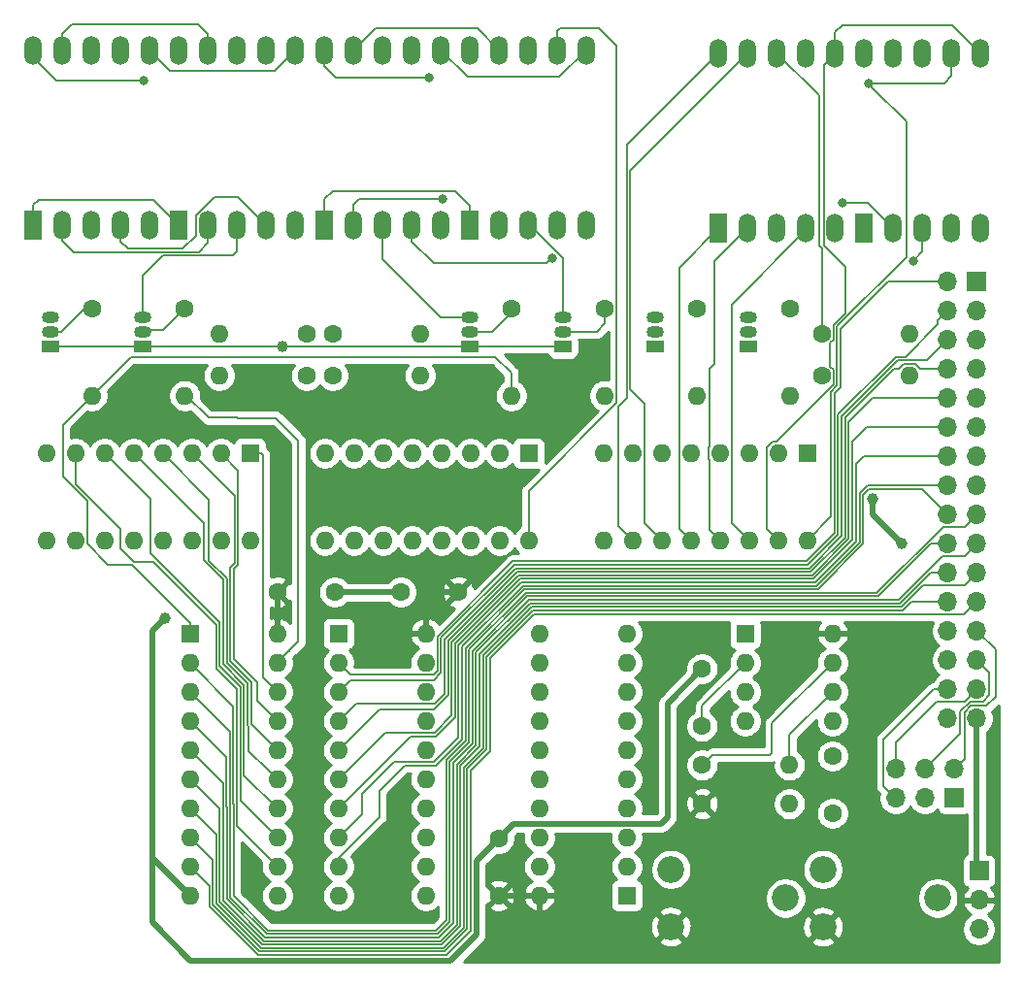
<source format=gtl>
G04 #@! TF.GenerationSoftware,KiCad,Pcbnew,(5.1.9)-1*
G04 #@! TF.CreationDate,2023-04-05T16:21:32+01:00*
G04 #@! TF.ProjectId,AT65C02_HEX_rev002,41543635-4330-4325-9f48-45585f726576,rev?*
G04 #@! TF.SameCoordinates,Original*
G04 #@! TF.FileFunction,Copper,L1,Top*
G04 #@! TF.FilePolarity,Positive*
%FSLAX46Y46*%
G04 Gerber Fmt 4.6, Leading zero omitted, Abs format (unit mm)*
G04 Created by KiCad (PCBNEW (5.1.9)-1) date 2023-04-05 16:21:32*
%MOMM*%
%LPD*%
G01*
G04 APERTURE LIST*
G04 #@! TA.AperFunction,ComponentPad*
%ADD10C,1.600000*%
G04 #@! TD*
G04 #@! TA.AperFunction,ComponentPad*
%ADD11O,1.524000X2.524000*%
G04 #@! TD*
G04 #@! TA.AperFunction,ComponentPad*
%ADD12R,1.524000X2.524000*%
G04 #@! TD*
G04 #@! TA.AperFunction,ComponentPad*
%ADD13R,1.500000X1.050000*%
G04 #@! TD*
G04 #@! TA.AperFunction,ComponentPad*
%ADD14O,1.500000X1.050000*%
G04 #@! TD*
G04 #@! TA.AperFunction,ComponentPad*
%ADD15O,1.600000X1.600000*%
G04 #@! TD*
G04 #@! TA.AperFunction,ComponentPad*
%ADD16R,1.600000X1.600000*%
G04 #@! TD*
G04 #@! TA.AperFunction,ComponentPad*
%ADD17C,2.340000*%
G04 #@! TD*
G04 #@! TA.AperFunction,ComponentPad*
%ADD18R,1.700000X1.700000*%
G04 #@! TD*
G04 #@! TA.AperFunction,ComponentPad*
%ADD19O,1.700000X1.700000*%
G04 #@! TD*
G04 #@! TA.AperFunction,ViaPad*
%ADD20C,1.000000*%
G04 #@! TD*
G04 #@! TA.AperFunction,ViaPad*
%ADD21C,0.800000*%
G04 #@! TD*
G04 #@! TA.AperFunction,Conductor*
%ADD22C,0.152400*%
G04 #@! TD*
G04 #@! TA.AperFunction,Conductor*
%ADD23C,0.508000*%
G04 #@! TD*
G04 #@! TA.AperFunction,Conductor*
%ADD24C,0.254000*%
G04 #@! TD*
G04 #@! TA.AperFunction,Conductor*
%ADD25C,0.100000*%
G04 #@! TD*
G04 APERTURE END LIST*
D10*
X169015000Y-87050000D03*
X174015000Y-87050000D03*
X158242000Y-87050000D03*
X163242000Y-87050000D03*
X177565000Y-108525000D03*
X177565000Y-113525000D03*
D11*
X209438000Y-40042000D03*
X211978000Y-40042000D03*
X214518000Y-40042000D03*
X217058000Y-40042000D03*
X219598000Y-40042000D03*
X219598000Y-55282000D03*
X217058000Y-55282000D03*
X214518000Y-55282000D03*
X211978000Y-55282000D03*
D12*
X209438000Y-55282000D03*
D10*
X195290000Y-98750000D03*
X195290000Y-93750000D03*
D13*
X175006000Y-65620000D03*
D14*
X175006000Y-63080000D03*
X175006000Y-64350000D03*
X183166000Y-64350000D03*
X183166000Y-63080000D03*
D13*
X183166000Y-65620000D03*
D15*
X202910000Y-105525000D03*
D10*
X195290000Y-105525000D03*
X195290000Y-102150000D03*
D15*
X202910000Y-102150000D03*
D10*
X186806000Y-62290000D03*
D15*
X186806000Y-69910000D03*
X153162000Y-64520000D03*
D10*
X160782000Y-64520000D03*
D16*
X188722000Y-113538000D03*
D15*
X181102000Y-90678000D03*
X188722000Y-110998000D03*
X181102000Y-93218000D03*
X188722000Y-108458000D03*
X181102000Y-95758000D03*
X188722000Y-105918000D03*
X181102000Y-98298000D03*
X188722000Y-103378000D03*
X181102000Y-100838000D03*
X188722000Y-100838000D03*
X181102000Y-103378000D03*
X188722000Y-98298000D03*
X181102000Y-105918000D03*
X188722000Y-95758000D03*
X181102000Y-108458000D03*
X188722000Y-93218000D03*
X181102000Y-110998000D03*
X188722000Y-90678000D03*
X181102000Y-113538000D03*
D16*
X199040000Y-90678000D03*
D15*
X206660000Y-98298000D03*
X199040000Y-93218000D03*
X206660000Y-95758000D03*
X199040000Y-95758000D03*
X206660000Y-93218000D03*
X199040000Y-98298000D03*
X206660000Y-90678000D03*
D13*
X138424000Y-65620000D03*
D14*
X138424000Y-63080000D03*
X138424000Y-64350000D03*
X146529333Y-64350000D03*
X146529333Y-63080000D03*
D13*
X146529333Y-65620000D03*
D14*
X191210666Y-64350000D03*
X191210666Y-63080000D03*
D13*
X191210666Y-65620000D03*
X199316000Y-65620000D03*
D14*
X199316000Y-63080000D03*
X199316000Y-64350000D03*
D10*
X160782000Y-68160000D03*
D15*
X153162000Y-68160000D03*
D10*
X142064000Y-62290000D03*
D15*
X142064000Y-69910000D03*
X150169333Y-69910000D03*
D10*
X150169333Y-62290000D03*
D15*
X213360000Y-64520000D03*
D10*
X205740000Y-64520000D03*
D16*
X204470000Y-74930000D03*
D15*
X186690000Y-82550000D03*
X201930000Y-74930000D03*
X189230000Y-82550000D03*
X199390000Y-74930000D03*
X191770000Y-82550000D03*
X196850000Y-74930000D03*
X194310000Y-82550000D03*
X194310000Y-74930000D03*
X196850000Y-82550000D03*
X191770000Y-74930000D03*
X199390000Y-82550000D03*
X189230000Y-74930000D03*
X201930000Y-82550000D03*
X186690000Y-74930000D03*
X204470000Y-82550000D03*
X180167000Y-82550000D03*
X162387000Y-74930000D03*
X177627000Y-82550000D03*
X164927000Y-74930000D03*
X175087000Y-82550000D03*
X167467000Y-74930000D03*
X172547000Y-82550000D03*
X170007000Y-74930000D03*
X170007000Y-82550000D03*
X172547000Y-74930000D03*
X167467000Y-82550000D03*
X175087000Y-74930000D03*
X164927000Y-82550000D03*
X177627000Y-74930000D03*
X162387000Y-82550000D03*
D16*
X180167000Y-74930000D03*
D15*
X170688000Y-68160000D03*
D10*
X163068000Y-68160000D03*
D15*
X170688000Y-64520000D03*
D10*
X163068000Y-64520000D03*
D15*
X178646000Y-69910000D03*
D10*
X178646000Y-62290000D03*
X205740000Y-68160000D03*
D15*
X213360000Y-68160000D03*
D10*
X194850666Y-62290000D03*
D15*
X194850666Y-69910000D03*
D10*
X202956000Y-62290000D03*
D15*
X202956000Y-69910000D03*
D16*
X155864000Y-74930000D03*
D15*
X138084000Y-82550000D03*
X153324000Y-74930000D03*
X140624000Y-82550000D03*
X150784000Y-74930000D03*
X143164000Y-82550000D03*
X148244000Y-74930000D03*
X145704000Y-82550000D03*
X145704000Y-74930000D03*
X148244000Y-82550000D03*
X143164000Y-74930000D03*
X150784000Y-82550000D03*
X140624000Y-74930000D03*
X153324000Y-82550000D03*
X138084000Y-74930000D03*
X155864000Y-82550000D03*
D16*
X163576000Y-90678000D03*
D15*
X171196000Y-113538000D03*
X163576000Y-93218000D03*
X171196000Y-110998000D03*
X163576000Y-95758000D03*
X171196000Y-108458000D03*
X163576000Y-98298000D03*
X171196000Y-105918000D03*
X163576000Y-100838000D03*
X171196000Y-103378000D03*
X163576000Y-103378000D03*
X171196000Y-100838000D03*
X163576000Y-105918000D03*
X171196000Y-98298000D03*
X163576000Y-108458000D03*
X171196000Y-95758000D03*
X163576000Y-110998000D03*
X171196000Y-93218000D03*
X163576000Y-113538000D03*
X171196000Y-90678000D03*
X158242000Y-90678000D03*
X150622000Y-113538000D03*
X158242000Y-93218000D03*
X150622000Y-110998000D03*
X158242000Y-95758000D03*
X150622000Y-108458000D03*
X158242000Y-98298000D03*
X150622000Y-105918000D03*
X158242000Y-100838000D03*
X150622000Y-103378000D03*
X158242000Y-103378000D03*
X150622000Y-100838000D03*
X158242000Y-105918000D03*
X150622000Y-98298000D03*
X158242000Y-108458000D03*
X150622000Y-95758000D03*
X158242000Y-110998000D03*
X150622000Y-93218000D03*
X158242000Y-113538000D03*
D16*
X150622000Y-90678000D03*
D12*
X136940000Y-55028000D03*
D11*
X139480000Y-55028000D03*
X142020000Y-55028000D03*
X144560000Y-55028000D03*
X147100000Y-55028000D03*
X147100000Y-39788000D03*
X144560000Y-39788000D03*
X142020000Y-39788000D03*
X139480000Y-39788000D03*
X136940000Y-39788000D03*
X149640000Y-39788000D03*
X152180000Y-39788000D03*
X154720000Y-39788000D03*
X157260000Y-39788000D03*
X159800000Y-39788000D03*
X159800000Y-55028000D03*
X157260000Y-55028000D03*
X154720000Y-55028000D03*
X152180000Y-55028000D03*
D12*
X149640000Y-55028000D03*
X162340000Y-55028000D03*
D11*
X164880000Y-55028000D03*
X167420000Y-55028000D03*
X169960000Y-55028000D03*
X172500000Y-55028000D03*
X172500000Y-39788000D03*
X169960000Y-39788000D03*
X167420000Y-39788000D03*
X164880000Y-39788000D03*
X162340000Y-39788000D03*
X175040000Y-39788000D03*
X177580000Y-39788000D03*
X180120000Y-39788000D03*
X182660000Y-39788000D03*
X185200000Y-39788000D03*
X185200000Y-55028000D03*
X182660000Y-55028000D03*
X180120000Y-55028000D03*
X177580000Y-55028000D03*
D12*
X175040000Y-55028000D03*
X196738000Y-55282000D03*
D11*
X199278000Y-55282000D03*
X201818000Y-55282000D03*
X204358000Y-55282000D03*
X206898000Y-55282000D03*
X206898000Y-40042000D03*
X204358000Y-40042000D03*
X201818000Y-40042000D03*
X199278000Y-40042000D03*
X196738000Y-40042000D03*
D10*
X206660000Y-101350000D03*
X206660000Y-106350000D03*
D17*
X192565000Y-116250000D03*
X202565000Y-113750000D03*
X192565000Y-111250000D03*
X205840000Y-111250000D03*
X215840000Y-113750000D03*
X205840000Y-116250000D03*
D18*
X219260000Y-59950000D03*
D19*
X216720000Y-59950000D03*
X219260000Y-62490000D03*
X216720000Y-62490000D03*
X219260000Y-65030000D03*
X216720000Y-65030000D03*
X219260000Y-67570000D03*
X216720000Y-67570000D03*
X219260000Y-70110000D03*
X216720000Y-70110000D03*
X219260000Y-72650000D03*
X216720000Y-72650000D03*
X219260000Y-75190000D03*
X216720000Y-75190000D03*
X219260000Y-77730000D03*
X216720000Y-77730000D03*
X219260000Y-80270000D03*
X216720000Y-80270000D03*
X219260000Y-82810000D03*
X216720000Y-82810000D03*
X219260000Y-85350000D03*
X216720000Y-85350000D03*
X219260000Y-87890000D03*
X216720000Y-87890000D03*
X219260000Y-90430000D03*
X216720000Y-90430000D03*
X219260000Y-92970000D03*
X216720000Y-92970000D03*
X219260000Y-95510000D03*
X216720000Y-95510000D03*
X219260000Y-98050000D03*
X216720000Y-98050000D03*
D18*
X217265000Y-105025000D03*
D19*
X217265000Y-102485000D03*
X214725000Y-105025000D03*
X214725000Y-102485000D03*
X212185000Y-105025000D03*
X212185000Y-102485000D03*
X219440000Y-116455000D03*
X219440000Y-113915000D03*
D18*
X219440000Y-111375000D03*
D20*
X148415000Y-89325000D03*
X210140000Y-78925000D03*
X212715000Y-82850000D03*
D21*
X213718553Y-58149944D03*
X207518000Y-53086000D03*
X209804000Y-42672000D03*
X182198610Y-57882789D03*
X172630000Y-52750000D03*
X171466000Y-42164000D03*
X146558000Y-42418000D03*
D20*
X158720000Y-65620000D03*
D22*
X202910000Y-99508000D02*
X206660000Y-95758000D01*
X202910000Y-102150000D02*
X202910000Y-99508000D01*
X195290000Y-96968000D02*
X199040000Y-93218000D01*
X195290000Y-98750000D02*
X195290000Y-96968000D01*
D23*
X148415000Y-89325000D02*
X148415000Y-89325000D01*
X163242000Y-87050000D02*
X169015000Y-87050000D01*
X191713875Y-107251599D02*
X178838401Y-107251599D01*
X192265000Y-106700474D02*
X191713875Y-107251599D01*
X178838401Y-107251599D02*
X177565000Y-108525000D01*
X192265000Y-96775000D02*
X192265000Y-106700474D01*
X195290000Y-93750000D02*
X192265000Y-96775000D01*
X213190000Y-67990000D02*
X213360000Y-68160000D01*
X213360000Y-64520000D02*
X213190000Y-64690000D01*
X210140000Y-80275000D02*
X212715000Y-82850000D01*
X210140000Y-78925000D02*
X210140000Y-80275000D01*
X147340000Y-90400000D02*
X148415000Y-89325000D01*
X147340000Y-109500000D02*
X147340000Y-90400000D01*
X147340000Y-110256000D02*
X147340000Y-109500000D01*
X150622000Y-113538000D02*
X147340000Y-110256000D01*
X147340000Y-111300000D02*
X147340000Y-109500000D01*
X147340000Y-115850000D02*
X147340000Y-111300000D01*
X150681287Y-119191287D02*
X147340000Y-115850000D01*
X173373713Y-119191287D02*
X150681287Y-119191287D01*
X175590000Y-116975000D02*
X173373713Y-119191287D01*
X175590000Y-110500000D02*
X175590000Y-116975000D01*
X177565000Y-108525000D02*
X175590000Y-110500000D01*
X174015000Y-87050000D02*
X172140000Y-87050000D01*
X171196000Y-87994000D02*
X171196000Y-90678000D01*
X172140000Y-87050000D02*
X171196000Y-87994000D01*
X158242000Y-87050000D02*
X158242000Y-90678000D01*
X181089000Y-113525000D02*
X181102000Y-113538000D01*
X177565000Y-113525000D02*
X181089000Y-113525000D01*
X210218000Y-90678000D02*
X206660000Y-90678000D01*
X213766401Y-94226401D02*
X210218000Y-90678000D01*
D22*
X172490000Y-63080000D02*
X175006000Y-63080000D01*
X167420000Y-58010000D02*
X172490000Y-63080000D01*
X167420000Y-55028000D02*
X167420000Y-58010000D01*
X176950000Y-64350000D02*
X175006000Y-64350000D01*
X178646000Y-62654000D02*
X176950000Y-64350000D01*
X178646000Y-62290000D02*
X178646000Y-62654000D01*
X183166000Y-64350000D02*
X186090000Y-64350000D01*
X186806000Y-63634000D02*
X186806000Y-62290000D01*
X186090000Y-64350000D02*
X186806000Y-63634000D01*
X180274153Y-55028000D02*
X180120000Y-55028000D01*
X183166000Y-57919847D02*
X180274153Y-55028000D01*
X183166000Y-63080000D02*
X183166000Y-57919847D01*
X206660000Y-93218000D02*
X201390000Y-98488000D01*
X201390000Y-98488000D02*
X201390000Y-101075000D01*
X201390000Y-101075000D02*
X201215000Y-101250000D01*
X196190000Y-101250000D02*
X195290000Y-102150000D01*
X201215000Y-101250000D02*
X196190000Y-101250000D01*
X178646000Y-67936000D02*
X178646000Y-69910000D01*
X177235000Y-66525000D02*
X178646000Y-67936000D01*
X145449000Y-66525000D02*
X177235000Y-66525000D01*
X142064000Y-69910000D02*
X145449000Y-66525000D01*
X139515000Y-72459000D02*
X142064000Y-69910000D01*
X141665000Y-82850000D02*
X141665000Y-79104396D01*
X143490000Y-84675000D02*
X141665000Y-82850000D01*
X145523934Y-84675000D02*
X143490000Y-84675000D01*
X150622000Y-89773066D02*
X145523934Y-84675000D01*
X139515000Y-76954396D02*
X139515000Y-72459000D01*
X141665000Y-79104396D02*
X139515000Y-76954396D01*
X150622000Y-90678000D02*
X150622000Y-89773066D01*
X141418000Y-62290000D02*
X142064000Y-62290000D01*
X139358000Y-64350000D02*
X141418000Y-62290000D01*
X138424000Y-64350000D02*
X139358000Y-64350000D01*
X148289333Y-64170000D02*
X150169333Y-62290000D01*
X146709333Y-64170000D02*
X148289333Y-64170000D01*
X146529333Y-64350000D02*
X146709333Y-64170000D01*
X154720000Y-57370000D02*
X154720000Y-55028000D01*
X154381190Y-57708810D02*
X154720000Y-57370000D01*
X148285190Y-57708810D02*
X154381190Y-57708810D01*
X146529333Y-59464667D02*
X148285190Y-57708810D01*
X146529333Y-63080000D02*
X146529333Y-59464667D01*
X214518000Y-55282000D02*
X214518000Y-57350497D01*
X214518000Y-57350497D02*
X213718553Y-58149944D01*
X188722000Y-70124066D02*
X188722000Y-48058000D01*
X189230000Y-82550000D02*
X187960000Y-81280000D01*
X187960000Y-81280000D02*
X187960000Y-70886066D01*
X187960000Y-70886066D02*
X188722000Y-70124066D01*
X188722000Y-48058000D02*
X196738000Y-40042000D01*
X190258601Y-70624601D02*
X189026810Y-69392810D01*
X190258601Y-81038601D02*
X190258601Y-70624601D01*
X191770000Y-82550000D02*
X190258601Y-81038601D01*
X189026810Y-50293190D02*
X199278000Y-40042000D01*
X189026810Y-69392810D02*
X189026810Y-50293190D01*
X193281399Y-58738601D02*
X196738000Y-55282000D01*
X194310000Y-82550000D02*
X193281399Y-81521399D01*
X193281399Y-58738601D02*
X193281399Y-81521399D01*
X209782000Y-53086000D02*
X211978000Y-55282000D01*
X207518000Y-53086000D02*
X209782000Y-53086000D01*
X196342000Y-58218000D02*
X199278000Y-55282000D01*
X196342000Y-67190996D02*
X196342000Y-58218000D01*
X195940000Y-67592996D02*
X196342000Y-67190996D01*
X195940000Y-74317670D02*
X195940000Y-67592996D01*
X195821399Y-74436271D02*
X195940000Y-74317670D01*
X195821399Y-75423729D02*
X195821399Y-74436271D01*
X195940000Y-75542330D02*
X195821399Y-75423729D01*
X195940000Y-81640000D02*
X195940000Y-75542330D01*
X196850000Y-82550000D02*
X195940000Y-81640000D01*
X204358000Y-55484000D02*
X204358000Y-55282000D01*
X197866000Y-61976000D02*
X204358000Y-55484000D01*
X197866000Y-74423670D02*
X197866000Y-61976000D01*
X197878601Y-74436271D02*
X197866000Y-74423670D01*
X197878601Y-75423729D02*
X197878601Y-74436271D01*
X197866000Y-75436330D02*
X197878601Y-75423729D01*
X197866000Y-81026000D02*
X197866000Y-75436330D01*
X199390000Y-82550000D02*
X197866000Y-81026000D01*
X206898000Y-40042000D02*
X206898000Y-38212000D01*
X206898000Y-38212000D02*
X207518000Y-37592000D01*
X217148000Y-37592000D02*
X219598000Y-40042000D01*
X207518000Y-37592000D02*
X217148000Y-37592000D01*
X205907390Y-56809391D02*
X205907390Y-41032610D01*
X207772000Y-58674001D02*
X205907390Y-56809391D01*
X206768601Y-65013729D02*
X206768601Y-63738499D01*
X206480378Y-65301952D02*
X206768601Y-65013729D01*
X206480378Y-67378048D02*
X206480378Y-65301952D01*
X206768601Y-68921399D02*
X206768601Y-67666271D01*
X201436271Y-73901399D02*
X201788601Y-73901399D01*
X200901399Y-74436271D02*
X201436271Y-73901399D01*
X205907390Y-41032610D02*
X206898000Y-40042000D01*
X206768601Y-63738499D02*
X207772000Y-62735100D01*
X201930000Y-82550000D02*
X200901399Y-81521399D01*
X206768601Y-67666271D02*
X206480378Y-67378048D01*
X200901399Y-81521399D02*
X200901399Y-74436271D01*
X207772000Y-62735100D02*
X207772000Y-58674001D01*
X201788601Y-73901399D02*
X206768601Y-68921399D01*
X209804000Y-42672000D02*
X216408000Y-42672000D01*
X217058000Y-42022000D02*
X217058000Y-40042000D01*
X216408000Y-42672000D02*
X217058000Y-42022000D01*
X204470000Y-82550000D02*
X206540945Y-80479055D01*
X207073412Y-63864755D02*
X213106000Y-57832167D01*
X213106000Y-45974000D02*
X210203999Y-43071999D01*
X213106000Y-57832167D02*
X213106000Y-45974000D01*
X207073412Y-69047655D02*
X207073412Y-63864755D01*
X206540945Y-69580122D02*
X207073412Y-69047655D01*
X210203999Y-43071999D02*
X209804000Y-42672000D01*
X206540945Y-80479055D02*
X206540945Y-69580122D01*
X211515000Y-59950000D02*
X215517919Y-59950000D01*
X164608000Y-94250000D02*
X171915000Y-94250000D01*
X178789985Y-84375000D02*
X204372532Y-84375000D01*
X207378223Y-69173911D02*
X207378223Y-64086777D01*
X172224601Y-90940384D02*
X178789985Y-84375000D01*
X215517919Y-59950000D02*
X216720000Y-59950000D01*
X172224601Y-93940399D02*
X172224601Y-90940384D01*
X171915000Y-94250000D02*
X172224601Y-93940399D01*
X207378223Y-64086777D02*
X211515000Y-59950000D01*
X204372532Y-84375000D02*
X206845756Y-81901776D01*
X206845756Y-69706378D02*
X207378223Y-69173911D01*
X163576000Y-93218000D02*
X164608000Y-94250000D01*
X206845756Y-81901776D02*
X206845756Y-69706378D01*
X172529412Y-91066640D02*
X178916241Y-84679811D01*
X215870001Y-63339999D02*
X216720000Y-62490000D01*
X163576000Y-95758000D02*
X164604601Y-94729399D01*
X172529412Y-94066655D02*
X172529412Y-91066640D01*
X207150567Y-71577299D02*
X212206089Y-66521777D01*
X178916241Y-84679811D02*
X204498788Y-84679811D01*
X212206089Y-66521777D02*
X213012156Y-66521777D01*
X213012156Y-66521777D02*
X215870001Y-63663932D01*
X215870001Y-63663932D02*
X215870001Y-63339999D01*
X164604601Y-94729399D02*
X171866668Y-94729399D01*
X171866668Y-94729399D02*
X172529412Y-94066655D01*
X204498788Y-84679811D02*
X207150567Y-82028032D01*
X207150567Y-82028032D02*
X207150567Y-71577299D01*
X179042497Y-84984622D02*
X172834223Y-91192896D01*
X165087399Y-96786601D02*
X163576000Y-98298000D01*
X204625044Y-84984622D02*
X179042497Y-84984622D01*
X172834223Y-95897775D02*
X171945397Y-96786601D01*
X207455378Y-82154288D02*
X204625044Y-84984622D01*
X172834223Y-91192896D02*
X172834223Y-95897775D01*
X171945397Y-96786601D02*
X165087399Y-96786601D01*
X207455378Y-71703555D02*
X207455378Y-82154288D01*
X214923412Y-66826588D02*
X212332345Y-66826588D01*
X216720000Y-65030000D02*
X214923412Y-66826588D01*
X212332345Y-66826588D02*
X207455378Y-71703555D01*
X167144601Y-97269399D02*
X163576000Y-100838000D01*
X171893666Y-97269399D02*
X167144601Y-97269399D01*
X173139034Y-96024031D02*
X171893666Y-97269399D01*
X179168753Y-85289433D02*
X173139034Y-91319152D01*
X204751300Y-85289433D02*
X179168753Y-85289433D01*
X207760189Y-71829811D02*
X207760189Y-82280544D01*
X212020000Y-67570000D02*
X207760189Y-71829811D01*
X207760189Y-82280544D02*
X204751300Y-85289433D01*
X212427670Y-67570000D02*
X212020000Y-67570000D01*
X173139034Y-91319152D02*
X173139034Y-96024031D01*
X216720000Y-67570000D02*
X214292330Y-67570000D01*
X214292330Y-67570000D02*
X213853729Y-67131399D01*
X213853729Y-67131399D02*
X212866271Y-67131399D01*
X212866271Y-67131399D02*
X212427670Y-67570000D01*
X171945399Y-99326601D02*
X167627399Y-99326601D01*
X173443845Y-97828155D02*
X171945399Y-99326601D01*
X179295009Y-85594244D02*
X173443845Y-91445408D01*
X204877556Y-85594244D02*
X179295009Y-85594244D01*
X208065000Y-82406800D02*
X204877556Y-85594244D01*
X167627399Y-99326601D02*
X163576000Y-103378000D01*
X208065000Y-72250000D02*
X208065000Y-82406800D01*
X173443845Y-91445408D02*
X173443845Y-97828155D01*
X210205000Y-70110000D02*
X208065000Y-72250000D01*
X216720000Y-70110000D02*
X210205000Y-70110000D01*
X172071655Y-99631412D02*
X169862588Y-99631412D01*
X173748656Y-97954411D02*
X172071655Y-99631412D01*
X169862588Y-99631412D02*
X163576000Y-105918000D01*
X173748656Y-91571664D02*
X173748656Y-97954411D01*
X179421265Y-85899055D02*
X173748656Y-91571664D01*
X205003812Y-85899055D02*
X179421265Y-85899055D01*
X208390000Y-82512867D02*
X205003812Y-85899055D01*
X209665000Y-72650000D02*
X208390000Y-73925000D01*
X208390000Y-73925000D02*
X208390000Y-82512867D01*
X216720000Y-72650000D02*
X209665000Y-72650000D01*
X165608000Y-106426000D02*
X163576000Y-108458000D01*
X168389399Y-101866601D02*
X165608000Y-104648000D01*
X171936266Y-101866601D02*
X168389399Y-101866601D01*
X174053467Y-91697920D02*
X174053467Y-99749400D01*
X174053467Y-99749400D02*
X171936266Y-101866601D01*
X179547521Y-86203866D02*
X174053467Y-91697920D01*
X205130068Y-86203866D02*
X179547521Y-86203866D01*
X165608000Y-104648000D02*
X165608000Y-106426000D01*
X216720000Y-75190000D02*
X216705000Y-75175000D01*
X205130068Y-86203866D02*
X208694810Y-82639123D01*
X208694810Y-82639123D02*
X208694810Y-75895190D01*
X208694810Y-75895190D02*
X209390000Y-75200000D01*
X216710000Y-75200000D02*
X216720000Y-75190000D01*
X209390000Y-75200000D02*
X216710000Y-75200000D01*
X209735000Y-77730000D02*
X216720000Y-77730000D01*
X205256323Y-86508677D02*
X209040000Y-82725000D01*
X179673777Y-86508677D02*
X205256323Y-86508677D01*
X174358278Y-91824176D02*
X179673777Y-86508677D01*
X174358278Y-99875656D02*
X174358278Y-91824176D01*
X172062522Y-102171412D02*
X174358278Y-99875656D01*
X209040000Y-82725000D02*
X209040000Y-78425000D01*
X169354588Y-102171412D02*
X172062522Y-102171412D01*
X209040000Y-78425000D02*
X209735000Y-77730000D01*
X167132000Y-104394000D02*
X169354588Y-102171412D01*
X167132000Y-106680000D02*
X167132000Y-104394000D01*
X163576000Y-110236000D02*
X167132000Y-106680000D01*
X154432000Y-105510134D02*
X154410378Y-105488512D01*
X172090001Y-116574999D02*
X157438461Y-116574999D01*
X214525000Y-78075000D02*
X209821066Y-78075000D01*
X154432000Y-113568538D02*
X154432000Y-105510134D01*
X209821066Y-78075000D02*
X209344810Y-78551256D01*
X209344809Y-82851257D02*
X205382578Y-86813488D01*
X154410378Y-97006378D02*
X150622000Y-93218000D01*
X209344810Y-78551256D02*
X209344809Y-82851257D01*
X216720000Y-80270000D02*
X214525000Y-78075000D01*
X205382578Y-86813488D02*
X179800033Y-86813488D01*
X174663089Y-100026911D02*
X172981323Y-101708677D01*
X172973712Y-109416304D02*
X172973712Y-115691288D01*
X179800033Y-86813488D02*
X174663089Y-91950432D01*
X157438461Y-116574999D02*
X154432000Y-113568538D01*
X172981323Y-109408693D02*
X172973712Y-109416304D01*
X174663089Y-91950432D02*
X174663089Y-100026911D01*
X154410378Y-105488512D02*
X154410378Y-97006378D01*
X172973712Y-115691288D02*
X172090001Y-116574999D01*
X172981323Y-101708677D02*
X172981323Y-109408693D01*
X150622000Y-95758000D02*
X154105567Y-99241567D01*
X154105567Y-99241567D02*
X154105567Y-105614768D01*
X154127189Y-105636390D02*
X154127189Y-113694794D01*
X154105567Y-105614768D02*
X154127189Y-105636390D01*
X157312205Y-116879810D02*
X172216257Y-116879810D01*
X172216257Y-116879810D02*
X173278523Y-115817544D01*
X173278523Y-115817544D02*
X173278523Y-109542560D01*
X173278523Y-109542560D02*
X173286134Y-109534949D01*
X218181399Y-81348601D02*
X219260000Y-80270000D01*
X173286134Y-101834933D02*
X174967900Y-100153167D01*
X174967900Y-92076688D02*
X179926289Y-87118299D01*
X174967900Y-100153167D02*
X174967900Y-92076688D01*
X210540635Y-87118299D02*
X216310333Y-81348601D01*
X179926289Y-87118299D02*
X210540635Y-87118299D01*
X173286134Y-109534949D02*
X173286134Y-101834933D01*
X216310333Y-81348601D02*
X218181399Y-81348601D01*
X154127189Y-113694794D02*
X157312205Y-116879810D01*
X153800756Y-101476756D02*
X150622000Y-98298000D01*
X153800756Y-105741024D02*
X153800756Y-101476756D01*
X153822378Y-105762646D02*
X153800756Y-105741024D01*
X153822378Y-113821050D02*
X153822378Y-105762646D01*
X157185949Y-117184621D02*
X153822378Y-113821050D01*
X173583334Y-109668816D02*
X173583334Y-115943800D01*
X216720000Y-82810000D02*
X216705000Y-82825000D01*
X216705000Y-82825000D02*
X215265000Y-82825000D01*
X173590945Y-109661205D02*
X173583334Y-109668816D01*
X215265000Y-82825000D02*
X210666890Y-87423110D01*
X210666890Y-87423110D02*
X180052545Y-87423110D01*
X180052545Y-87423110D02*
X175272711Y-92202944D01*
X175272711Y-92202944D02*
X175272711Y-100279423D01*
X175272711Y-100279423D02*
X173590945Y-101961189D01*
X173590945Y-101961189D02*
X173590945Y-109661205D01*
X173583334Y-115943800D02*
X172342513Y-117184621D01*
X172342513Y-117184621D02*
X157185949Y-117184621D01*
X216255136Y-83888601D02*
X212415816Y-87727921D01*
X212415816Y-87727921D02*
X180178801Y-87727921D01*
X175577522Y-92329200D02*
X175577522Y-100405679D01*
X173895756Y-102087445D02*
X173895756Y-109787461D01*
X173888145Y-109795072D02*
X173888145Y-116070056D01*
X153517567Y-105888902D02*
X153495945Y-105867280D01*
X153495945Y-105867280D02*
X153495945Y-103711945D01*
X153495945Y-103711945D02*
X150622000Y-100838000D01*
X157059693Y-117489432D02*
X153517567Y-113947306D01*
X175577522Y-100405679D02*
X173895756Y-102087445D01*
X173888145Y-116070056D02*
X172468769Y-117489432D01*
X153517567Y-113947306D02*
X153517567Y-105888902D01*
X218181399Y-83888601D02*
X216255136Y-83888601D01*
X219260000Y-82810000D02*
X218181399Y-83888601D01*
X173895756Y-109787461D02*
X173888145Y-109795072D01*
X172468769Y-117489432D02*
X157059693Y-117489432D01*
X180178801Y-87727921D02*
X175577522Y-92329200D01*
X153191134Y-105993536D02*
X153212756Y-106015158D01*
X212542072Y-88032732D02*
X215224804Y-85350000D01*
X180305057Y-88032732D02*
X212542072Y-88032732D01*
X175882333Y-92455456D02*
X180305057Y-88032732D01*
X172595025Y-117794243D02*
X174192956Y-116196312D01*
X153212756Y-114073562D02*
X156933437Y-117794243D01*
X215224804Y-85350000D02*
X216720000Y-85350000D01*
X150622000Y-103378000D02*
X153191134Y-105947134D01*
X175882333Y-100531935D02*
X175882333Y-92455456D01*
X174192956Y-109921328D02*
X174200567Y-109913717D01*
X156933437Y-117794243D02*
X172595025Y-117794243D01*
X174200567Y-102213701D02*
X175882333Y-100531935D01*
X153212756Y-106015158D02*
X153212756Y-114073562D01*
X174192956Y-116196312D02*
X174192956Y-109921328D01*
X174200567Y-109913717D02*
X174200567Y-102213701D01*
X153191134Y-105947134D02*
X153191134Y-105993536D01*
X156807181Y-118099054D02*
X152907945Y-114199818D01*
X212668328Y-88337543D02*
X180431313Y-88337543D01*
X152907945Y-114199818D02*
X152907945Y-108203945D01*
X218181399Y-86428601D02*
X214577270Y-86428601D01*
X219260000Y-85350000D02*
X218181399Y-86428601D01*
X172721281Y-118099054D02*
X156807181Y-118099054D01*
X174497767Y-110047584D02*
X174497767Y-116322568D01*
X180431313Y-88337543D02*
X176187144Y-92581712D01*
X176187144Y-100658191D02*
X174505378Y-102339957D01*
X174505378Y-102339957D02*
X174505378Y-110039973D01*
X176187144Y-92581712D02*
X176187144Y-100658191D01*
X214577270Y-86428601D02*
X212668328Y-88337543D01*
X174505378Y-110039973D02*
X174497767Y-110047584D01*
X174497767Y-116322568D02*
X172721281Y-118099054D01*
X152907945Y-108203945D02*
X150622000Y-105918000D01*
X174802578Y-110173840D02*
X174802578Y-116448824D01*
X174802578Y-116448824D02*
X172847537Y-118403865D01*
X174810189Y-110166229D02*
X174802578Y-110173840D01*
X176491955Y-92707968D02*
X176491955Y-100784447D01*
X180557569Y-88642354D02*
X176491955Y-92707968D01*
X216720000Y-87890000D02*
X213546938Y-87890000D01*
X213546938Y-87890000D02*
X212794584Y-88642354D01*
X156680925Y-118403865D02*
X152603134Y-114326074D01*
X152603134Y-110439134D02*
X150622000Y-108458000D01*
X172847537Y-118403865D02*
X156680925Y-118403865D01*
X174810189Y-102466213D02*
X174810189Y-110166229D01*
X212794584Y-88642354D02*
X180557569Y-88642354D01*
X176491955Y-100784447D02*
X174810189Y-102466213D01*
X152603134Y-114326074D02*
X152603134Y-110439134D01*
X218150000Y-89000000D02*
X218410001Y-88739999D01*
X218410001Y-88739999D02*
X219260000Y-87890000D01*
X175115000Y-110292485D02*
X175115000Y-102592469D01*
X175107389Y-116575080D02*
X175107389Y-110300096D01*
X172973793Y-118708676D02*
X175107389Y-116575080D01*
X176796766Y-92834224D02*
X180630990Y-89000000D01*
X152298323Y-112674323D02*
X152298323Y-114452330D01*
X152298323Y-114452330D02*
X156554669Y-118708676D01*
X156554669Y-118708676D02*
X172973793Y-118708676D01*
X176796766Y-100910703D02*
X176796766Y-92834224D01*
X175107389Y-110300096D02*
X175115000Y-110292485D01*
X150622000Y-110998000D02*
X152298323Y-112674323D01*
X175115000Y-102592469D02*
X176796766Y-100910703D01*
X180630990Y-89000000D02*
X218150000Y-89000000D01*
X205486000Y-43710000D02*
X201818000Y-40042000D01*
X205486000Y-56819067D02*
X205486000Y-43710000D01*
X205740000Y-57073067D02*
X205486000Y-56819067D01*
X205740000Y-64520000D02*
X205740000Y-57073067D01*
X186320000Y-37860000D02*
X182890000Y-37860000D01*
X187834601Y-39374601D02*
X186320000Y-37860000D01*
X180167000Y-78248000D02*
X187834601Y-70580399D01*
X182890000Y-37860000D02*
X182660000Y-38090000D01*
X187834601Y-70580399D02*
X187834601Y-39374601D01*
X180167000Y-82550000D02*
X180167000Y-78248000D01*
X182660000Y-38090000D02*
X182660000Y-39788000D01*
X172500000Y-39788000D02*
X174842000Y-42130000D01*
X182858000Y-42130000D02*
X185200000Y-39788000D01*
X174842000Y-42130000D02*
X182858000Y-42130000D01*
X181724507Y-58356892D02*
X182198610Y-57882789D01*
X171874492Y-58356892D02*
X181724507Y-58356892D01*
X169960000Y-56442400D02*
X171874492Y-58356892D01*
X169960000Y-55028000D02*
X169960000Y-56442400D01*
X164880000Y-55028000D02*
X164880000Y-53250000D01*
X164880000Y-53250000D02*
X165380000Y-52750000D01*
X165380000Y-52750000D02*
X172630000Y-52750000D01*
X172630000Y-52750000D02*
X172630000Y-52750000D01*
X162340000Y-55028000D02*
X162340000Y-52798000D01*
X162340000Y-52798000D02*
X163068000Y-52070000D01*
X163068000Y-52070000D02*
X173736000Y-52070000D01*
X175040000Y-53374000D02*
X175040000Y-55028000D01*
X173736000Y-52070000D02*
X175040000Y-53374000D01*
X164880000Y-39788000D02*
X166788000Y-37880000D01*
X175672000Y-37880000D02*
X177580000Y-39788000D01*
X166788000Y-37880000D02*
X175672000Y-37880000D01*
X162340000Y-39788000D02*
X162340000Y-41182000D01*
X162340000Y-41182000D02*
X163322000Y-42164000D01*
X163322000Y-42164000D02*
X171466000Y-42164000D01*
X157442001Y-94958001D02*
X158242000Y-95758000D01*
X156990000Y-94506000D02*
X157442001Y-94958001D01*
X156990000Y-75103600D02*
X156990000Y-94506000D01*
X156816400Y-74930000D02*
X156990000Y-75103600D01*
X155864000Y-74930000D02*
X156816400Y-74930000D01*
X156464000Y-96520000D02*
X158242000Y-98298000D01*
X156464000Y-94934000D02*
X156464000Y-96520000D01*
X154432055Y-92902055D02*
X156464000Y-94934000D01*
X154835399Y-84654601D02*
X154432055Y-85057945D01*
X154835399Y-76441399D02*
X154835399Y-84654601D01*
X154432055Y-85057945D02*
X154432055Y-92902055D01*
X153324000Y-74930000D02*
X154835399Y-76441399D01*
X138938000Y-42418000D02*
X146558000Y-42418000D01*
X136940000Y-40420000D02*
X138938000Y-42418000D01*
X136940000Y-39788000D02*
X136940000Y-40420000D01*
X155950000Y-94889866D02*
X155950000Y-98546000D01*
X154127244Y-93067110D02*
X155950000Y-94889866D01*
X154127244Y-84931689D02*
X154127244Y-93067110D01*
X154530588Y-84528346D02*
X154127244Y-84931689D01*
X154530588Y-78676588D02*
X154530588Y-84528346D01*
X150784000Y-74930000D02*
X154530588Y-78676588D01*
X155950000Y-98546000D02*
X158242000Y-100838000D01*
X151347589Y-37541189D02*
X152180000Y-38373600D01*
X140312411Y-37541189D02*
X151347589Y-37541189D01*
X139480000Y-38373600D02*
X140312411Y-37541189D01*
X152180000Y-38373600D02*
X152180000Y-39788000D01*
X139480000Y-39788000D02*
X139480000Y-38373600D01*
X155645189Y-95016122D02*
X155645189Y-98672256D01*
X155755189Y-100891189D02*
X157442001Y-102578001D01*
X153822433Y-93193366D02*
X155645189Y-95016122D01*
X153822433Y-85827366D02*
X153822433Y-93193366D01*
X157442001Y-102578001D02*
X158242000Y-103378000D01*
X155645189Y-98672256D02*
X155755189Y-98782256D01*
X148244000Y-74930000D02*
X152295399Y-78981399D01*
X155755189Y-98782256D02*
X155755189Y-100891189D01*
X152295399Y-84300332D02*
X153822433Y-85827366D01*
X152295399Y-78981399D02*
X152295399Y-84300332D01*
X147444000Y-52832000D02*
X149640000Y-55028000D01*
X137414000Y-52832000D02*
X147444000Y-52832000D01*
X136940000Y-53306000D02*
X137414000Y-52832000D01*
X136940000Y-55028000D02*
X136940000Y-53306000D01*
X151812601Y-84248601D02*
X151812601Y-81038601D01*
X153517622Y-85953622D02*
X151812601Y-84248601D01*
X151812601Y-81038601D02*
X146503999Y-75729999D01*
X155340378Y-95142378D02*
X153517622Y-93319622D01*
X155340378Y-103016378D02*
X155340378Y-95142378D01*
X158242000Y-105918000D02*
X155340378Y-103016378D01*
X146503999Y-75729999D02*
X145704000Y-74930000D01*
X153517622Y-93319622D02*
X153517622Y-85953622D01*
X151384000Y-57404000D02*
X152180000Y-56608000D01*
X152180000Y-56608000D02*
X152180000Y-55028000D01*
X140462000Y-57404000D02*
X151384000Y-57404000D01*
X139480000Y-56422000D02*
X140462000Y-57404000D01*
X139480000Y-55028000D02*
X139480000Y-56422000D01*
X157442001Y-107658001D02*
X158242000Y-108458000D01*
X155020000Y-95330000D02*
X155020000Y-105236000D01*
X153212811Y-93522811D02*
X155020000Y-95330000D01*
X153212811Y-89702811D02*
X153212811Y-93522811D01*
X147190000Y-83680000D02*
X153212811Y-89702811D01*
X155020000Y-105236000D02*
X157442001Y-107658001D01*
X147190000Y-78956000D02*
X147190000Y-83680000D01*
X143164000Y-74930000D02*
X147190000Y-78956000D01*
X144560000Y-56442400D02*
X145216790Y-57099190D01*
X144560000Y-55028000D02*
X144560000Y-56442400D01*
X150004292Y-57099190D02*
X151130000Y-55973482D01*
X145216790Y-57099190D02*
X150004292Y-57099190D01*
X151130000Y-54177066D02*
X152729066Y-52578000D01*
X151130000Y-55973482D02*
X151130000Y-54177066D01*
X154810000Y-52578000D02*
X157260000Y-55028000D01*
X152729066Y-52578000D02*
X154810000Y-52578000D01*
X140624000Y-76061370D02*
X140624000Y-74930000D01*
X140624000Y-77632330D02*
X140624000Y-76061370D01*
X144510000Y-81518330D02*
X140624000Y-77632330D01*
X144510000Y-83230000D02*
X144510000Y-81518330D01*
X145740000Y-84460000D02*
X144510000Y-83230000D01*
X152908000Y-89916330D02*
X147451670Y-84460000D01*
X147451670Y-84460000D02*
X145740000Y-84460000D01*
X152908000Y-93708000D02*
X152908000Y-89916330D01*
X154715189Y-95515189D02*
X152908000Y-93708000D01*
X154715189Y-105362256D02*
X154715189Y-95515189D01*
X154736810Y-107492810D02*
X154736810Y-105383877D01*
X154736810Y-105383877D02*
X154715189Y-105362256D01*
X158242000Y-110998000D02*
X154736810Y-107492810D01*
X148895420Y-41583420D02*
X147100000Y-39788000D01*
X158004580Y-41583420D02*
X148895420Y-41583420D01*
X159800000Y-39788000D02*
X158004580Y-41583420D01*
X159205000Y-92255000D02*
X159270601Y-92189399D01*
X158242000Y-93218000D02*
X159205000Y-92255000D01*
X160070000Y-91390000D02*
X159205000Y-92255000D01*
X160070000Y-73820000D02*
X160070000Y-91390000D01*
X154815482Y-71870000D02*
X158120000Y-71870000D01*
X158120000Y-71870000D02*
X160070000Y-73820000D01*
X152230000Y-71850000D02*
X154795482Y-71850000D01*
X150290000Y-69910000D02*
X152230000Y-71850000D01*
X154795482Y-71850000D02*
X154815482Y-71870000D01*
X150169333Y-69910000D02*
X150290000Y-69910000D01*
X138424000Y-65620000D02*
X146529333Y-65620000D01*
X146529333Y-65620000D02*
X158720000Y-65620000D01*
X175006000Y-65620000D02*
X183166000Y-65620000D01*
X158720000Y-65620000D02*
X175006000Y-65620000D01*
D23*
X219260000Y-111195000D02*
X219440000Y-111375000D01*
X219260000Y-98050000D02*
X219260000Y-111195000D01*
D22*
X220890000Y-92060000D02*
X219260000Y-90430000D01*
X219940000Y-96975000D02*
X220090000Y-96975000D01*
X219936399Y-96971399D02*
X219940000Y-96975000D01*
X220890000Y-96175000D02*
X220890000Y-92060000D01*
X218742271Y-96971399D02*
X219936399Y-96971399D01*
X218181399Y-97532271D02*
X218742271Y-96971399D01*
X218181399Y-101568601D02*
X218181399Y-97532271D01*
X220090000Y-96975000D02*
X220890000Y-96175000D01*
X217265000Y-102485000D02*
X218181399Y-101568601D01*
X217798601Y-99411399D02*
X214725000Y-102485000D01*
X217798601Y-97484003D02*
X217798601Y-99411399D01*
X218694003Y-96588601D02*
X217798601Y-97484003D01*
X219777729Y-96588601D02*
X218694003Y-96588601D01*
X220338601Y-96027729D02*
X219777729Y-96588601D01*
X220338601Y-94048601D02*
X220338601Y-96027729D01*
X219260000Y-92970000D02*
X220338601Y-94048601D01*
X212185000Y-102485000D02*
X212185000Y-100155000D01*
X218181399Y-96588601D02*
X219260000Y-95510000D01*
X215751399Y-96588601D02*
X218181399Y-96588601D01*
X212185000Y-100155000D02*
X215751399Y-96588601D01*
X215517919Y-95510000D02*
X216720000Y-95510000D01*
X211106399Y-99921520D02*
X215517919Y-95510000D01*
X211106399Y-103946399D02*
X211106399Y-99921520D01*
X212185000Y-105025000D02*
X211106399Y-103946399D01*
D24*
X197614188Y-89753518D02*
X197601928Y-89878000D01*
X197601928Y-91478000D01*
X197614188Y-91602482D01*
X197650498Y-91722180D01*
X197709463Y-91832494D01*
X197788815Y-91929185D01*
X197885506Y-92008537D01*
X197995820Y-92067502D01*
X198115518Y-92103812D01*
X198123961Y-92104643D01*
X197925363Y-92303241D01*
X197768320Y-92538273D01*
X197660147Y-92799426D01*
X197605000Y-93076665D01*
X197605000Y-93359335D01*
X197652762Y-93599450D01*
X194811810Y-96440403D01*
X194784674Y-96462673D01*
X194762404Y-96489809D01*
X194762403Y-96489810D01*
X194695798Y-96570968D01*
X194668558Y-96621931D01*
X194629759Y-96694519D01*
X194589092Y-96828580D01*
X194585792Y-96862082D01*
X194575360Y-96968000D01*
X194578801Y-97002936D01*
X194578801Y-97499349D01*
X194375241Y-97635363D01*
X194175363Y-97835241D01*
X194018320Y-98070273D01*
X193910147Y-98331426D01*
X193855000Y-98608665D01*
X193855000Y-98891335D01*
X193910147Y-99168574D01*
X194018320Y-99429727D01*
X194175363Y-99664759D01*
X194375241Y-99864637D01*
X194610273Y-100021680D01*
X194871426Y-100129853D01*
X195148665Y-100185000D01*
X195431335Y-100185000D01*
X195708574Y-100129853D01*
X195969727Y-100021680D01*
X196204759Y-99864637D01*
X196404637Y-99664759D01*
X196561680Y-99429727D01*
X196669853Y-99168574D01*
X196725000Y-98891335D01*
X196725000Y-98608665D01*
X196669853Y-98331426D01*
X196561680Y-98070273D01*
X196404637Y-97835241D01*
X196204759Y-97635363D01*
X196001200Y-97499350D01*
X196001200Y-97262587D01*
X197605000Y-95658787D01*
X197605000Y-95899335D01*
X197660147Y-96176574D01*
X197768320Y-96437727D01*
X197925363Y-96672759D01*
X198125241Y-96872637D01*
X198357759Y-97028000D01*
X198125241Y-97183363D01*
X197925363Y-97383241D01*
X197768320Y-97618273D01*
X197660147Y-97879426D01*
X197605000Y-98156665D01*
X197605000Y-98439335D01*
X197660147Y-98716574D01*
X197768320Y-98977727D01*
X197925363Y-99212759D01*
X198125241Y-99412637D01*
X198360273Y-99569680D01*
X198621426Y-99677853D01*
X198898665Y-99733000D01*
X199181335Y-99733000D01*
X199458574Y-99677853D01*
X199719727Y-99569680D01*
X199954759Y-99412637D01*
X200154637Y-99212759D01*
X200311680Y-98977727D01*
X200419853Y-98716574D01*
X200475000Y-98439335D01*
X200475000Y-98156665D01*
X200419853Y-97879426D01*
X200311680Y-97618273D01*
X200154637Y-97383241D01*
X199954759Y-97183363D01*
X199722241Y-97028000D01*
X199954759Y-96872637D01*
X200154637Y-96672759D01*
X200311680Y-96437727D01*
X200419853Y-96176574D01*
X200475000Y-95899335D01*
X200475000Y-95616665D01*
X200419853Y-95339426D01*
X200311680Y-95078273D01*
X200154637Y-94843241D01*
X199954759Y-94643363D01*
X199722241Y-94488000D01*
X199954759Y-94332637D01*
X200154637Y-94132759D01*
X200311680Y-93897727D01*
X200419853Y-93636574D01*
X200475000Y-93359335D01*
X200475000Y-93076665D01*
X200419853Y-92799426D01*
X200311680Y-92538273D01*
X200154637Y-92303241D01*
X199956039Y-92104643D01*
X199964482Y-92103812D01*
X200084180Y-92067502D01*
X200194494Y-92008537D01*
X200291185Y-91929185D01*
X200370537Y-91832494D01*
X200429502Y-91722180D01*
X200465812Y-91602482D01*
X200478072Y-91478000D01*
X200478072Y-89878000D01*
X200465812Y-89753518D01*
X200452975Y-89711200D01*
X205600215Y-89711200D01*
X205596481Y-89714586D01*
X205428963Y-89940580D01*
X205308754Y-90194913D01*
X205268096Y-90328961D01*
X205390085Y-90551000D01*
X206533000Y-90551000D01*
X206533000Y-90531000D01*
X206787000Y-90531000D01*
X206787000Y-90551000D01*
X207929915Y-90551000D01*
X208051904Y-90328961D01*
X208011246Y-90194913D01*
X207891037Y-89940580D01*
X207723519Y-89714586D01*
X207719785Y-89711200D01*
X215414293Y-89711200D01*
X215404010Y-89726589D01*
X215292068Y-89996842D01*
X215235000Y-90283740D01*
X215235000Y-90576260D01*
X215292068Y-90863158D01*
X215404010Y-91133411D01*
X215566525Y-91376632D01*
X215773368Y-91583475D01*
X215947760Y-91700000D01*
X215773368Y-91816525D01*
X215566525Y-92023368D01*
X215404010Y-92266589D01*
X215292068Y-92536842D01*
X215235000Y-92823740D01*
X215235000Y-93116260D01*
X215292068Y-93403158D01*
X215404010Y-93673411D01*
X215566525Y-93916632D01*
X215773368Y-94123475D01*
X215947760Y-94240000D01*
X215773368Y-94356525D01*
X215566525Y-94563368D01*
X215404018Y-94806578D01*
X215378499Y-94809091D01*
X215244438Y-94849758D01*
X215144768Y-94903033D01*
X215120886Y-94915798D01*
X215039727Y-94982403D01*
X215039723Y-94982407D01*
X215012592Y-95004673D01*
X214990326Y-95031804D01*
X210628209Y-99393923D01*
X210601073Y-99416193D01*
X210578803Y-99443329D01*
X210578802Y-99443330D01*
X210512197Y-99524488D01*
X210471791Y-99600083D01*
X210446158Y-99648039D01*
X210405491Y-99782100D01*
X210402598Y-99811477D01*
X210391759Y-99921520D01*
X210395200Y-99956456D01*
X210395199Y-103911473D01*
X210391759Y-103946399D01*
X210395199Y-103981325D01*
X210395199Y-103981334D01*
X210405490Y-104085818D01*
X210446157Y-104219879D01*
X210512197Y-104343431D01*
X210601072Y-104451725D01*
X210628209Y-104473996D01*
X210755241Y-104601028D01*
X210700000Y-104878740D01*
X210700000Y-105171260D01*
X210757068Y-105458158D01*
X210869010Y-105728411D01*
X211031525Y-105971632D01*
X211238368Y-106178475D01*
X211481589Y-106340990D01*
X211751842Y-106452932D01*
X212038740Y-106510000D01*
X212331260Y-106510000D01*
X212618158Y-106452932D01*
X212888411Y-106340990D01*
X213131632Y-106178475D01*
X213338475Y-105971632D01*
X213455000Y-105797240D01*
X213571525Y-105971632D01*
X213778368Y-106178475D01*
X214021589Y-106340990D01*
X214291842Y-106452932D01*
X214578740Y-106510000D01*
X214871260Y-106510000D01*
X215158158Y-106452932D01*
X215428411Y-106340990D01*
X215671632Y-106178475D01*
X215803487Y-106046620D01*
X215825498Y-106119180D01*
X215884463Y-106229494D01*
X215963815Y-106326185D01*
X216060506Y-106405537D01*
X216170820Y-106464502D01*
X216290518Y-106500812D01*
X216415000Y-106513072D01*
X218115000Y-106513072D01*
X218239482Y-106500812D01*
X218359180Y-106464502D01*
X218371001Y-106458184D01*
X218371001Y-109927859D01*
X218345820Y-109935498D01*
X218235506Y-109994463D01*
X218138815Y-110073815D01*
X218059463Y-110170506D01*
X218000498Y-110280820D01*
X217964188Y-110400518D01*
X217951928Y-110525000D01*
X217951928Y-112225000D01*
X217964188Y-112349482D01*
X218000498Y-112469180D01*
X218059463Y-112579494D01*
X218138815Y-112676185D01*
X218235506Y-112755537D01*
X218345820Y-112814502D01*
X218426466Y-112838966D01*
X218342412Y-112914731D01*
X218168359Y-113148080D01*
X218043175Y-113410901D01*
X217998524Y-113558110D01*
X218119845Y-113788000D01*
X219313000Y-113788000D01*
X219313000Y-113768000D01*
X219567000Y-113768000D01*
X219567000Y-113788000D01*
X220760155Y-113788000D01*
X220881476Y-113558110D01*
X220836825Y-113410901D01*
X220711641Y-113148080D01*
X220537588Y-112914731D01*
X220453534Y-112838966D01*
X220534180Y-112814502D01*
X220644494Y-112755537D01*
X220741185Y-112676185D01*
X220820537Y-112579494D01*
X220879502Y-112469180D01*
X220915812Y-112349482D01*
X220928072Y-112225000D01*
X220928072Y-110525000D01*
X220915812Y-110400518D01*
X220879502Y-110280820D01*
X220820537Y-110170506D01*
X220741185Y-110073815D01*
X220644494Y-109994463D01*
X220534180Y-109935498D01*
X220414482Y-109899188D01*
X220290000Y-109886928D01*
X220149000Y-109886928D01*
X220149000Y-99241983D01*
X220206632Y-99203475D01*
X220413475Y-98996632D01*
X220575990Y-98753411D01*
X220687932Y-98483158D01*
X220745000Y-98196260D01*
X220745000Y-97903740D01*
X220687932Y-97616842D01*
X220619399Y-97451388D01*
X221140000Y-96930787D01*
X221140001Y-119330000D01*
X174492235Y-119330000D01*
X176187742Y-117634494D01*
X176221659Y-117606659D01*
X176303773Y-117506602D01*
X191488003Y-117506602D01*
X191604275Y-117788389D01*
X191922860Y-117946257D01*
X192266122Y-118038938D01*
X192620869Y-118062873D01*
X192973470Y-118017139D01*
X193310373Y-117903495D01*
X193525725Y-117788389D01*
X193641997Y-117506602D01*
X204763003Y-117506602D01*
X204879275Y-117788389D01*
X205197860Y-117946257D01*
X205541122Y-118038938D01*
X205895869Y-118062873D01*
X206248470Y-118017139D01*
X206585373Y-117903495D01*
X206800725Y-117788389D01*
X206916997Y-117506602D01*
X205840000Y-116429605D01*
X204763003Y-117506602D01*
X193641997Y-117506602D01*
X192565000Y-116429605D01*
X191488003Y-117506602D01*
X176303773Y-117506602D01*
X176332753Y-117471291D01*
X176415303Y-117316851D01*
X176445910Y-117215951D01*
X176466136Y-117149276D01*
X176470096Y-117109066D01*
X176479000Y-117018667D01*
X176479000Y-117018661D01*
X176483300Y-116975001D01*
X176479000Y-116931341D01*
X176479000Y-116305869D01*
X190752127Y-116305869D01*
X190797861Y-116658470D01*
X190911505Y-116995373D01*
X191026611Y-117210725D01*
X191308398Y-117326997D01*
X192385395Y-116250000D01*
X192744605Y-116250000D01*
X193821602Y-117326997D01*
X194103389Y-117210725D01*
X194261257Y-116892140D01*
X194353938Y-116548878D01*
X194370333Y-116305869D01*
X204027127Y-116305869D01*
X204072861Y-116658470D01*
X204186505Y-116995373D01*
X204301611Y-117210725D01*
X204583398Y-117326997D01*
X205660395Y-116250000D01*
X206019605Y-116250000D01*
X207096602Y-117326997D01*
X207378389Y-117210725D01*
X207536257Y-116892140D01*
X207628938Y-116548878D01*
X207645140Y-116308740D01*
X217955000Y-116308740D01*
X217955000Y-116601260D01*
X218012068Y-116888158D01*
X218124010Y-117158411D01*
X218286525Y-117401632D01*
X218493368Y-117608475D01*
X218736589Y-117770990D01*
X219006842Y-117882932D01*
X219293740Y-117940000D01*
X219586260Y-117940000D01*
X219873158Y-117882932D01*
X220143411Y-117770990D01*
X220386632Y-117608475D01*
X220593475Y-117401632D01*
X220755990Y-117158411D01*
X220867932Y-116888158D01*
X220925000Y-116601260D01*
X220925000Y-116308740D01*
X220867932Y-116021842D01*
X220755990Y-115751589D01*
X220593475Y-115508368D01*
X220386632Y-115301525D01*
X220204466Y-115179805D01*
X220321355Y-115110178D01*
X220537588Y-114915269D01*
X220711641Y-114681920D01*
X220836825Y-114419099D01*
X220881476Y-114271890D01*
X220760155Y-114042000D01*
X219567000Y-114042000D01*
X219567000Y-114062000D01*
X219313000Y-114062000D01*
X219313000Y-114042000D01*
X218119845Y-114042000D01*
X217998524Y-114271890D01*
X218043175Y-114419099D01*
X218168359Y-114681920D01*
X218342412Y-114915269D01*
X218558645Y-115110178D01*
X218675534Y-115179805D01*
X218493368Y-115301525D01*
X218286525Y-115508368D01*
X218124010Y-115751589D01*
X218012068Y-116021842D01*
X217955000Y-116308740D01*
X207645140Y-116308740D01*
X207652873Y-116194131D01*
X207607139Y-115841530D01*
X207493495Y-115504627D01*
X207378389Y-115289275D01*
X207096602Y-115173003D01*
X206019605Y-116250000D01*
X205660395Y-116250000D01*
X204583398Y-115173003D01*
X204301611Y-115289275D01*
X204143743Y-115607860D01*
X204051062Y-115951122D01*
X204027127Y-116305869D01*
X194370333Y-116305869D01*
X194377873Y-116194131D01*
X194332139Y-115841530D01*
X194218495Y-115504627D01*
X194103389Y-115289275D01*
X193821602Y-115173003D01*
X192744605Y-116250000D01*
X192385395Y-116250000D01*
X191308398Y-115173003D01*
X191026611Y-115289275D01*
X190868743Y-115607860D01*
X190776062Y-115951122D01*
X190752127Y-116305869D01*
X176479000Y-116305869D01*
X176479000Y-114993398D01*
X191488003Y-114993398D01*
X192565000Y-116070395D01*
X193641997Y-114993398D01*
X193525725Y-114711611D01*
X193207140Y-114553743D01*
X192863878Y-114461062D01*
X192509131Y-114437127D01*
X192156530Y-114482861D01*
X191819627Y-114596505D01*
X191604275Y-114711611D01*
X191488003Y-114993398D01*
X176479000Y-114993398D01*
X176479000Y-114517702D01*
X176751903Y-114517702D01*
X176823486Y-114761671D01*
X177078996Y-114882571D01*
X177353184Y-114951300D01*
X177635512Y-114965217D01*
X177915130Y-114923787D01*
X178181292Y-114828603D01*
X178306514Y-114761671D01*
X178378097Y-114517702D01*
X177565000Y-113704605D01*
X176751903Y-114517702D01*
X176479000Y-114517702D01*
X176479000Y-114310722D01*
X176572298Y-114338097D01*
X177385395Y-113525000D01*
X177744605Y-113525000D01*
X178557702Y-114338097D01*
X178801671Y-114266514D01*
X178922571Y-114011004D01*
X178953644Y-113887039D01*
X179710096Y-113887039D01*
X179750754Y-114021087D01*
X179870963Y-114275420D01*
X180038481Y-114501414D01*
X180246869Y-114690385D01*
X180488119Y-114835070D01*
X180752960Y-114929909D01*
X180975000Y-114808624D01*
X180975000Y-113665000D01*
X181229000Y-113665000D01*
X181229000Y-114808624D01*
X181451040Y-114929909D01*
X181715881Y-114835070D01*
X181957131Y-114690385D01*
X182165519Y-114501414D01*
X182333037Y-114275420D01*
X182453246Y-114021087D01*
X182493904Y-113887039D01*
X182371915Y-113665000D01*
X181229000Y-113665000D01*
X180975000Y-113665000D01*
X179832085Y-113665000D01*
X179710096Y-113887039D01*
X178953644Y-113887039D01*
X178991300Y-113736816D01*
X179005217Y-113454488D01*
X178963787Y-113174870D01*
X178868603Y-112908708D01*
X178801671Y-112783486D01*
X178557702Y-112711903D01*
X177744605Y-113525000D01*
X177385395Y-113525000D01*
X176572298Y-112711903D01*
X176479000Y-112739278D01*
X176479000Y-112532298D01*
X176751903Y-112532298D01*
X177565000Y-113345395D01*
X178378097Y-112532298D01*
X178306514Y-112288329D01*
X178051004Y-112167429D01*
X177776816Y-112098700D01*
X177494488Y-112084783D01*
X177214870Y-112126213D01*
X176948708Y-112221397D01*
X176823486Y-112288329D01*
X176751903Y-112532298D01*
X176479000Y-112532298D01*
X176479000Y-110868235D01*
X177393280Y-109953956D01*
X177423665Y-109960000D01*
X177706335Y-109960000D01*
X177983574Y-109904853D01*
X178244727Y-109796680D01*
X178479759Y-109639637D01*
X178679637Y-109439759D01*
X178836680Y-109204727D01*
X178944853Y-108943574D01*
X179000000Y-108666335D01*
X179000000Y-108383665D01*
X178993956Y-108353280D01*
X179206637Y-108140599D01*
X179702022Y-108140599D01*
X179667000Y-108316665D01*
X179667000Y-108599335D01*
X179722147Y-108876574D01*
X179830320Y-109137727D01*
X179987363Y-109372759D01*
X180187241Y-109572637D01*
X180419759Y-109728000D01*
X180187241Y-109883363D01*
X179987363Y-110083241D01*
X179830320Y-110318273D01*
X179722147Y-110579426D01*
X179667000Y-110856665D01*
X179667000Y-111139335D01*
X179722147Y-111416574D01*
X179830320Y-111677727D01*
X179987363Y-111912759D01*
X180187241Y-112112637D01*
X180422273Y-112269680D01*
X180432865Y-112274067D01*
X180246869Y-112385615D01*
X180038481Y-112574586D01*
X179870963Y-112800580D01*
X179750754Y-113054913D01*
X179710096Y-113188961D01*
X179832085Y-113411000D01*
X180975000Y-113411000D01*
X180975000Y-113391000D01*
X181229000Y-113391000D01*
X181229000Y-113411000D01*
X182371915Y-113411000D01*
X182493904Y-113188961D01*
X182453246Y-113054913D01*
X182333037Y-112800580D01*
X182165519Y-112574586D01*
X181957131Y-112385615D01*
X181771135Y-112274067D01*
X181781727Y-112269680D01*
X182016759Y-112112637D01*
X182216637Y-111912759D01*
X182373680Y-111677727D01*
X182481853Y-111416574D01*
X182537000Y-111139335D01*
X182537000Y-110856665D01*
X182481853Y-110579426D01*
X182373680Y-110318273D01*
X182216637Y-110083241D01*
X182016759Y-109883363D01*
X181784241Y-109728000D01*
X182016759Y-109572637D01*
X182216637Y-109372759D01*
X182373680Y-109137727D01*
X182481853Y-108876574D01*
X182537000Y-108599335D01*
X182537000Y-108316665D01*
X182501978Y-108140599D01*
X187322022Y-108140599D01*
X187287000Y-108316665D01*
X187287000Y-108599335D01*
X187342147Y-108876574D01*
X187450320Y-109137727D01*
X187607363Y-109372759D01*
X187807241Y-109572637D01*
X188039759Y-109728000D01*
X187807241Y-109883363D01*
X187607363Y-110083241D01*
X187450320Y-110318273D01*
X187342147Y-110579426D01*
X187287000Y-110856665D01*
X187287000Y-111139335D01*
X187342147Y-111416574D01*
X187450320Y-111677727D01*
X187607363Y-111912759D01*
X187805961Y-112111357D01*
X187797518Y-112112188D01*
X187677820Y-112148498D01*
X187567506Y-112207463D01*
X187470815Y-112286815D01*
X187391463Y-112383506D01*
X187332498Y-112493820D01*
X187296188Y-112613518D01*
X187283928Y-112738000D01*
X187283928Y-114338000D01*
X187296188Y-114462482D01*
X187332498Y-114582180D01*
X187391463Y-114692494D01*
X187470815Y-114789185D01*
X187567506Y-114868537D01*
X187677820Y-114927502D01*
X187797518Y-114963812D01*
X187922000Y-114976072D01*
X189522000Y-114976072D01*
X189646482Y-114963812D01*
X189766180Y-114927502D01*
X189876494Y-114868537D01*
X189973185Y-114789185D01*
X190052537Y-114692494D01*
X190111502Y-114582180D01*
X190147812Y-114462482D01*
X190160072Y-114338000D01*
X190160072Y-113572223D01*
X200760000Y-113572223D01*
X200760000Y-113927777D01*
X200829365Y-114276499D01*
X200965429Y-114604988D01*
X201162965Y-114900621D01*
X201414379Y-115152035D01*
X201710012Y-115349571D01*
X202038501Y-115485635D01*
X202387223Y-115555000D01*
X202742777Y-115555000D01*
X203091499Y-115485635D01*
X203419988Y-115349571D01*
X203715621Y-115152035D01*
X203874258Y-114993398D01*
X204763003Y-114993398D01*
X205840000Y-116070395D01*
X206916997Y-114993398D01*
X206800725Y-114711611D01*
X206482140Y-114553743D01*
X206138878Y-114461062D01*
X205784131Y-114437127D01*
X205431530Y-114482861D01*
X205094627Y-114596505D01*
X204879275Y-114711611D01*
X204763003Y-114993398D01*
X203874258Y-114993398D01*
X203967035Y-114900621D01*
X204164571Y-114604988D01*
X204300635Y-114276499D01*
X204370000Y-113927777D01*
X204370000Y-113572223D01*
X214035000Y-113572223D01*
X214035000Y-113927777D01*
X214104365Y-114276499D01*
X214240429Y-114604988D01*
X214437965Y-114900621D01*
X214689379Y-115152035D01*
X214985012Y-115349571D01*
X215313501Y-115485635D01*
X215662223Y-115555000D01*
X216017777Y-115555000D01*
X216366499Y-115485635D01*
X216694988Y-115349571D01*
X216990621Y-115152035D01*
X217242035Y-114900621D01*
X217439571Y-114604988D01*
X217575635Y-114276499D01*
X217645000Y-113927777D01*
X217645000Y-113572223D01*
X217575635Y-113223501D01*
X217439571Y-112895012D01*
X217242035Y-112599379D01*
X216990621Y-112347965D01*
X216694988Y-112150429D01*
X216366499Y-112014365D01*
X216017777Y-111945000D01*
X215662223Y-111945000D01*
X215313501Y-112014365D01*
X214985012Y-112150429D01*
X214689379Y-112347965D01*
X214437965Y-112599379D01*
X214240429Y-112895012D01*
X214104365Y-113223501D01*
X214035000Y-113572223D01*
X204370000Y-113572223D01*
X204300635Y-113223501D01*
X204164571Y-112895012D01*
X203967035Y-112599379D01*
X203715621Y-112347965D01*
X203419988Y-112150429D01*
X203091499Y-112014365D01*
X202742777Y-111945000D01*
X202387223Y-111945000D01*
X202038501Y-112014365D01*
X201710012Y-112150429D01*
X201414379Y-112347965D01*
X201162965Y-112599379D01*
X200965429Y-112895012D01*
X200829365Y-113223501D01*
X200760000Y-113572223D01*
X190160072Y-113572223D01*
X190160072Y-112738000D01*
X190147812Y-112613518D01*
X190111502Y-112493820D01*
X190052537Y-112383506D01*
X189973185Y-112286815D01*
X189876494Y-112207463D01*
X189766180Y-112148498D01*
X189646482Y-112112188D01*
X189638039Y-112111357D01*
X189836637Y-111912759D01*
X189993680Y-111677727D01*
X190101853Y-111416574D01*
X190157000Y-111139335D01*
X190157000Y-111072223D01*
X190760000Y-111072223D01*
X190760000Y-111427777D01*
X190829365Y-111776499D01*
X190965429Y-112104988D01*
X191162965Y-112400621D01*
X191414379Y-112652035D01*
X191710012Y-112849571D01*
X192038501Y-112985635D01*
X192387223Y-113055000D01*
X192742777Y-113055000D01*
X193091499Y-112985635D01*
X193419988Y-112849571D01*
X193715621Y-112652035D01*
X193967035Y-112400621D01*
X194164571Y-112104988D01*
X194300635Y-111776499D01*
X194370000Y-111427777D01*
X194370000Y-111072223D01*
X204035000Y-111072223D01*
X204035000Y-111427777D01*
X204104365Y-111776499D01*
X204240429Y-112104988D01*
X204437965Y-112400621D01*
X204689379Y-112652035D01*
X204985012Y-112849571D01*
X205313501Y-112985635D01*
X205662223Y-113055000D01*
X206017777Y-113055000D01*
X206366499Y-112985635D01*
X206694988Y-112849571D01*
X206990621Y-112652035D01*
X207242035Y-112400621D01*
X207439571Y-112104988D01*
X207575635Y-111776499D01*
X207645000Y-111427777D01*
X207645000Y-111072223D01*
X207575635Y-110723501D01*
X207439571Y-110395012D01*
X207242035Y-110099379D01*
X206990621Y-109847965D01*
X206694988Y-109650429D01*
X206366499Y-109514365D01*
X206017777Y-109445000D01*
X205662223Y-109445000D01*
X205313501Y-109514365D01*
X204985012Y-109650429D01*
X204689379Y-109847965D01*
X204437965Y-110099379D01*
X204240429Y-110395012D01*
X204104365Y-110723501D01*
X204035000Y-111072223D01*
X194370000Y-111072223D01*
X194300635Y-110723501D01*
X194164571Y-110395012D01*
X193967035Y-110099379D01*
X193715621Y-109847965D01*
X193419988Y-109650429D01*
X193091499Y-109514365D01*
X192742777Y-109445000D01*
X192387223Y-109445000D01*
X192038501Y-109514365D01*
X191710012Y-109650429D01*
X191414379Y-109847965D01*
X191162965Y-110099379D01*
X190965429Y-110395012D01*
X190829365Y-110723501D01*
X190760000Y-111072223D01*
X190157000Y-111072223D01*
X190157000Y-110856665D01*
X190101853Y-110579426D01*
X189993680Y-110318273D01*
X189836637Y-110083241D01*
X189636759Y-109883363D01*
X189404241Y-109728000D01*
X189636759Y-109572637D01*
X189836637Y-109372759D01*
X189993680Y-109137727D01*
X190101853Y-108876574D01*
X190157000Y-108599335D01*
X190157000Y-108316665D01*
X190121978Y-108140599D01*
X191670215Y-108140599D01*
X191713875Y-108144899D01*
X191757535Y-108140599D01*
X191757542Y-108140599D01*
X191888149Y-108127735D01*
X192055726Y-108076902D01*
X192210166Y-107994352D01*
X192345534Y-107883258D01*
X192373374Y-107849335D01*
X192862736Y-107359973D01*
X192896659Y-107332133D01*
X193007753Y-107196765D01*
X193090303Y-107042325D01*
X193120323Y-106943361D01*
X193141136Y-106874750D01*
X193146585Y-106819420D01*
X193154000Y-106744141D01*
X193154000Y-106744135D01*
X193158300Y-106700475D01*
X193154000Y-106656815D01*
X193154000Y-106517702D01*
X194476903Y-106517702D01*
X194548486Y-106761671D01*
X194803996Y-106882571D01*
X195078184Y-106951300D01*
X195360512Y-106965217D01*
X195640130Y-106923787D01*
X195906292Y-106828603D01*
X196031514Y-106761671D01*
X196103097Y-106517702D01*
X195290000Y-105704605D01*
X194476903Y-106517702D01*
X193154000Y-106517702D01*
X193154000Y-105595512D01*
X193849783Y-105595512D01*
X193891213Y-105875130D01*
X193986397Y-106141292D01*
X194053329Y-106266514D01*
X194297298Y-106338097D01*
X195110395Y-105525000D01*
X195469605Y-105525000D01*
X196282702Y-106338097D01*
X196526671Y-106266514D01*
X196647571Y-106011004D01*
X196716300Y-105736816D01*
X196730217Y-105454488D01*
X196719724Y-105383665D01*
X201475000Y-105383665D01*
X201475000Y-105666335D01*
X201530147Y-105943574D01*
X201638320Y-106204727D01*
X201795363Y-106439759D01*
X201995241Y-106639637D01*
X202230273Y-106796680D01*
X202491426Y-106904853D01*
X202768665Y-106960000D01*
X203051335Y-106960000D01*
X203328574Y-106904853D01*
X203589727Y-106796680D01*
X203824759Y-106639637D01*
X204024637Y-106439759D01*
X204179048Y-106208665D01*
X205225000Y-106208665D01*
X205225000Y-106491335D01*
X205280147Y-106768574D01*
X205388320Y-107029727D01*
X205545363Y-107264759D01*
X205745241Y-107464637D01*
X205980273Y-107621680D01*
X206241426Y-107729853D01*
X206518665Y-107785000D01*
X206801335Y-107785000D01*
X207078574Y-107729853D01*
X207339727Y-107621680D01*
X207574759Y-107464637D01*
X207774637Y-107264759D01*
X207931680Y-107029727D01*
X208039853Y-106768574D01*
X208095000Y-106491335D01*
X208095000Y-106208665D01*
X208039853Y-105931426D01*
X207931680Y-105670273D01*
X207774637Y-105435241D01*
X207574759Y-105235363D01*
X207339727Y-105078320D01*
X207078574Y-104970147D01*
X206801335Y-104915000D01*
X206518665Y-104915000D01*
X206241426Y-104970147D01*
X205980273Y-105078320D01*
X205745241Y-105235363D01*
X205545363Y-105435241D01*
X205388320Y-105670273D01*
X205280147Y-105931426D01*
X205225000Y-106208665D01*
X204179048Y-106208665D01*
X204181680Y-106204727D01*
X204289853Y-105943574D01*
X204345000Y-105666335D01*
X204345000Y-105383665D01*
X204289853Y-105106426D01*
X204181680Y-104845273D01*
X204024637Y-104610241D01*
X203824759Y-104410363D01*
X203589727Y-104253320D01*
X203328574Y-104145147D01*
X203051335Y-104090000D01*
X202768665Y-104090000D01*
X202491426Y-104145147D01*
X202230273Y-104253320D01*
X201995241Y-104410363D01*
X201795363Y-104610241D01*
X201638320Y-104845273D01*
X201530147Y-105106426D01*
X201475000Y-105383665D01*
X196719724Y-105383665D01*
X196688787Y-105174870D01*
X196593603Y-104908708D01*
X196526671Y-104783486D01*
X196282702Y-104711903D01*
X195469605Y-105525000D01*
X195110395Y-105525000D01*
X194297298Y-104711903D01*
X194053329Y-104783486D01*
X193932429Y-105038996D01*
X193863700Y-105313184D01*
X193849783Y-105595512D01*
X193154000Y-105595512D01*
X193154000Y-104532298D01*
X194476903Y-104532298D01*
X195290000Y-105345395D01*
X196103097Y-104532298D01*
X196031514Y-104288329D01*
X195776004Y-104167429D01*
X195501816Y-104098700D01*
X195219488Y-104084783D01*
X194939870Y-104126213D01*
X194673708Y-104221397D01*
X194548486Y-104288329D01*
X194476903Y-104532298D01*
X193154000Y-104532298D01*
X193154000Y-102008665D01*
X193855000Y-102008665D01*
X193855000Y-102291335D01*
X193910147Y-102568574D01*
X194018320Y-102829727D01*
X194175363Y-103064759D01*
X194375241Y-103264637D01*
X194610273Y-103421680D01*
X194871426Y-103529853D01*
X195148665Y-103585000D01*
X195431335Y-103585000D01*
X195708574Y-103529853D01*
X195969727Y-103421680D01*
X196204759Y-103264637D01*
X196404637Y-103064759D01*
X196561680Y-102829727D01*
X196669853Y-102568574D01*
X196725000Y-102291335D01*
X196725000Y-102008665D01*
X196715558Y-101961200D01*
X201180074Y-101961200D01*
X201215000Y-101964640D01*
X201249926Y-101961200D01*
X201249936Y-101961200D01*
X201354420Y-101950909D01*
X201488481Y-101910242D01*
X201495303Y-101906595D01*
X201475000Y-102008665D01*
X201475000Y-102291335D01*
X201530147Y-102568574D01*
X201638320Y-102829727D01*
X201795363Y-103064759D01*
X201995241Y-103264637D01*
X202230273Y-103421680D01*
X202491426Y-103529853D01*
X202768665Y-103585000D01*
X203051335Y-103585000D01*
X203328574Y-103529853D01*
X203589727Y-103421680D01*
X203824759Y-103264637D01*
X204024637Y-103064759D01*
X204181680Y-102829727D01*
X204289853Y-102568574D01*
X204345000Y-102291335D01*
X204345000Y-102008665D01*
X204289853Y-101731426D01*
X204181680Y-101470273D01*
X204024637Y-101235241D01*
X203998061Y-101208665D01*
X205225000Y-101208665D01*
X205225000Y-101491335D01*
X205280147Y-101768574D01*
X205388320Y-102029727D01*
X205545363Y-102264759D01*
X205745241Y-102464637D01*
X205980273Y-102621680D01*
X206241426Y-102729853D01*
X206518665Y-102785000D01*
X206801335Y-102785000D01*
X207078574Y-102729853D01*
X207339727Y-102621680D01*
X207574759Y-102464637D01*
X207774637Y-102264759D01*
X207931680Y-102029727D01*
X208039853Y-101768574D01*
X208095000Y-101491335D01*
X208095000Y-101208665D01*
X208039853Y-100931426D01*
X207931680Y-100670273D01*
X207774637Y-100435241D01*
X207574759Y-100235363D01*
X207339727Y-100078320D01*
X207078574Y-99970147D01*
X206801335Y-99915000D01*
X206518665Y-99915000D01*
X206241426Y-99970147D01*
X205980273Y-100078320D01*
X205745241Y-100235363D01*
X205545363Y-100435241D01*
X205388320Y-100670273D01*
X205280147Y-100931426D01*
X205225000Y-101208665D01*
X203998061Y-101208665D01*
X203824759Y-101035363D01*
X203621200Y-100899350D01*
X203621200Y-99802587D01*
X205225000Y-98198787D01*
X205225000Y-98439335D01*
X205280147Y-98716574D01*
X205388320Y-98977727D01*
X205545363Y-99212759D01*
X205745241Y-99412637D01*
X205980273Y-99569680D01*
X206241426Y-99677853D01*
X206518665Y-99733000D01*
X206801335Y-99733000D01*
X207078574Y-99677853D01*
X207339727Y-99569680D01*
X207574759Y-99412637D01*
X207774637Y-99212759D01*
X207931680Y-98977727D01*
X208039853Y-98716574D01*
X208095000Y-98439335D01*
X208095000Y-98156665D01*
X208039853Y-97879426D01*
X207931680Y-97618273D01*
X207774637Y-97383241D01*
X207574759Y-97183363D01*
X207342241Y-97028000D01*
X207574759Y-96872637D01*
X207774637Y-96672759D01*
X207931680Y-96437727D01*
X208039853Y-96176574D01*
X208095000Y-95899335D01*
X208095000Y-95616665D01*
X208039853Y-95339426D01*
X207931680Y-95078273D01*
X207774637Y-94843241D01*
X207574759Y-94643363D01*
X207342241Y-94488000D01*
X207574759Y-94332637D01*
X207774637Y-94132759D01*
X207931680Y-93897727D01*
X208039853Y-93636574D01*
X208095000Y-93359335D01*
X208095000Y-93076665D01*
X208039853Y-92799426D01*
X207931680Y-92538273D01*
X207774637Y-92303241D01*
X207574759Y-92103363D01*
X207339727Y-91946320D01*
X207329135Y-91941933D01*
X207515131Y-91830385D01*
X207723519Y-91641414D01*
X207891037Y-91415420D01*
X208011246Y-91161087D01*
X208051904Y-91027039D01*
X207929915Y-90805000D01*
X206787000Y-90805000D01*
X206787000Y-90825000D01*
X206533000Y-90825000D01*
X206533000Y-90805000D01*
X205390085Y-90805000D01*
X205268096Y-91027039D01*
X205308754Y-91161087D01*
X205428963Y-91415420D01*
X205596481Y-91641414D01*
X205804869Y-91830385D01*
X205990865Y-91941933D01*
X205980273Y-91946320D01*
X205745241Y-92103363D01*
X205545363Y-92303241D01*
X205388320Y-92538273D01*
X205280147Y-92799426D01*
X205225000Y-93076665D01*
X205225000Y-93359335D01*
X205272762Y-93599449D01*
X200911811Y-97960402D01*
X200884673Y-97982674D01*
X200795798Y-98090968D01*
X200729758Y-98214520D01*
X200689091Y-98348581D01*
X200678800Y-98453065D01*
X200678800Y-98453074D01*
X200675360Y-98488000D01*
X200678800Y-98522926D01*
X200678801Y-100538800D01*
X196224925Y-100538800D01*
X196189999Y-100535360D01*
X196155073Y-100538800D01*
X196155064Y-100538800D01*
X196050580Y-100549091D01*
X195916519Y-100589758D01*
X195857858Y-100621113D01*
X195792967Y-100655798D01*
X195711808Y-100722403D01*
X195711804Y-100722407D01*
X195684673Y-100744673D01*
X195670055Y-100762485D01*
X195431335Y-100715000D01*
X195148665Y-100715000D01*
X194871426Y-100770147D01*
X194610273Y-100878320D01*
X194375241Y-101035363D01*
X194175363Y-101235241D01*
X194018320Y-101470273D01*
X193910147Y-101731426D01*
X193855000Y-102008665D01*
X193154000Y-102008665D01*
X193154000Y-97143235D01*
X195118280Y-95178956D01*
X195148665Y-95185000D01*
X195431335Y-95185000D01*
X195708574Y-95129853D01*
X195969727Y-95021680D01*
X196204759Y-94864637D01*
X196404637Y-94664759D01*
X196561680Y-94429727D01*
X196669853Y-94168574D01*
X196725000Y-93891335D01*
X196725000Y-93608665D01*
X196669853Y-93331426D01*
X196561680Y-93070273D01*
X196404637Y-92835241D01*
X196204759Y-92635363D01*
X195969727Y-92478320D01*
X195708574Y-92370147D01*
X195431335Y-92315000D01*
X195148665Y-92315000D01*
X194871426Y-92370147D01*
X194610273Y-92478320D01*
X194375241Y-92635363D01*
X194175363Y-92835241D01*
X194018320Y-93070273D01*
X193910147Y-93331426D01*
X193855000Y-93608665D01*
X193855000Y-93891335D01*
X193861044Y-93921720D01*
X191667264Y-96115501D01*
X191633341Y-96143341D01*
X191522247Y-96278710D01*
X191439697Y-96433150D01*
X191427718Y-96472640D01*
X191389484Y-96598684D01*
X191388864Y-96600727D01*
X191376000Y-96731334D01*
X191376000Y-96731340D01*
X191371700Y-96775000D01*
X191376000Y-96818660D01*
X191376001Y-106332238D01*
X191345640Y-106362599D01*
X190091073Y-106362599D01*
X190101853Y-106336574D01*
X190157000Y-106059335D01*
X190157000Y-105776665D01*
X190101853Y-105499426D01*
X189993680Y-105238273D01*
X189836637Y-105003241D01*
X189636759Y-104803363D01*
X189404241Y-104648000D01*
X189636759Y-104492637D01*
X189836637Y-104292759D01*
X189993680Y-104057727D01*
X190101853Y-103796574D01*
X190157000Y-103519335D01*
X190157000Y-103236665D01*
X190101853Y-102959426D01*
X189993680Y-102698273D01*
X189836637Y-102463241D01*
X189636759Y-102263363D01*
X189404241Y-102108000D01*
X189636759Y-101952637D01*
X189836637Y-101752759D01*
X189993680Y-101517727D01*
X190101853Y-101256574D01*
X190157000Y-100979335D01*
X190157000Y-100696665D01*
X190101853Y-100419426D01*
X189993680Y-100158273D01*
X189836637Y-99923241D01*
X189636759Y-99723363D01*
X189404241Y-99568000D01*
X189636759Y-99412637D01*
X189836637Y-99212759D01*
X189993680Y-98977727D01*
X190101853Y-98716574D01*
X190157000Y-98439335D01*
X190157000Y-98156665D01*
X190101853Y-97879426D01*
X189993680Y-97618273D01*
X189836637Y-97383241D01*
X189636759Y-97183363D01*
X189404241Y-97028000D01*
X189636759Y-96872637D01*
X189836637Y-96672759D01*
X189993680Y-96437727D01*
X190101853Y-96176574D01*
X190157000Y-95899335D01*
X190157000Y-95616665D01*
X190101853Y-95339426D01*
X189993680Y-95078273D01*
X189836637Y-94843241D01*
X189636759Y-94643363D01*
X189404241Y-94488000D01*
X189636759Y-94332637D01*
X189836637Y-94132759D01*
X189993680Y-93897727D01*
X190101853Y-93636574D01*
X190157000Y-93359335D01*
X190157000Y-93076665D01*
X190101853Y-92799426D01*
X189993680Y-92538273D01*
X189836637Y-92303241D01*
X189636759Y-92103363D01*
X189404241Y-91948000D01*
X189636759Y-91792637D01*
X189836637Y-91592759D01*
X189993680Y-91357727D01*
X190101853Y-91096574D01*
X190157000Y-90819335D01*
X190157000Y-90536665D01*
X190101853Y-90259426D01*
X189993680Y-89998273D01*
X189836637Y-89763241D01*
X189784596Y-89711200D01*
X197627025Y-89711200D01*
X197614188Y-89753518D01*
G04 #@! TA.AperFunction,Conductor*
D25*
G36*
X197614188Y-89753518D02*
G01*
X197601928Y-89878000D01*
X197601928Y-91478000D01*
X197614188Y-91602482D01*
X197650498Y-91722180D01*
X197709463Y-91832494D01*
X197788815Y-91929185D01*
X197885506Y-92008537D01*
X197995820Y-92067502D01*
X198115518Y-92103812D01*
X198123961Y-92104643D01*
X197925363Y-92303241D01*
X197768320Y-92538273D01*
X197660147Y-92799426D01*
X197605000Y-93076665D01*
X197605000Y-93359335D01*
X197652762Y-93599450D01*
X194811810Y-96440403D01*
X194784674Y-96462673D01*
X194762404Y-96489809D01*
X194762403Y-96489810D01*
X194695798Y-96570968D01*
X194668558Y-96621931D01*
X194629759Y-96694519D01*
X194589092Y-96828580D01*
X194585792Y-96862082D01*
X194575360Y-96968000D01*
X194578801Y-97002936D01*
X194578801Y-97499349D01*
X194375241Y-97635363D01*
X194175363Y-97835241D01*
X194018320Y-98070273D01*
X193910147Y-98331426D01*
X193855000Y-98608665D01*
X193855000Y-98891335D01*
X193910147Y-99168574D01*
X194018320Y-99429727D01*
X194175363Y-99664759D01*
X194375241Y-99864637D01*
X194610273Y-100021680D01*
X194871426Y-100129853D01*
X195148665Y-100185000D01*
X195431335Y-100185000D01*
X195708574Y-100129853D01*
X195969727Y-100021680D01*
X196204759Y-99864637D01*
X196404637Y-99664759D01*
X196561680Y-99429727D01*
X196669853Y-99168574D01*
X196725000Y-98891335D01*
X196725000Y-98608665D01*
X196669853Y-98331426D01*
X196561680Y-98070273D01*
X196404637Y-97835241D01*
X196204759Y-97635363D01*
X196001200Y-97499350D01*
X196001200Y-97262587D01*
X197605000Y-95658787D01*
X197605000Y-95899335D01*
X197660147Y-96176574D01*
X197768320Y-96437727D01*
X197925363Y-96672759D01*
X198125241Y-96872637D01*
X198357759Y-97028000D01*
X198125241Y-97183363D01*
X197925363Y-97383241D01*
X197768320Y-97618273D01*
X197660147Y-97879426D01*
X197605000Y-98156665D01*
X197605000Y-98439335D01*
X197660147Y-98716574D01*
X197768320Y-98977727D01*
X197925363Y-99212759D01*
X198125241Y-99412637D01*
X198360273Y-99569680D01*
X198621426Y-99677853D01*
X198898665Y-99733000D01*
X199181335Y-99733000D01*
X199458574Y-99677853D01*
X199719727Y-99569680D01*
X199954759Y-99412637D01*
X200154637Y-99212759D01*
X200311680Y-98977727D01*
X200419853Y-98716574D01*
X200475000Y-98439335D01*
X200475000Y-98156665D01*
X200419853Y-97879426D01*
X200311680Y-97618273D01*
X200154637Y-97383241D01*
X199954759Y-97183363D01*
X199722241Y-97028000D01*
X199954759Y-96872637D01*
X200154637Y-96672759D01*
X200311680Y-96437727D01*
X200419853Y-96176574D01*
X200475000Y-95899335D01*
X200475000Y-95616665D01*
X200419853Y-95339426D01*
X200311680Y-95078273D01*
X200154637Y-94843241D01*
X199954759Y-94643363D01*
X199722241Y-94488000D01*
X199954759Y-94332637D01*
X200154637Y-94132759D01*
X200311680Y-93897727D01*
X200419853Y-93636574D01*
X200475000Y-93359335D01*
X200475000Y-93076665D01*
X200419853Y-92799426D01*
X200311680Y-92538273D01*
X200154637Y-92303241D01*
X199956039Y-92104643D01*
X199964482Y-92103812D01*
X200084180Y-92067502D01*
X200194494Y-92008537D01*
X200291185Y-91929185D01*
X200370537Y-91832494D01*
X200429502Y-91722180D01*
X200465812Y-91602482D01*
X200478072Y-91478000D01*
X200478072Y-89878000D01*
X200465812Y-89753518D01*
X200452975Y-89711200D01*
X205600215Y-89711200D01*
X205596481Y-89714586D01*
X205428963Y-89940580D01*
X205308754Y-90194913D01*
X205268096Y-90328961D01*
X205390085Y-90551000D01*
X206533000Y-90551000D01*
X206533000Y-90531000D01*
X206787000Y-90531000D01*
X206787000Y-90551000D01*
X207929915Y-90551000D01*
X208051904Y-90328961D01*
X208011246Y-90194913D01*
X207891037Y-89940580D01*
X207723519Y-89714586D01*
X207719785Y-89711200D01*
X215414293Y-89711200D01*
X215404010Y-89726589D01*
X215292068Y-89996842D01*
X215235000Y-90283740D01*
X215235000Y-90576260D01*
X215292068Y-90863158D01*
X215404010Y-91133411D01*
X215566525Y-91376632D01*
X215773368Y-91583475D01*
X215947760Y-91700000D01*
X215773368Y-91816525D01*
X215566525Y-92023368D01*
X215404010Y-92266589D01*
X215292068Y-92536842D01*
X215235000Y-92823740D01*
X215235000Y-93116260D01*
X215292068Y-93403158D01*
X215404010Y-93673411D01*
X215566525Y-93916632D01*
X215773368Y-94123475D01*
X215947760Y-94240000D01*
X215773368Y-94356525D01*
X215566525Y-94563368D01*
X215404018Y-94806578D01*
X215378499Y-94809091D01*
X215244438Y-94849758D01*
X215144768Y-94903033D01*
X215120886Y-94915798D01*
X215039727Y-94982403D01*
X215039723Y-94982407D01*
X215012592Y-95004673D01*
X214990326Y-95031804D01*
X210628209Y-99393923D01*
X210601073Y-99416193D01*
X210578803Y-99443329D01*
X210578802Y-99443330D01*
X210512197Y-99524488D01*
X210471791Y-99600083D01*
X210446158Y-99648039D01*
X210405491Y-99782100D01*
X210402598Y-99811477D01*
X210391759Y-99921520D01*
X210395200Y-99956456D01*
X210395199Y-103911473D01*
X210391759Y-103946399D01*
X210395199Y-103981325D01*
X210395199Y-103981334D01*
X210405490Y-104085818D01*
X210446157Y-104219879D01*
X210512197Y-104343431D01*
X210601072Y-104451725D01*
X210628209Y-104473996D01*
X210755241Y-104601028D01*
X210700000Y-104878740D01*
X210700000Y-105171260D01*
X210757068Y-105458158D01*
X210869010Y-105728411D01*
X211031525Y-105971632D01*
X211238368Y-106178475D01*
X211481589Y-106340990D01*
X211751842Y-106452932D01*
X212038740Y-106510000D01*
X212331260Y-106510000D01*
X212618158Y-106452932D01*
X212888411Y-106340990D01*
X213131632Y-106178475D01*
X213338475Y-105971632D01*
X213455000Y-105797240D01*
X213571525Y-105971632D01*
X213778368Y-106178475D01*
X214021589Y-106340990D01*
X214291842Y-106452932D01*
X214578740Y-106510000D01*
X214871260Y-106510000D01*
X215158158Y-106452932D01*
X215428411Y-106340990D01*
X215671632Y-106178475D01*
X215803487Y-106046620D01*
X215825498Y-106119180D01*
X215884463Y-106229494D01*
X215963815Y-106326185D01*
X216060506Y-106405537D01*
X216170820Y-106464502D01*
X216290518Y-106500812D01*
X216415000Y-106513072D01*
X218115000Y-106513072D01*
X218239482Y-106500812D01*
X218359180Y-106464502D01*
X218371001Y-106458184D01*
X218371001Y-109927859D01*
X218345820Y-109935498D01*
X218235506Y-109994463D01*
X218138815Y-110073815D01*
X218059463Y-110170506D01*
X218000498Y-110280820D01*
X217964188Y-110400518D01*
X217951928Y-110525000D01*
X217951928Y-112225000D01*
X217964188Y-112349482D01*
X218000498Y-112469180D01*
X218059463Y-112579494D01*
X218138815Y-112676185D01*
X218235506Y-112755537D01*
X218345820Y-112814502D01*
X218426466Y-112838966D01*
X218342412Y-112914731D01*
X218168359Y-113148080D01*
X218043175Y-113410901D01*
X217998524Y-113558110D01*
X218119845Y-113788000D01*
X219313000Y-113788000D01*
X219313000Y-113768000D01*
X219567000Y-113768000D01*
X219567000Y-113788000D01*
X220760155Y-113788000D01*
X220881476Y-113558110D01*
X220836825Y-113410901D01*
X220711641Y-113148080D01*
X220537588Y-112914731D01*
X220453534Y-112838966D01*
X220534180Y-112814502D01*
X220644494Y-112755537D01*
X220741185Y-112676185D01*
X220820537Y-112579494D01*
X220879502Y-112469180D01*
X220915812Y-112349482D01*
X220928072Y-112225000D01*
X220928072Y-110525000D01*
X220915812Y-110400518D01*
X220879502Y-110280820D01*
X220820537Y-110170506D01*
X220741185Y-110073815D01*
X220644494Y-109994463D01*
X220534180Y-109935498D01*
X220414482Y-109899188D01*
X220290000Y-109886928D01*
X220149000Y-109886928D01*
X220149000Y-99241983D01*
X220206632Y-99203475D01*
X220413475Y-98996632D01*
X220575990Y-98753411D01*
X220687932Y-98483158D01*
X220745000Y-98196260D01*
X220745000Y-97903740D01*
X220687932Y-97616842D01*
X220619399Y-97451388D01*
X221140000Y-96930787D01*
X221140001Y-119330000D01*
X174492235Y-119330000D01*
X176187742Y-117634494D01*
X176221659Y-117606659D01*
X176303773Y-117506602D01*
X191488003Y-117506602D01*
X191604275Y-117788389D01*
X191922860Y-117946257D01*
X192266122Y-118038938D01*
X192620869Y-118062873D01*
X192973470Y-118017139D01*
X193310373Y-117903495D01*
X193525725Y-117788389D01*
X193641997Y-117506602D01*
X204763003Y-117506602D01*
X204879275Y-117788389D01*
X205197860Y-117946257D01*
X205541122Y-118038938D01*
X205895869Y-118062873D01*
X206248470Y-118017139D01*
X206585373Y-117903495D01*
X206800725Y-117788389D01*
X206916997Y-117506602D01*
X205840000Y-116429605D01*
X204763003Y-117506602D01*
X193641997Y-117506602D01*
X192565000Y-116429605D01*
X191488003Y-117506602D01*
X176303773Y-117506602D01*
X176332753Y-117471291D01*
X176415303Y-117316851D01*
X176445910Y-117215951D01*
X176466136Y-117149276D01*
X176470096Y-117109066D01*
X176479000Y-117018667D01*
X176479000Y-117018661D01*
X176483300Y-116975001D01*
X176479000Y-116931341D01*
X176479000Y-116305869D01*
X190752127Y-116305869D01*
X190797861Y-116658470D01*
X190911505Y-116995373D01*
X191026611Y-117210725D01*
X191308398Y-117326997D01*
X192385395Y-116250000D01*
X192744605Y-116250000D01*
X193821602Y-117326997D01*
X194103389Y-117210725D01*
X194261257Y-116892140D01*
X194353938Y-116548878D01*
X194370333Y-116305869D01*
X204027127Y-116305869D01*
X204072861Y-116658470D01*
X204186505Y-116995373D01*
X204301611Y-117210725D01*
X204583398Y-117326997D01*
X205660395Y-116250000D01*
X206019605Y-116250000D01*
X207096602Y-117326997D01*
X207378389Y-117210725D01*
X207536257Y-116892140D01*
X207628938Y-116548878D01*
X207645140Y-116308740D01*
X217955000Y-116308740D01*
X217955000Y-116601260D01*
X218012068Y-116888158D01*
X218124010Y-117158411D01*
X218286525Y-117401632D01*
X218493368Y-117608475D01*
X218736589Y-117770990D01*
X219006842Y-117882932D01*
X219293740Y-117940000D01*
X219586260Y-117940000D01*
X219873158Y-117882932D01*
X220143411Y-117770990D01*
X220386632Y-117608475D01*
X220593475Y-117401632D01*
X220755990Y-117158411D01*
X220867932Y-116888158D01*
X220925000Y-116601260D01*
X220925000Y-116308740D01*
X220867932Y-116021842D01*
X220755990Y-115751589D01*
X220593475Y-115508368D01*
X220386632Y-115301525D01*
X220204466Y-115179805D01*
X220321355Y-115110178D01*
X220537588Y-114915269D01*
X220711641Y-114681920D01*
X220836825Y-114419099D01*
X220881476Y-114271890D01*
X220760155Y-114042000D01*
X219567000Y-114042000D01*
X219567000Y-114062000D01*
X219313000Y-114062000D01*
X219313000Y-114042000D01*
X218119845Y-114042000D01*
X217998524Y-114271890D01*
X218043175Y-114419099D01*
X218168359Y-114681920D01*
X218342412Y-114915269D01*
X218558645Y-115110178D01*
X218675534Y-115179805D01*
X218493368Y-115301525D01*
X218286525Y-115508368D01*
X218124010Y-115751589D01*
X218012068Y-116021842D01*
X217955000Y-116308740D01*
X207645140Y-116308740D01*
X207652873Y-116194131D01*
X207607139Y-115841530D01*
X207493495Y-115504627D01*
X207378389Y-115289275D01*
X207096602Y-115173003D01*
X206019605Y-116250000D01*
X205660395Y-116250000D01*
X204583398Y-115173003D01*
X204301611Y-115289275D01*
X204143743Y-115607860D01*
X204051062Y-115951122D01*
X204027127Y-116305869D01*
X194370333Y-116305869D01*
X194377873Y-116194131D01*
X194332139Y-115841530D01*
X194218495Y-115504627D01*
X194103389Y-115289275D01*
X193821602Y-115173003D01*
X192744605Y-116250000D01*
X192385395Y-116250000D01*
X191308398Y-115173003D01*
X191026611Y-115289275D01*
X190868743Y-115607860D01*
X190776062Y-115951122D01*
X190752127Y-116305869D01*
X176479000Y-116305869D01*
X176479000Y-114993398D01*
X191488003Y-114993398D01*
X192565000Y-116070395D01*
X193641997Y-114993398D01*
X193525725Y-114711611D01*
X193207140Y-114553743D01*
X192863878Y-114461062D01*
X192509131Y-114437127D01*
X192156530Y-114482861D01*
X191819627Y-114596505D01*
X191604275Y-114711611D01*
X191488003Y-114993398D01*
X176479000Y-114993398D01*
X176479000Y-114517702D01*
X176751903Y-114517702D01*
X176823486Y-114761671D01*
X177078996Y-114882571D01*
X177353184Y-114951300D01*
X177635512Y-114965217D01*
X177915130Y-114923787D01*
X178181292Y-114828603D01*
X178306514Y-114761671D01*
X178378097Y-114517702D01*
X177565000Y-113704605D01*
X176751903Y-114517702D01*
X176479000Y-114517702D01*
X176479000Y-114310722D01*
X176572298Y-114338097D01*
X177385395Y-113525000D01*
X177744605Y-113525000D01*
X178557702Y-114338097D01*
X178801671Y-114266514D01*
X178922571Y-114011004D01*
X178953644Y-113887039D01*
X179710096Y-113887039D01*
X179750754Y-114021087D01*
X179870963Y-114275420D01*
X180038481Y-114501414D01*
X180246869Y-114690385D01*
X180488119Y-114835070D01*
X180752960Y-114929909D01*
X180975000Y-114808624D01*
X180975000Y-113665000D01*
X181229000Y-113665000D01*
X181229000Y-114808624D01*
X181451040Y-114929909D01*
X181715881Y-114835070D01*
X181957131Y-114690385D01*
X182165519Y-114501414D01*
X182333037Y-114275420D01*
X182453246Y-114021087D01*
X182493904Y-113887039D01*
X182371915Y-113665000D01*
X181229000Y-113665000D01*
X180975000Y-113665000D01*
X179832085Y-113665000D01*
X179710096Y-113887039D01*
X178953644Y-113887039D01*
X178991300Y-113736816D01*
X179005217Y-113454488D01*
X178963787Y-113174870D01*
X178868603Y-112908708D01*
X178801671Y-112783486D01*
X178557702Y-112711903D01*
X177744605Y-113525000D01*
X177385395Y-113525000D01*
X176572298Y-112711903D01*
X176479000Y-112739278D01*
X176479000Y-112532298D01*
X176751903Y-112532298D01*
X177565000Y-113345395D01*
X178378097Y-112532298D01*
X178306514Y-112288329D01*
X178051004Y-112167429D01*
X177776816Y-112098700D01*
X177494488Y-112084783D01*
X177214870Y-112126213D01*
X176948708Y-112221397D01*
X176823486Y-112288329D01*
X176751903Y-112532298D01*
X176479000Y-112532298D01*
X176479000Y-110868235D01*
X177393280Y-109953956D01*
X177423665Y-109960000D01*
X177706335Y-109960000D01*
X177983574Y-109904853D01*
X178244727Y-109796680D01*
X178479759Y-109639637D01*
X178679637Y-109439759D01*
X178836680Y-109204727D01*
X178944853Y-108943574D01*
X179000000Y-108666335D01*
X179000000Y-108383665D01*
X178993956Y-108353280D01*
X179206637Y-108140599D01*
X179702022Y-108140599D01*
X179667000Y-108316665D01*
X179667000Y-108599335D01*
X179722147Y-108876574D01*
X179830320Y-109137727D01*
X179987363Y-109372759D01*
X180187241Y-109572637D01*
X180419759Y-109728000D01*
X180187241Y-109883363D01*
X179987363Y-110083241D01*
X179830320Y-110318273D01*
X179722147Y-110579426D01*
X179667000Y-110856665D01*
X179667000Y-111139335D01*
X179722147Y-111416574D01*
X179830320Y-111677727D01*
X179987363Y-111912759D01*
X180187241Y-112112637D01*
X180422273Y-112269680D01*
X180432865Y-112274067D01*
X180246869Y-112385615D01*
X180038481Y-112574586D01*
X179870963Y-112800580D01*
X179750754Y-113054913D01*
X179710096Y-113188961D01*
X179832085Y-113411000D01*
X180975000Y-113411000D01*
X180975000Y-113391000D01*
X181229000Y-113391000D01*
X181229000Y-113411000D01*
X182371915Y-113411000D01*
X182493904Y-113188961D01*
X182453246Y-113054913D01*
X182333037Y-112800580D01*
X182165519Y-112574586D01*
X181957131Y-112385615D01*
X181771135Y-112274067D01*
X181781727Y-112269680D01*
X182016759Y-112112637D01*
X182216637Y-111912759D01*
X182373680Y-111677727D01*
X182481853Y-111416574D01*
X182537000Y-111139335D01*
X182537000Y-110856665D01*
X182481853Y-110579426D01*
X182373680Y-110318273D01*
X182216637Y-110083241D01*
X182016759Y-109883363D01*
X181784241Y-109728000D01*
X182016759Y-109572637D01*
X182216637Y-109372759D01*
X182373680Y-109137727D01*
X182481853Y-108876574D01*
X182537000Y-108599335D01*
X182537000Y-108316665D01*
X182501978Y-108140599D01*
X187322022Y-108140599D01*
X187287000Y-108316665D01*
X187287000Y-108599335D01*
X187342147Y-108876574D01*
X187450320Y-109137727D01*
X187607363Y-109372759D01*
X187807241Y-109572637D01*
X188039759Y-109728000D01*
X187807241Y-109883363D01*
X187607363Y-110083241D01*
X187450320Y-110318273D01*
X187342147Y-110579426D01*
X187287000Y-110856665D01*
X187287000Y-111139335D01*
X187342147Y-111416574D01*
X187450320Y-111677727D01*
X187607363Y-111912759D01*
X187805961Y-112111357D01*
X187797518Y-112112188D01*
X187677820Y-112148498D01*
X187567506Y-112207463D01*
X187470815Y-112286815D01*
X187391463Y-112383506D01*
X187332498Y-112493820D01*
X187296188Y-112613518D01*
X187283928Y-112738000D01*
X187283928Y-114338000D01*
X187296188Y-114462482D01*
X187332498Y-114582180D01*
X187391463Y-114692494D01*
X187470815Y-114789185D01*
X187567506Y-114868537D01*
X187677820Y-114927502D01*
X187797518Y-114963812D01*
X187922000Y-114976072D01*
X189522000Y-114976072D01*
X189646482Y-114963812D01*
X189766180Y-114927502D01*
X189876494Y-114868537D01*
X189973185Y-114789185D01*
X190052537Y-114692494D01*
X190111502Y-114582180D01*
X190147812Y-114462482D01*
X190160072Y-114338000D01*
X190160072Y-113572223D01*
X200760000Y-113572223D01*
X200760000Y-113927777D01*
X200829365Y-114276499D01*
X200965429Y-114604988D01*
X201162965Y-114900621D01*
X201414379Y-115152035D01*
X201710012Y-115349571D01*
X202038501Y-115485635D01*
X202387223Y-115555000D01*
X202742777Y-115555000D01*
X203091499Y-115485635D01*
X203419988Y-115349571D01*
X203715621Y-115152035D01*
X203874258Y-114993398D01*
X204763003Y-114993398D01*
X205840000Y-116070395D01*
X206916997Y-114993398D01*
X206800725Y-114711611D01*
X206482140Y-114553743D01*
X206138878Y-114461062D01*
X205784131Y-114437127D01*
X205431530Y-114482861D01*
X205094627Y-114596505D01*
X204879275Y-114711611D01*
X204763003Y-114993398D01*
X203874258Y-114993398D01*
X203967035Y-114900621D01*
X204164571Y-114604988D01*
X204300635Y-114276499D01*
X204370000Y-113927777D01*
X204370000Y-113572223D01*
X214035000Y-113572223D01*
X214035000Y-113927777D01*
X214104365Y-114276499D01*
X214240429Y-114604988D01*
X214437965Y-114900621D01*
X214689379Y-115152035D01*
X214985012Y-115349571D01*
X215313501Y-115485635D01*
X215662223Y-115555000D01*
X216017777Y-115555000D01*
X216366499Y-115485635D01*
X216694988Y-115349571D01*
X216990621Y-115152035D01*
X217242035Y-114900621D01*
X217439571Y-114604988D01*
X217575635Y-114276499D01*
X217645000Y-113927777D01*
X217645000Y-113572223D01*
X217575635Y-113223501D01*
X217439571Y-112895012D01*
X217242035Y-112599379D01*
X216990621Y-112347965D01*
X216694988Y-112150429D01*
X216366499Y-112014365D01*
X216017777Y-111945000D01*
X215662223Y-111945000D01*
X215313501Y-112014365D01*
X214985012Y-112150429D01*
X214689379Y-112347965D01*
X214437965Y-112599379D01*
X214240429Y-112895012D01*
X214104365Y-113223501D01*
X214035000Y-113572223D01*
X204370000Y-113572223D01*
X204300635Y-113223501D01*
X204164571Y-112895012D01*
X203967035Y-112599379D01*
X203715621Y-112347965D01*
X203419988Y-112150429D01*
X203091499Y-112014365D01*
X202742777Y-111945000D01*
X202387223Y-111945000D01*
X202038501Y-112014365D01*
X201710012Y-112150429D01*
X201414379Y-112347965D01*
X201162965Y-112599379D01*
X200965429Y-112895012D01*
X200829365Y-113223501D01*
X200760000Y-113572223D01*
X190160072Y-113572223D01*
X190160072Y-112738000D01*
X190147812Y-112613518D01*
X190111502Y-112493820D01*
X190052537Y-112383506D01*
X189973185Y-112286815D01*
X189876494Y-112207463D01*
X189766180Y-112148498D01*
X189646482Y-112112188D01*
X189638039Y-112111357D01*
X189836637Y-111912759D01*
X189993680Y-111677727D01*
X190101853Y-111416574D01*
X190157000Y-111139335D01*
X190157000Y-111072223D01*
X190760000Y-111072223D01*
X190760000Y-111427777D01*
X190829365Y-111776499D01*
X190965429Y-112104988D01*
X191162965Y-112400621D01*
X191414379Y-112652035D01*
X191710012Y-112849571D01*
X192038501Y-112985635D01*
X192387223Y-113055000D01*
X192742777Y-113055000D01*
X193091499Y-112985635D01*
X193419988Y-112849571D01*
X193715621Y-112652035D01*
X193967035Y-112400621D01*
X194164571Y-112104988D01*
X194300635Y-111776499D01*
X194370000Y-111427777D01*
X194370000Y-111072223D01*
X204035000Y-111072223D01*
X204035000Y-111427777D01*
X204104365Y-111776499D01*
X204240429Y-112104988D01*
X204437965Y-112400621D01*
X204689379Y-112652035D01*
X204985012Y-112849571D01*
X205313501Y-112985635D01*
X205662223Y-113055000D01*
X206017777Y-113055000D01*
X206366499Y-112985635D01*
X206694988Y-112849571D01*
X206990621Y-112652035D01*
X207242035Y-112400621D01*
X207439571Y-112104988D01*
X207575635Y-111776499D01*
X207645000Y-111427777D01*
X207645000Y-111072223D01*
X207575635Y-110723501D01*
X207439571Y-110395012D01*
X207242035Y-110099379D01*
X206990621Y-109847965D01*
X206694988Y-109650429D01*
X206366499Y-109514365D01*
X206017777Y-109445000D01*
X205662223Y-109445000D01*
X205313501Y-109514365D01*
X204985012Y-109650429D01*
X204689379Y-109847965D01*
X204437965Y-110099379D01*
X204240429Y-110395012D01*
X204104365Y-110723501D01*
X204035000Y-111072223D01*
X194370000Y-111072223D01*
X194300635Y-110723501D01*
X194164571Y-110395012D01*
X193967035Y-110099379D01*
X193715621Y-109847965D01*
X193419988Y-109650429D01*
X193091499Y-109514365D01*
X192742777Y-109445000D01*
X192387223Y-109445000D01*
X192038501Y-109514365D01*
X191710012Y-109650429D01*
X191414379Y-109847965D01*
X191162965Y-110099379D01*
X190965429Y-110395012D01*
X190829365Y-110723501D01*
X190760000Y-111072223D01*
X190157000Y-111072223D01*
X190157000Y-110856665D01*
X190101853Y-110579426D01*
X189993680Y-110318273D01*
X189836637Y-110083241D01*
X189636759Y-109883363D01*
X189404241Y-109728000D01*
X189636759Y-109572637D01*
X189836637Y-109372759D01*
X189993680Y-109137727D01*
X190101853Y-108876574D01*
X190157000Y-108599335D01*
X190157000Y-108316665D01*
X190121978Y-108140599D01*
X191670215Y-108140599D01*
X191713875Y-108144899D01*
X191757535Y-108140599D01*
X191757542Y-108140599D01*
X191888149Y-108127735D01*
X192055726Y-108076902D01*
X192210166Y-107994352D01*
X192345534Y-107883258D01*
X192373374Y-107849335D01*
X192862736Y-107359973D01*
X192896659Y-107332133D01*
X193007753Y-107196765D01*
X193090303Y-107042325D01*
X193120323Y-106943361D01*
X193141136Y-106874750D01*
X193146585Y-106819420D01*
X193154000Y-106744141D01*
X193154000Y-106744135D01*
X193158300Y-106700475D01*
X193154000Y-106656815D01*
X193154000Y-106517702D01*
X194476903Y-106517702D01*
X194548486Y-106761671D01*
X194803996Y-106882571D01*
X195078184Y-106951300D01*
X195360512Y-106965217D01*
X195640130Y-106923787D01*
X195906292Y-106828603D01*
X196031514Y-106761671D01*
X196103097Y-106517702D01*
X195290000Y-105704605D01*
X194476903Y-106517702D01*
X193154000Y-106517702D01*
X193154000Y-105595512D01*
X193849783Y-105595512D01*
X193891213Y-105875130D01*
X193986397Y-106141292D01*
X194053329Y-106266514D01*
X194297298Y-106338097D01*
X195110395Y-105525000D01*
X195469605Y-105525000D01*
X196282702Y-106338097D01*
X196526671Y-106266514D01*
X196647571Y-106011004D01*
X196716300Y-105736816D01*
X196730217Y-105454488D01*
X196719724Y-105383665D01*
X201475000Y-105383665D01*
X201475000Y-105666335D01*
X201530147Y-105943574D01*
X201638320Y-106204727D01*
X201795363Y-106439759D01*
X201995241Y-106639637D01*
X202230273Y-106796680D01*
X202491426Y-106904853D01*
X202768665Y-106960000D01*
X203051335Y-106960000D01*
X203328574Y-106904853D01*
X203589727Y-106796680D01*
X203824759Y-106639637D01*
X204024637Y-106439759D01*
X204179048Y-106208665D01*
X205225000Y-106208665D01*
X205225000Y-106491335D01*
X205280147Y-106768574D01*
X205388320Y-107029727D01*
X205545363Y-107264759D01*
X205745241Y-107464637D01*
X205980273Y-107621680D01*
X206241426Y-107729853D01*
X206518665Y-107785000D01*
X206801335Y-107785000D01*
X207078574Y-107729853D01*
X207339727Y-107621680D01*
X207574759Y-107464637D01*
X207774637Y-107264759D01*
X207931680Y-107029727D01*
X208039853Y-106768574D01*
X208095000Y-106491335D01*
X208095000Y-106208665D01*
X208039853Y-105931426D01*
X207931680Y-105670273D01*
X207774637Y-105435241D01*
X207574759Y-105235363D01*
X207339727Y-105078320D01*
X207078574Y-104970147D01*
X206801335Y-104915000D01*
X206518665Y-104915000D01*
X206241426Y-104970147D01*
X205980273Y-105078320D01*
X205745241Y-105235363D01*
X205545363Y-105435241D01*
X205388320Y-105670273D01*
X205280147Y-105931426D01*
X205225000Y-106208665D01*
X204179048Y-106208665D01*
X204181680Y-106204727D01*
X204289853Y-105943574D01*
X204345000Y-105666335D01*
X204345000Y-105383665D01*
X204289853Y-105106426D01*
X204181680Y-104845273D01*
X204024637Y-104610241D01*
X203824759Y-104410363D01*
X203589727Y-104253320D01*
X203328574Y-104145147D01*
X203051335Y-104090000D01*
X202768665Y-104090000D01*
X202491426Y-104145147D01*
X202230273Y-104253320D01*
X201995241Y-104410363D01*
X201795363Y-104610241D01*
X201638320Y-104845273D01*
X201530147Y-105106426D01*
X201475000Y-105383665D01*
X196719724Y-105383665D01*
X196688787Y-105174870D01*
X196593603Y-104908708D01*
X196526671Y-104783486D01*
X196282702Y-104711903D01*
X195469605Y-105525000D01*
X195110395Y-105525000D01*
X194297298Y-104711903D01*
X194053329Y-104783486D01*
X193932429Y-105038996D01*
X193863700Y-105313184D01*
X193849783Y-105595512D01*
X193154000Y-105595512D01*
X193154000Y-104532298D01*
X194476903Y-104532298D01*
X195290000Y-105345395D01*
X196103097Y-104532298D01*
X196031514Y-104288329D01*
X195776004Y-104167429D01*
X195501816Y-104098700D01*
X195219488Y-104084783D01*
X194939870Y-104126213D01*
X194673708Y-104221397D01*
X194548486Y-104288329D01*
X194476903Y-104532298D01*
X193154000Y-104532298D01*
X193154000Y-102008665D01*
X193855000Y-102008665D01*
X193855000Y-102291335D01*
X193910147Y-102568574D01*
X194018320Y-102829727D01*
X194175363Y-103064759D01*
X194375241Y-103264637D01*
X194610273Y-103421680D01*
X194871426Y-103529853D01*
X195148665Y-103585000D01*
X195431335Y-103585000D01*
X195708574Y-103529853D01*
X195969727Y-103421680D01*
X196204759Y-103264637D01*
X196404637Y-103064759D01*
X196561680Y-102829727D01*
X196669853Y-102568574D01*
X196725000Y-102291335D01*
X196725000Y-102008665D01*
X196715558Y-101961200D01*
X201180074Y-101961200D01*
X201215000Y-101964640D01*
X201249926Y-101961200D01*
X201249936Y-101961200D01*
X201354420Y-101950909D01*
X201488481Y-101910242D01*
X201495303Y-101906595D01*
X201475000Y-102008665D01*
X201475000Y-102291335D01*
X201530147Y-102568574D01*
X201638320Y-102829727D01*
X201795363Y-103064759D01*
X201995241Y-103264637D01*
X202230273Y-103421680D01*
X202491426Y-103529853D01*
X202768665Y-103585000D01*
X203051335Y-103585000D01*
X203328574Y-103529853D01*
X203589727Y-103421680D01*
X203824759Y-103264637D01*
X204024637Y-103064759D01*
X204181680Y-102829727D01*
X204289853Y-102568574D01*
X204345000Y-102291335D01*
X204345000Y-102008665D01*
X204289853Y-101731426D01*
X204181680Y-101470273D01*
X204024637Y-101235241D01*
X203998061Y-101208665D01*
X205225000Y-101208665D01*
X205225000Y-101491335D01*
X205280147Y-101768574D01*
X205388320Y-102029727D01*
X205545363Y-102264759D01*
X205745241Y-102464637D01*
X205980273Y-102621680D01*
X206241426Y-102729853D01*
X206518665Y-102785000D01*
X206801335Y-102785000D01*
X207078574Y-102729853D01*
X207339727Y-102621680D01*
X207574759Y-102464637D01*
X207774637Y-102264759D01*
X207931680Y-102029727D01*
X208039853Y-101768574D01*
X208095000Y-101491335D01*
X208095000Y-101208665D01*
X208039853Y-100931426D01*
X207931680Y-100670273D01*
X207774637Y-100435241D01*
X207574759Y-100235363D01*
X207339727Y-100078320D01*
X207078574Y-99970147D01*
X206801335Y-99915000D01*
X206518665Y-99915000D01*
X206241426Y-99970147D01*
X205980273Y-100078320D01*
X205745241Y-100235363D01*
X205545363Y-100435241D01*
X205388320Y-100670273D01*
X205280147Y-100931426D01*
X205225000Y-101208665D01*
X203998061Y-101208665D01*
X203824759Y-101035363D01*
X203621200Y-100899350D01*
X203621200Y-99802587D01*
X205225000Y-98198787D01*
X205225000Y-98439335D01*
X205280147Y-98716574D01*
X205388320Y-98977727D01*
X205545363Y-99212759D01*
X205745241Y-99412637D01*
X205980273Y-99569680D01*
X206241426Y-99677853D01*
X206518665Y-99733000D01*
X206801335Y-99733000D01*
X207078574Y-99677853D01*
X207339727Y-99569680D01*
X207574759Y-99412637D01*
X207774637Y-99212759D01*
X207931680Y-98977727D01*
X208039853Y-98716574D01*
X208095000Y-98439335D01*
X208095000Y-98156665D01*
X208039853Y-97879426D01*
X207931680Y-97618273D01*
X207774637Y-97383241D01*
X207574759Y-97183363D01*
X207342241Y-97028000D01*
X207574759Y-96872637D01*
X207774637Y-96672759D01*
X207931680Y-96437727D01*
X208039853Y-96176574D01*
X208095000Y-95899335D01*
X208095000Y-95616665D01*
X208039853Y-95339426D01*
X207931680Y-95078273D01*
X207774637Y-94843241D01*
X207574759Y-94643363D01*
X207342241Y-94488000D01*
X207574759Y-94332637D01*
X207774637Y-94132759D01*
X207931680Y-93897727D01*
X208039853Y-93636574D01*
X208095000Y-93359335D01*
X208095000Y-93076665D01*
X208039853Y-92799426D01*
X207931680Y-92538273D01*
X207774637Y-92303241D01*
X207574759Y-92103363D01*
X207339727Y-91946320D01*
X207329135Y-91941933D01*
X207515131Y-91830385D01*
X207723519Y-91641414D01*
X207891037Y-91415420D01*
X208011246Y-91161087D01*
X208051904Y-91027039D01*
X207929915Y-90805000D01*
X206787000Y-90805000D01*
X206787000Y-90825000D01*
X206533000Y-90825000D01*
X206533000Y-90805000D01*
X205390085Y-90805000D01*
X205268096Y-91027039D01*
X205308754Y-91161087D01*
X205428963Y-91415420D01*
X205596481Y-91641414D01*
X205804869Y-91830385D01*
X205990865Y-91941933D01*
X205980273Y-91946320D01*
X205745241Y-92103363D01*
X205545363Y-92303241D01*
X205388320Y-92538273D01*
X205280147Y-92799426D01*
X205225000Y-93076665D01*
X205225000Y-93359335D01*
X205272762Y-93599449D01*
X200911811Y-97960402D01*
X200884673Y-97982674D01*
X200795798Y-98090968D01*
X200729758Y-98214520D01*
X200689091Y-98348581D01*
X200678800Y-98453065D01*
X200678800Y-98453074D01*
X200675360Y-98488000D01*
X200678800Y-98522926D01*
X200678801Y-100538800D01*
X196224925Y-100538800D01*
X196189999Y-100535360D01*
X196155073Y-100538800D01*
X196155064Y-100538800D01*
X196050580Y-100549091D01*
X195916519Y-100589758D01*
X195857858Y-100621113D01*
X195792967Y-100655798D01*
X195711808Y-100722403D01*
X195711804Y-100722407D01*
X195684673Y-100744673D01*
X195670055Y-100762485D01*
X195431335Y-100715000D01*
X195148665Y-100715000D01*
X194871426Y-100770147D01*
X194610273Y-100878320D01*
X194375241Y-101035363D01*
X194175363Y-101235241D01*
X194018320Y-101470273D01*
X193910147Y-101731426D01*
X193855000Y-102008665D01*
X193154000Y-102008665D01*
X193154000Y-97143235D01*
X195118280Y-95178956D01*
X195148665Y-95185000D01*
X195431335Y-95185000D01*
X195708574Y-95129853D01*
X195969727Y-95021680D01*
X196204759Y-94864637D01*
X196404637Y-94664759D01*
X196561680Y-94429727D01*
X196669853Y-94168574D01*
X196725000Y-93891335D01*
X196725000Y-93608665D01*
X196669853Y-93331426D01*
X196561680Y-93070273D01*
X196404637Y-92835241D01*
X196204759Y-92635363D01*
X195969727Y-92478320D01*
X195708574Y-92370147D01*
X195431335Y-92315000D01*
X195148665Y-92315000D01*
X194871426Y-92370147D01*
X194610273Y-92478320D01*
X194375241Y-92635363D01*
X194175363Y-92835241D01*
X194018320Y-93070273D01*
X193910147Y-93331426D01*
X193855000Y-93608665D01*
X193855000Y-93891335D01*
X193861044Y-93921720D01*
X191667264Y-96115501D01*
X191633341Y-96143341D01*
X191522247Y-96278710D01*
X191439697Y-96433150D01*
X191427718Y-96472640D01*
X191389484Y-96598684D01*
X191388864Y-96600727D01*
X191376000Y-96731334D01*
X191376000Y-96731340D01*
X191371700Y-96775000D01*
X191376000Y-96818660D01*
X191376001Y-106332238D01*
X191345640Y-106362599D01*
X190091073Y-106362599D01*
X190101853Y-106336574D01*
X190157000Y-106059335D01*
X190157000Y-105776665D01*
X190101853Y-105499426D01*
X189993680Y-105238273D01*
X189836637Y-105003241D01*
X189636759Y-104803363D01*
X189404241Y-104648000D01*
X189636759Y-104492637D01*
X189836637Y-104292759D01*
X189993680Y-104057727D01*
X190101853Y-103796574D01*
X190157000Y-103519335D01*
X190157000Y-103236665D01*
X190101853Y-102959426D01*
X189993680Y-102698273D01*
X189836637Y-102463241D01*
X189636759Y-102263363D01*
X189404241Y-102108000D01*
X189636759Y-101952637D01*
X189836637Y-101752759D01*
X189993680Y-101517727D01*
X190101853Y-101256574D01*
X190157000Y-100979335D01*
X190157000Y-100696665D01*
X190101853Y-100419426D01*
X189993680Y-100158273D01*
X189836637Y-99923241D01*
X189636759Y-99723363D01*
X189404241Y-99568000D01*
X189636759Y-99412637D01*
X189836637Y-99212759D01*
X189993680Y-98977727D01*
X190101853Y-98716574D01*
X190157000Y-98439335D01*
X190157000Y-98156665D01*
X190101853Y-97879426D01*
X189993680Y-97618273D01*
X189836637Y-97383241D01*
X189636759Y-97183363D01*
X189404241Y-97028000D01*
X189636759Y-96872637D01*
X189836637Y-96672759D01*
X189993680Y-96437727D01*
X190101853Y-96176574D01*
X190157000Y-95899335D01*
X190157000Y-95616665D01*
X190101853Y-95339426D01*
X189993680Y-95078273D01*
X189836637Y-94843241D01*
X189636759Y-94643363D01*
X189404241Y-94488000D01*
X189636759Y-94332637D01*
X189836637Y-94132759D01*
X189993680Y-93897727D01*
X190101853Y-93636574D01*
X190157000Y-93359335D01*
X190157000Y-93076665D01*
X190101853Y-92799426D01*
X189993680Y-92538273D01*
X189836637Y-92303241D01*
X189636759Y-92103363D01*
X189404241Y-91948000D01*
X189636759Y-91792637D01*
X189836637Y-91592759D01*
X189993680Y-91357727D01*
X190101853Y-91096574D01*
X190157000Y-90819335D01*
X190157000Y-90536665D01*
X190101853Y-90259426D01*
X189993680Y-89998273D01*
X189836637Y-89763241D01*
X189784596Y-89711200D01*
X197627025Y-89711200D01*
X197614188Y-89753518D01*
G37*
G04 #@! TD.AperFunction*
D24*
X187123401Y-68510022D02*
X186947335Y-68475000D01*
X186664665Y-68475000D01*
X186387426Y-68530147D01*
X186126273Y-68638320D01*
X185891241Y-68795363D01*
X185691363Y-68995241D01*
X185534320Y-69230273D01*
X185426147Y-69491426D01*
X185371000Y-69768665D01*
X185371000Y-70051335D01*
X185426147Y-70328574D01*
X185534320Y-70589727D01*
X185691363Y-70824759D01*
X185891241Y-71024637D01*
X186126273Y-71181680D01*
X186197873Y-71211338D01*
X181596972Y-75812240D01*
X181605072Y-75730000D01*
X181605072Y-74130000D01*
X181592812Y-74005518D01*
X181556502Y-73885820D01*
X181497537Y-73775506D01*
X181418185Y-73678815D01*
X181321494Y-73599463D01*
X181211180Y-73540498D01*
X181091482Y-73504188D01*
X180967000Y-73491928D01*
X179367000Y-73491928D01*
X179242518Y-73504188D01*
X179122820Y-73540498D01*
X179012506Y-73599463D01*
X178915815Y-73678815D01*
X178836463Y-73775506D01*
X178777498Y-73885820D01*
X178741188Y-74005518D01*
X178740357Y-74013961D01*
X178541759Y-73815363D01*
X178306727Y-73658320D01*
X178045574Y-73550147D01*
X177768335Y-73495000D01*
X177485665Y-73495000D01*
X177208426Y-73550147D01*
X176947273Y-73658320D01*
X176712241Y-73815363D01*
X176512363Y-74015241D01*
X176357000Y-74247759D01*
X176201637Y-74015241D01*
X176001759Y-73815363D01*
X175766727Y-73658320D01*
X175505574Y-73550147D01*
X175228335Y-73495000D01*
X174945665Y-73495000D01*
X174668426Y-73550147D01*
X174407273Y-73658320D01*
X174172241Y-73815363D01*
X173972363Y-74015241D01*
X173817000Y-74247759D01*
X173661637Y-74015241D01*
X173461759Y-73815363D01*
X173226727Y-73658320D01*
X172965574Y-73550147D01*
X172688335Y-73495000D01*
X172405665Y-73495000D01*
X172128426Y-73550147D01*
X171867273Y-73658320D01*
X171632241Y-73815363D01*
X171432363Y-74015241D01*
X171277000Y-74247759D01*
X171121637Y-74015241D01*
X170921759Y-73815363D01*
X170686727Y-73658320D01*
X170425574Y-73550147D01*
X170148335Y-73495000D01*
X169865665Y-73495000D01*
X169588426Y-73550147D01*
X169327273Y-73658320D01*
X169092241Y-73815363D01*
X168892363Y-74015241D01*
X168737000Y-74247759D01*
X168581637Y-74015241D01*
X168381759Y-73815363D01*
X168146727Y-73658320D01*
X167885574Y-73550147D01*
X167608335Y-73495000D01*
X167325665Y-73495000D01*
X167048426Y-73550147D01*
X166787273Y-73658320D01*
X166552241Y-73815363D01*
X166352363Y-74015241D01*
X166197000Y-74247759D01*
X166041637Y-74015241D01*
X165841759Y-73815363D01*
X165606727Y-73658320D01*
X165345574Y-73550147D01*
X165068335Y-73495000D01*
X164785665Y-73495000D01*
X164508426Y-73550147D01*
X164247273Y-73658320D01*
X164012241Y-73815363D01*
X163812363Y-74015241D01*
X163657000Y-74247759D01*
X163501637Y-74015241D01*
X163301759Y-73815363D01*
X163066727Y-73658320D01*
X162805574Y-73550147D01*
X162528335Y-73495000D01*
X162245665Y-73495000D01*
X161968426Y-73550147D01*
X161707273Y-73658320D01*
X161472241Y-73815363D01*
X161272363Y-74015241D01*
X161115320Y-74250273D01*
X161007147Y-74511426D01*
X160952000Y-74788665D01*
X160952000Y-75071335D01*
X161007147Y-75348574D01*
X161115320Y-75609727D01*
X161272363Y-75844759D01*
X161472241Y-76044637D01*
X161707273Y-76201680D01*
X161968426Y-76309853D01*
X162245665Y-76365000D01*
X162528335Y-76365000D01*
X162805574Y-76309853D01*
X163066727Y-76201680D01*
X163301759Y-76044637D01*
X163501637Y-75844759D01*
X163657000Y-75612241D01*
X163812363Y-75844759D01*
X164012241Y-76044637D01*
X164247273Y-76201680D01*
X164508426Y-76309853D01*
X164785665Y-76365000D01*
X165068335Y-76365000D01*
X165345574Y-76309853D01*
X165606727Y-76201680D01*
X165841759Y-76044637D01*
X166041637Y-75844759D01*
X166197000Y-75612241D01*
X166352363Y-75844759D01*
X166552241Y-76044637D01*
X166787273Y-76201680D01*
X167048426Y-76309853D01*
X167325665Y-76365000D01*
X167608335Y-76365000D01*
X167885574Y-76309853D01*
X168146727Y-76201680D01*
X168381759Y-76044637D01*
X168581637Y-75844759D01*
X168737000Y-75612241D01*
X168892363Y-75844759D01*
X169092241Y-76044637D01*
X169327273Y-76201680D01*
X169588426Y-76309853D01*
X169865665Y-76365000D01*
X170148335Y-76365000D01*
X170425574Y-76309853D01*
X170686727Y-76201680D01*
X170921759Y-76044637D01*
X171121637Y-75844759D01*
X171277000Y-75612241D01*
X171432363Y-75844759D01*
X171632241Y-76044637D01*
X171867273Y-76201680D01*
X172128426Y-76309853D01*
X172405665Y-76365000D01*
X172688335Y-76365000D01*
X172965574Y-76309853D01*
X173226727Y-76201680D01*
X173461759Y-76044637D01*
X173661637Y-75844759D01*
X173817000Y-75612241D01*
X173972363Y-75844759D01*
X174172241Y-76044637D01*
X174407273Y-76201680D01*
X174668426Y-76309853D01*
X174945665Y-76365000D01*
X175228335Y-76365000D01*
X175505574Y-76309853D01*
X175766727Y-76201680D01*
X176001759Y-76044637D01*
X176201637Y-75844759D01*
X176357000Y-75612241D01*
X176512363Y-75844759D01*
X176712241Y-76044637D01*
X176947273Y-76201680D01*
X177208426Y-76309853D01*
X177485665Y-76365000D01*
X177768335Y-76365000D01*
X178045574Y-76309853D01*
X178306727Y-76201680D01*
X178541759Y-76044637D01*
X178740357Y-75846039D01*
X178741188Y-75854482D01*
X178777498Y-75974180D01*
X178836463Y-76084494D01*
X178915815Y-76181185D01*
X179012506Y-76260537D01*
X179122820Y-76319502D01*
X179242518Y-76355812D01*
X179367000Y-76368072D01*
X180967000Y-76368072D01*
X181049240Y-76359972D01*
X179688810Y-77720403D01*
X179661674Y-77742673D01*
X179639404Y-77769809D01*
X179639403Y-77769810D01*
X179572798Y-77850968D01*
X179551393Y-77891014D01*
X179506759Y-77974519D01*
X179466092Y-78108580D01*
X179461596Y-78154224D01*
X179452360Y-78248000D01*
X179455801Y-78282936D01*
X179455800Y-81299349D01*
X179252241Y-81435363D01*
X179052363Y-81635241D01*
X178897000Y-81867759D01*
X178741637Y-81635241D01*
X178541759Y-81435363D01*
X178306727Y-81278320D01*
X178045574Y-81170147D01*
X177768335Y-81115000D01*
X177485665Y-81115000D01*
X177208426Y-81170147D01*
X176947273Y-81278320D01*
X176712241Y-81435363D01*
X176512363Y-81635241D01*
X176357000Y-81867759D01*
X176201637Y-81635241D01*
X176001759Y-81435363D01*
X175766727Y-81278320D01*
X175505574Y-81170147D01*
X175228335Y-81115000D01*
X174945665Y-81115000D01*
X174668426Y-81170147D01*
X174407273Y-81278320D01*
X174172241Y-81435363D01*
X173972363Y-81635241D01*
X173817000Y-81867759D01*
X173661637Y-81635241D01*
X173461759Y-81435363D01*
X173226727Y-81278320D01*
X172965574Y-81170147D01*
X172688335Y-81115000D01*
X172405665Y-81115000D01*
X172128426Y-81170147D01*
X171867273Y-81278320D01*
X171632241Y-81435363D01*
X171432363Y-81635241D01*
X171277000Y-81867759D01*
X171121637Y-81635241D01*
X170921759Y-81435363D01*
X170686727Y-81278320D01*
X170425574Y-81170147D01*
X170148335Y-81115000D01*
X169865665Y-81115000D01*
X169588426Y-81170147D01*
X169327273Y-81278320D01*
X169092241Y-81435363D01*
X168892363Y-81635241D01*
X168737000Y-81867759D01*
X168581637Y-81635241D01*
X168381759Y-81435363D01*
X168146727Y-81278320D01*
X167885574Y-81170147D01*
X167608335Y-81115000D01*
X167325665Y-81115000D01*
X167048426Y-81170147D01*
X166787273Y-81278320D01*
X166552241Y-81435363D01*
X166352363Y-81635241D01*
X166197000Y-81867759D01*
X166041637Y-81635241D01*
X165841759Y-81435363D01*
X165606727Y-81278320D01*
X165345574Y-81170147D01*
X165068335Y-81115000D01*
X164785665Y-81115000D01*
X164508426Y-81170147D01*
X164247273Y-81278320D01*
X164012241Y-81435363D01*
X163812363Y-81635241D01*
X163657000Y-81867759D01*
X163501637Y-81635241D01*
X163301759Y-81435363D01*
X163066727Y-81278320D01*
X162805574Y-81170147D01*
X162528335Y-81115000D01*
X162245665Y-81115000D01*
X161968426Y-81170147D01*
X161707273Y-81278320D01*
X161472241Y-81435363D01*
X161272363Y-81635241D01*
X161115320Y-81870273D01*
X161007147Y-82131426D01*
X160952000Y-82408665D01*
X160952000Y-82691335D01*
X161007147Y-82968574D01*
X161115320Y-83229727D01*
X161272363Y-83464759D01*
X161472241Y-83664637D01*
X161707273Y-83821680D01*
X161968426Y-83929853D01*
X162245665Y-83985000D01*
X162528335Y-83985000D01*
X162805574Y-83929853D01*
X163066727Y-83821680D01*
X163301759Y-83664637D01*
X163501637Y-83464759D01*
X163657000Y-83232241D01*
X163812363Y-83464759D01*
X164012241Y-83664637D01*
X164247273Y-83821680D01*
X164508426Y-83929853D01*
X164785665Y-83985000D01*
X165068335Y-83985000D01*
X165345574Y-83929853D01*
X165606727Y-83821680D01*
X165841759Y-83664637D01*
X166041637Y-83464759D01*
X166197000Y-83232241D01*
X166352363Y-83464759D01*
X166552241Y-83664637D01*
X166787273Y-83821680D01*
X167048426Y-83929853D01*
X167325665Y-83985000D01*
X167608335Y-83985000D01*
X167885574Y-83929853D01*
X168146727Y-83821680D01*
X168381759Y-83664637D01*
X168581637Y-83464759D01*
X168737000Y-83232241D01*
X168892363Y-83464759D01*
X169092241Y-83664637D01*
X169327273Y-83821680D01*
X169588426Y-83929853D01*
X169865665Y-83985000D01*
X170148335Y-83985000D01*
X170425574Y-83929853D01*
X170686727Y-83821680D01*
X170921759Y-83664637D01*
X171121637Y-83464759D01*
X171277000Y-83232241D01*
X171432363Y-83464759D01*
X171632241Y-83664637D01*
X171867273Y-83821680D01*
X172128426Y-83929853D01*
X172405665Y-83985000D01*
X172688335Y-83985000D01*
X172965574Y-83929853D01*
X173226727Y-83821680D01*
X173461759Y-83664637D01*
X173661637Y-83464759D01*
X173817000Y-83232241D01*
X173972363Y-83464759D01*
X174172241Y-83664637D01*
X174407273Y-83821680D01*
X174668426Y-83929853D01*
X174945665Y-83985000D01*
X175228335Y-83985000D01*
X175505574Y-83929853D01*
X175766727Y-83821680D01*
X176001759Y-83664637D01*
X176201637Y-83464759D01*
X176357000Y-83232241D01*
X176512363Y-83464759D01*
X176712241Y-83664637D01*
X176947273Y-83821680D01*
X177208426Y-83929853D01*
X177485665Y-83985000D01*
X177768335Y-83985000D01*
X178045574Y-83929853D01*
X178306727Y-83821680D01*
X178541759Y-83664637D01*
X178741637Y-83464759D01*
X178897000Y-83232241D01*
X179052363Y-83464759D01*
X179251404Y-83663800D01*
X178824910Y-83663800D01*
X178789984Y-83660360D01*
X178755058Y-83663800D01*
X178755049Y-83663800D01*
X178650565Y-83674091D01*
X178516504Y-83714758D01*
X178392952Y-83780798D01*
X178284658Y-83869673D01*
X178262388Y-83896809D01*
X175419664Y-86739534D01*
X175413787Y-86699870D01*
X175318603Y-86433708D01*
X175251671Y-86308486D01*
X175007702Y-86236903D01*
X174194605Y-87050000D01*
X174208748Y-87064143D01*
X174029143Y-87243748D01*
X174015000Y-87229605D01*
X173201903Y-88042702D01*
X173273486Y-88286671D01*
X173528996Y-88407571D01*
X173707006Y-88452192D01*
X172338313Y-89820885D01*
X172259519Y-89714586D01*
X172051131Y-89525615D01*
X171809881Y-89380930D01*
X171545040Y-89286091D01*
X171323000Y-89407376D01*
X171323000Y-90551000D01*
X171343000Y-90551000D01*
X171343000Y-90805000D01*
X171323000Y-90805000D01*
X171323000Y-90825000D01*
X171069000Y-90825000D01*
X171069000Y-90805000D01*
X169926085Y-90805000D01*
X169804096Y-91027039D01*
X169844754Y-91161087D01*
X169964963Y-91415420D01*
X170132481Y-91641414D01*
X170340869Y-91830385D01*
X170526865Y-91941933D01*
X170516273Y-91946320D01*
X170281241Y-92103363D01*
X170081363Y-92303241D01*
X169924320Y-92538273D01*
X169816147Y-92799426D01*
X169761000Y-93076665D01*
X169761000Y-93359335D01*
X169796698Y-93538800D01*
X164975302Y-93538800D01*
X165011000Y-93359335D01*
X165011000Y-93076665D01*
X164955853Y-92799426D01*
X164847680Y-92538273D01*
X164690637Y-92303241D01*
X164492039Y-92104643D01*
X164500482Y-92103812D01*
X164620180Y-92067502D01*
X164730494Y-92008537D01*
X164827185Y-91929185D01*
X164906537Y-91832494D01*
X164965502Y-91722180D01*
X165001812Y-91602482D01*
X165014072Y-91478000D01*
X165014072Y-90328961D01*
X169804096Y-90328961D01*
X169926085Y-90551000D01*
X171069000Y-90551000D01*
X171069000Y-89407376D01*
X170846960Y-89286091D01*
X170582119Y-89380930D01*
X170340869Y-89525615D01*
X170132481Y-89714586D01*
X169964963Y-89940580D01*
X169844754Y-90194913D01*
X169804096Y-90328961D01*
X165014072Y-90328961D01*
X165014072Y-89878000D01*
X165001812Y-89753518D01*
X164965502Y-89633820D01*
X164906537Y-89523506D01*
X164827185Y-89426815D01*
X164730494Y-89347463D01*
X164620180Y-89288498D01*
X164500482Y-89252188D01*
X164376000Y-89239928D01*
X162776000Y-89239928D01*
X162651518Y-89252188D01*
X162531820Y-89288498D01*
X162421506Y-89347463D01*
X162324815Y-89426815D01*
X162245463Y-89523506D01*
X162186498Y-89633820D01*
X162150188Y-89753518D01*
X162137928Y-89878000D01*
X162137928Y-91478000D01*
X162150188Y-91602482D01*
X162186498Y-91722180D01*
X162245463Y-91832494D01*
X162324815Y-91929185D01*
X162421506Y-92008537D01*
X162531820Y-92067502D01*
X162651518Y-92103812D01*
X162659961Y-92104643D01*
X162461363Y-92303241D01*
X162304320Y-92538273D01*
X162196147Y-92799426D01*
X162141000Y-93076665D01*
X162141000Y-93359335D01*
X162196147Y-93636574D01*
X162304320Y-93897727D01*
X162461363Y-94132759D01*
X162661241Y-94332637D01*
X162893759Y-94488000D01*
X162661241Y-94643363D01*
X162461363Y-94843241D01*
X162304320Y-95078273D01*
X162196147Y-95339426D01*
X162141000Y-95616665D01*
X162141000Y-95899335D01*
X162196147Y-96176574D01*
X162304320Y-96437727D01*
X162461363Y-96672759D01*
X162661241Y-96872637D01*
X162893759Y-97028000D01*
X162661241Y-97183363D01*
X162461363Y-97383241D01*
X162304320Y-97618273D01*
X162196147Y-97879426D01*
X162141000Y-98156665D01*
X162141000Y-98439335D01*
X162196147Y-98716574D01*
X162304320Y-98977727D01*
X162461363Y-99212759D01*
X162661241Y-99412637D01*
X162893759Y-99568000D01*
X162661241Y-99723363D01*
X162461363Y-99923241D01*
X162304320Y-100158273D01*
X162196147Y-100419426D01*
X162141000Y-100696665D01*
X162141000Y-100979335D01*
X162196147Y-101256574D01*
X162304320Y-101517727D01*
X162461363Y-101752759D01*
X162661241Y-101952637D01*
X162893759Y-102108000D01*
X162661241Y-102263363D01*
X162461363Y-102463241D01*
X162304320Y-102698273D01*
X162196147Y-102959426D01*
X162141000Y-103236665D01*
X162141000Y-103519335D01*
X162196147Y-103796574D01*
X162304320Y-104057727D01*
X162461363Y-104292759D01*
X162661241Y-104492637D01*
X162893759Y-104648000D01*
X162661241Y-104803363D01*
X162461363Y-105003241D01*
X162304320Y-105238273D01*
X162196147Y-105499426D01*
X162141000Y-105776665D01*
X162141000Y-106059335D01*
X162196147Y-106336574D01*
X162304320Y-106597727D01*
X162461363Y-106832759D01*
X162661241Y-107032637D01*
X162893759Y-107188000D01*
X162661241Y-107343363D01*
X162461363Y-107543241D01*
X162304320Y-107778273D01*
X162196147Y-108039426D01*
X162141000Y-108316665D01*
X162141000Y-108599335D01*
X162196147Y-108876574D01*
X162304320Y-109137727D01*
X162461363Y-109372759D01*
X162661241Y-109572637D01*
X162893759Y-109728000D01*
X162661241Y-109883363D01*
X162461363Y-110083241D01*
X162304320Y-110318273D01*
X162196147Y-110579426D01*
X162141000Y-110856665D01*
X162141000Y-111139335D01*
X162196147Y-111416574D01*
X162304320Y-111677727D01*
X162461363Y-111912759D01*
X162661241Y-112112637D01*
X162893759Y-112268000D01*
X162661241Y-112423363D01*
X162461363Y-112623241D01*
X162304320Y-112858273D01*
X162196147Y-113119426D01*
X162141000Y-113396665D01*
X162141000Y-113679335D01*
X162196147Y-113956574D01*
X162304320Y-114217727D01*
X162461363Y-114452759D01*
X162661241Y-114652637D01*
X162896273Y-114809680D01*
X163157426Y-114917853D01*
X163434665Y-114973000D01*
X163717335Y-114973000D01*
X163994574Y-114917853D01*
X164255727Y-114809680D01*
X164490759Y-114652637D01*
X164690637Y-114452759D01*
X164847680Y-114217727D01*
X164955853Y-113956574D01*
X165011000Y-113679335D01*
X165011000Y-113396665D01*
X164955853Y-113119426D01*
X164847680Y-112858273D01*
X164690637Y-112623241D01*
X164490759Y-112423363D01*
X164258241Y-112268000D01*
X164490759Y-112112637D01*
X164690637Y-111912759D01*
X164847680Y-111677727D01*
X164955853Y-111416574D01*
X165011000Y-111139335D01*
X165011000Y-110856665D01*
X164955853Y-110579426D01*
X164847680Y-110318273D01*
X164708225Y-110109563D01*
X167610201Y-107207588D01*
X167637326Y-107185327D01*
X167659588Y-107158201D01*
X167659597Y-107158192D01*
X167726202Y-107077033D01*
X167749932Y-107032637D01*
X167792242Y-106953481D01*
X167832909Y-106819420D01*
X167843200Y-106714936D01*
X167843200Y-106714919D01*
X167846639Y-106680001D01*
X167843200Y-106645083D01*
X167843200Y-104688587D01*
X169649176Y-102882612D01*
X169847964Y-102882612D01*
X169816147Y-102959426D01*
X169761000Y-103236665D01*
X169761000Y-103519335D01*
X169816147Y-103796574D01*
X169924320Y-104057727D01*
X170081363Y-104292759D01*
X170281241Y-104492637D01*
X170513759Y-104648000D01*
X170281241Y-104803363D01*
X170081363Y-105003241D01*
X169924320Y-105238273D01*
X169816147Y-105499426D01*
X169761000Y-105776665D01*
X169761000Y-106059335D01*
X169816147Y-106336574D01*
X169924320Y-106597727D01*
X170081363Y-106832759D01*
X170281241Y-107032637D01*
X170513759Y-107188000D01*
X170281241Y-107343363D01*
X170081363Y-107543241D01*
X169924320Y-107778273D01*
X169816147Y-108039426D01*
X169761000Y-108316665D01*
X169761000Y-108599335D01*
X169816147Y-108876574D01*
X169924320Y-109137727D01*
X170081363Y-109372759D01*
X170281241Y-109572637D01*
X170513759Y-109728000D01*
X170281241Y-109883363D01*
X170081363Y-110083241D01*
X169924320Y-110318273D01*
X169816147Y-110579426D01*
X169761000Y-110856665D01*
X169761000Y-111139335D01*
X169816147Y-111416574D01*
X169924320Y-111677727D01*
X170081363Y-111912759D01*
X170281241Y-112112637D01*
X170513759Y-112268000D01*
X170281241Y-112423363D01*
X170081363Y-112623241D01*
X169924320Y-112858273D01*
X169816147Y-113119426D01*
X169761000Y-113396665D01*
X169761000Y-113679335D01*
X169816147Y-113956574D01*
X169924320Y-114217727D01*
X170081363Y-114452759D01*
X170281241Y-114652637D01*
X170516273Y-114809680D01*
X170777426Y-114917853D01*
X171054665Y-114973000D01*
X171337335Y-114973000D01*
X171614574Y-114917853D01*
X171875727Y-114809680D01*
X172110759Y-114652637D01*
X172262513Y-114500883D01*
X172262513Y-115396699D01*
X171795414Y-115863799D01*
X157733049Y-115863799D01*
X155143200Y-113273951D01*
X155143200Y-108904988D01*
X156854762Y-110616551D01*
X156807000Y-110856665D01*
X156807000Y-111139335D01*
X156862147Y-111416574D01*
X156970320Y-111677727D01*
X157127363Y-111912759D01*
X157327241Y-112112637D01*
X157559759Y-112268000D01*
X157327241Y-112423363D01*
X157127363Y-112623241D01*
X156970320Y-112858273D01*
X156862147Y-113119426D01*
X156807000Y-113396665D01*
X156807000Y-113679335D01*
X156862147Y-113956574D01*
X156970320Y-114217727D01*
X157127363Y-114452759D01*
X157327241Y-114652637D01*
X157562273Y-114809680D01*
X157823426Y-114917853D01*
X158100665Y-114973000D01*
X158383335Y-114973000D01*
X158660574Y-114917853D01*
X158921727Y-114809680D01*
X159156759Y-114652637D01*
X159356637Y-114452759D01*
X159513680Y-114217727D01*
X159621853Y-113956574D01*
X159677000Y-113679335D01*
X159677000Y-113396665D01*
X159621853Y-113119426D01*
X159513680Y-112858273D01*
X159356637Y-112623241D01*
X159156759Y-112423363D01*
X158924241Y-112268000D01*
X159156759Y-112112637D01*
X159356637Y-111912759D01*
X159513680Y-111677727D01*
X159621853Y-111416574D01*
X159677000Y-111139335D01*
X159677000Y-110856665D01*
X159621853Y-110579426D01*
X159513680Y-110318273D01*
X159356637Y-110083241D01*
X159156759Y-109883363D01*
X158924241Y-109728000D01*
X159156759Y-109572637D01*
X159356637Y-109372759D01*
X159513680Y-109137727D01*
X159621853Y-108876574D01*
X159677000Y-108599335D01*
X159677000Y-108316665D01*
X159621853Y-108039426D01*
X159513680Y-107778273D01*
X159356637Y-107543241D01*
X159156759Y-107343363D01*
X158924241Y-107188000D01*
X159156759Y-107032637D01*
X159356637Y-106832759D01*
X159513680Y-106597727D01*
X159621853Y-106336574D01*
X159677000Y-106059335D01*
X159677000Y-105776665D01*
X159621853Y-105499426D01*
X159513680Y-105238273D01*
X159356637Y-105003241D01*
X159156759Y-104803363D01*
X158924241Y-104648000D01*
X159156759Y-104492637D01*
X159356637Y-104292759D01*
X159513680Y-104057727D01*
X159621853Y-103796574D01*
X159677000Y-103519335D01*
X159677000Y-103236665D01*
X159621853Y-102959426D01*
X159513680Y-102698273D01*
X159356637Y-102463241D01*
X159156759Y-102263363D01*
X158924241Y-102108000D01*
X159156759Y-101952637D01*
X159356637Y-101752759D01*
X159513680Y-101517727D01*
X159621853Y-101256574D01*
X159677000Y-100979335D01*
X159677000Y-100696665D01*
X159621853Y-100419426D01*
X159513680Y-100158273D01*
X159356637Y-99923241D01*
X159156759Y-99723363D01*
X158924241Y-99568000D01*
X159156759Y-99412637D01*
X159356637Y-99212759D01*
X159513680Y-98977727D01*
X159621853Y-98716574D01*
X159677000Y-98439335D01*
X159677000Y-98156665D01*
X159621853Y-97879426D01*
X159513680Y-97618273D01*
X159356637Y-97383241D01*
X159156759Y-97183363D01*
X158924241Y-97028000D01*
X159156759Y-96872637D01*
X159356637Y-96672759D01*
X159513680Y-96437727D01*
X159621853Y-96176574D01*
X159677000Y-95899335D01*
X159677000Y-95616665D01*
X159621853Y-95339426D01*
X159513680Y-95078273D01*
X159356637Y-94843241D01*
X159156759Y-94643363D01*
X158924241Y-94488000D01*
X159156759Y-94332637D01*
X159356637Y-94132759D01*
X159513680Y-93897727D01*
X159621853Y-93636574D01*
X159677000Y-93359335D01*
X159677000Y-93076665D01*
X159629238Y-92836551D01*
X159732598Y-92733191D01*
X159732607Y-92733180D01*
X159798198Y-92667589D01*
X160548196Y-91917593D01*
X160575327Y-91895327D01*
X160597593Y-91868196D01*
X160597598Y-91868191D01*
X160664202Y-91787033D01*
X160730242Y-91663482D01*
X160770909Y-91529420D01*
X160774940Y-91488490D01*
X160781200Y-91424936D01*
X160781200Y-91424929D01*
X160784640Y-91390000D01*
X160781200Y-91355072D01*
X160781200Y-86908665D01*
X161807000Y-86908665D01*
X161807000Y-87191335D01*
X161862147Y-87468574D01*
X161970320Y-87729727D01*
X162127363Y-87964759D01*
X162327241Y-88164637D01*
X162562273Y-88321680D01*
X162823426Y-88429853D01*
X163100665Y-88485000D01*
X163383335Y-88485000D01*
X163660574Y-88429853D01*
X163921727Y-88321680D01*
X164156759Y-88164637D01*
X164356637Y-87964759D01*
X164373849Y-87939000D01*
X167883151Y-87939000D01*
X167900363Y-87964759D01*
X168100241Y-88164637D01*
X168335273Y-88321680D01*
X168596426Y-88429853D01*
X168873665Y-88485000D01*
X169156335Y-88485000D01*
X169433574Y-88429853D01*
X169694727Y-88321680D01*
X169929759Y-88164637D01*
X170129637Y-87964759D01*
X170286680Y-87729727D01*
X170394853Y-87468574D01*
X170450000Y-87191335D01*
X170450000Y-87120512D01*
X172574783Y-87120512D01*
X172616213Y-87400130D01*
X172711397Y-87666292D01*
X172778329Y-87791514D01*
X173022298Y-87863097D01*
X173835395Y-87050000D01*
X173022298Y-86236903D01*
X172778329Y-86308486D01*
X172657429Y-86563996D01*
X172588700Y-86838184D01*
X172574783Y-87120512D01*
X170450000Y-87120512D01*
X170450000Y-86908665D01*
X170394853Y-86631426D01*
X170286680Y-86370273D01*
X170129637Y-86135241D01*
X170051694Y-86057298D01*
X173201903Y-86057298D01*
X174015000Y-86870395D01*
X174828097Y-86057298D01*
X174756514Y-85813329D01*
X174501004Y-85692429D01*
X174226816Y-85623700D01*
X173944488Y-85609783D01*
X173664870Y-85651213D01*
X173398708Y-85746397D01*
X173273486Y-85813329D01*
X173201903Y-86057298D01*
X170051694Y-86057298D01*
X169929759Y-85935363D01*
X169694727Y-85778320D01*
X169433574Y-85670147D01*
X169156335Y-85615000D01*
X168873665Y-85615000D01*
X168596426Y-85670147D01*
X168335273Y-85778320D01*
X168100241Y-85935363D01*
X167900363Y-86135241D01*
X167883151Y-86161000D01*
X164373849Y-86161000D01*
X164356637Y-86135241D01*
X164156759Y-85935363D01*
X163921727Y-85778320D01*
X163660574Y-85670147D01*
X163383335Y-85615000D01*
X163100665Y-85615000D01*
X162823426Y-85670147D01*
X162562273Y-85778320D01*
X162327241Y-85935363D01*
X162127363Y-86135241D01*
X161970320Y-86370273D01*
X161862147Y-86631426D01*
X161807000Y-86908665D01*
X160781200Y-86908665D01*
X160781200Y-73854917D01*
X160784639Y-73819999D01*
X160781200Y-73785081D01*
X160781200Y-73785064D01*
X160770909Y-73680580D01*
X160730242Y-73546519D01*
X160664202Y-73422967D01*
X160597597Y-73341808D01*
X160597588Y-73341799D01*
X160575326Y-73314673D01*
X160548201Y-73292412D01*
X158647602Y-71391815D01*
X158625327Y-71364673D01*
X158517033Y-71275798D01*
X158393481Y-71209758D01*
X158259420Y-71169091D01*
X158154936Y-71158800D01*
X158154926Y-71158800D01*
X158120000Y-71155360D01*
X158085074Y-71158800D01*
X154966908Y-71158800D01*
X154934902Y-71149091D01*
X154830418Y-71138800D01*
X154830408Y-71138800D01*
X154795482Y-71135360D01*
X154760556Y-71138800D01*
X152524589Y-71138800D01*
X151576591Y-70190803D01*
X151604333Y-70051335D01*
X151604333Y-69768665D01*
X151549186Y-69491426D01*
X151441013Y-69230273D01*
X151283970Y-68995241D01*
X151084092Y-68795363D01*
X150849060Y-68638320D01*
X150587907Y-68530147D01*
X150310668Y-68475000D01*
X150027998Y-68475000D01*
X149750759Y-68530147D01*
X149489606Y-68638320D01*
X149254574Y-68795363D01*
X149054696Y-68995241D01*
X148897653Y-69230273D01*
X148789480Y-69491426D01*
X148734333Y-69768665D01*
X148734333Y-70051335D01*
X148789480Y-70328574D01*
X148897653Y-70589727D01*
X149054696Y-70824759D01*
X149254574Y-71024637D01*
X149489606Y-71181680D01*
X149750759Y-71289853D01*
X150027998Y-71345000D01*
X150310668Y-71345000D01*
X150587907Y-71289853D01*
X150641759Y-71267547D01*
X151702407Y-72328196D01*
X151724673Y-72355327D01*
X151751804Y-72377593D01*
X151751808Y-72377597D01*
X151808429Y-72424064D01*
X151832967Y-72444202D01*
X151956519Y-72510242D01*
X152090580Y-72550909D01*
X152195064Y-72561200D01*
X152195073Y-72561200D01*
X152229999Y-72564640D01*
X152264925Y-72561200D01*
X154644056Y-72561200D01*
X154676062Y-72570909D01*
X154780546Y-72581200D01*
X154780555Y-72581200D01*
X154815481Y-72584640D01*
X154850407Y-72581200D01*
X157825413Y-72581200D01*
X159358800Y-74114589D01*
X159358801Y-86273315D01*
X159234702Y-86236903D01*
X158421605Y-87050000D01*
X159234702Y-87863097D01*
X159358801Y-87826685D01*
X159358801Y-89786467D01*
X159305519Y-89714586D01*
X159097131Y-89525615D01*
X158855881Y-89380930D01*
X158591040Y-89286091D01*
X158369000Y-89407376D01*
X158369000Y-90551000D01*
X158389000Y-90551000D01*
X158389000Y-90805000D01*
X158369000Y-90805000D01*
X158369000Y-90825000D01*
X158115000Y-90825000D01*
X158115000Y-90805000D01*
X158095000Y-90805000D01*
X158095000Y-90551000D01*
X158115000Y-90551000D01*
X158115000Y-89407376D01*
X157892960Y-89286091D01*
X157701200Y-89354760D01*
X157701200Y-88381643D01*
X157755996Y-88407571D01*
X158030184Y-88476300D01*
X158312512Y-88490217D01*
X158592130Y-88448787D01*
X158858292Y-88353603D01*
X158983514Y-88286671D01*
X159055097Y-88042702D01*
X158242000Y-87229605D01*
X158227858Y-87243748D01*
X158048253Y-87064143D01*
X158062395Y-87050000D01*
X158048253Y-87035858D01*
X158227858Y-86856253D01*
X158242000Y-86870395D01*
X159055097Y-86057298D01*
X158983514Y-85813329D01*
X158728004Y-85692429D01*
X158453816Y-85623700D01*
X158171488Y-85609783D01*
X157891870Y-85651213D01*
X157701200Y-85719400D01*
X157701200Y-75138517D01*
X157704639Y-75103599D01*
X157701200Y-75068681D01*
X157701200Y-75068664D01*
X157690909Y-74964180D01*
X157650242Y-74830119D01*
X157584202Y-74706567D01*
X157529276Y-74639640D01*
X157517597Y-74625409D01*
X157517593Y-74625405D01*
X157495326Y-74598273D01*
X157468194Y-74576006D01*
X157344001Y-74451814D01*
X157321727Y-74424673D01*
X157302072Y-74408542D01*
X157302072Y-74130000D01*
X157289812Y-74005518D01*
X157253502Y-73885820D01*
X157194537Y-73775506D01*
X157115185Y-73678815D01*
X157018494Y-73599463D01*
X156908180Y-73540498D01*
X156788482Y-73504188D01*
X156664000Y-73491928D01*
X155064000Y-73491928D01*
X154939518Y-73504188D01*
X154819820Y-73540498D01*
X154709506Y-73599463D01*
X154612815Y-73678815D01*
X154533463Y-73775506D01*
X154474498Y-73885820D01*
X154438188Y-74005518D01*
X154437357Y-74013961D01*
X154238759Y-73815363D01*
X154003727Y-73658320D01*
X153742574Y-73550147D01*
X153465335Y-73495000D01*
X153182665Y-73495000D01*
X152905426Y-73550147D01*
X152644273Y-73658320D01*
X152409241Y-73815363D01*
X152209363Y-74015241D01*
X152054000Y-74247759D01*
X151898637Y-74015241D01*
X151698759Y-73815363D01*
X151463727Y-73658320D01*
X151202574Y-73550147D01*
X150925335Y-73495000D01*
X150642665Y-73495000D01*
X150365426Y-73550147D01*
X150104273Y-73658320D01*
X149869241Y-73815363D01*
X149669363Y-74015241D01*
X149514000Y-74247759D01*
X149358637Y-74015241D01*
X149158759Y-73815363D01*
X148923727Y-73658320D01*
X148662574Y-73550147D01*
X148385335Y-73495000D01*
X148102665Y-73495000D01*
X147825426Y-73550147D01*
X147564273Y-73658320D01*
X147329241Y-73815363D01*
X147129363Y-74015241D01*
X146974000Y-74247759D01*
X146818637Y-74015241D01*
X146618759Y-73815363D01*
X146383727Y-73658320D01*
X146122574Y-73550147D01*
X145845335Y-73495000D01*
X145562665Y-73495000D01*
X145285426Y-73550147D01*
X145024273Y-73658320D01*
X144789241Y-73815363D01*
X144589363Y-74015241D01*
X144434000Y-74247759D01*
X144278637Y-74015241D01*
X144078759Y-73815363D01*
X143843727Y-73658320D01*
X143582574Y-73550147D01*
X143305335Y-73495000D01*
X143022665Y-73495000D01*
X142745426Y-73550147D01*
X142484273Y-73658320D01*
X142249241Y-73815363D01*
X142049363Y-74015241D01*
X141894000Y-74247759D01*
X141738637Y-74015241D01*
X141538759Y-73815363D01*
X141303727Y-73658320D01*
X141042574Y-73550147D01*
X140765335Y-73495000D01*
X140482665Y-73495000D01*
X140226200Y-73546015D01*
X140226200Y-72753587D01*
X141682551Y-71297238D01*
X141922665Y-71345000D01*
X142205335Y-71345000D01*
X142482574Y-71289853D01*
X142743727Y-71181680D01*
X142978759Y-71024637D01*
X143178637Y-70824759D01*
X143335680Y-70589727D01*
X143443853Y-70328574D01*
X143499000Y-70051335D01*
X143499000Y-69768665D01*
X143451237Y-69528550D01*
X145743588Y-67236200D01*
X152056404Y-67236200D01*
X152047363Y-67245241D01*
X151890320Y-67480273D01*
X151782147Y-67741426D01*
X151727000Y-68018665D01*
X151727000Y-68301335D01*
X151782147Y-68578574D01*
X151890320Y-68839727D01*
X152047363Y-69074759D01*
X152247241Y-69274637D01*
X152482273Y-69431680D01*
X152743426Y-69539853D01*
X153020665Y-69595000D01*
X153303335Y-69595000D01*
X153580574Y-69539853D01*
X153841727Y-69431680D01*
X154076759Y-69274637D01*
X154276637Y-69074759D01*
X154433680Y-68839727D01*
X154541853Y-68578574D01*
X154597000Y-68301335D01*
X154597000Y-68018665D01*
X154541853Y-67741426D01*
X154433680Y-67480273D01*
X154276637Y-67245241D01*
X154267596Y-67236200D01*
X159676404Y-67236200D01*
X159667363Y-67245241D01*
X159510320Y-67480273D01*
X159402147Y-67741426D01*
X159347000Y-68018665D01*
X159347000Y-68301335D01*
X159402147Y-68578574D01*
X159510320Y-68839727D01*
X159667363Y-69074759D01*
X159867241Y-69274637D01*
X160102273Y-69431680D01*
X160363426Y-69539853D01*
X160640665Y-69595000D01*
X160923335Y-69595000D01*
X161200574Y-69539853D01*
X161461727Y-69431680D01*
X161696759Y-69274637D01*
X161896637Y-69074759D01*
X161925000Y-69032311D01*
X161953363Y-69074759D01*
X162153241Y-69274637D01*
X162388273Y-69431680D01*
X162649426Y-69539853D01*
X162926665Y-69595000D01*
X163209335Y-69595000D01*
X163486574Y-69539853D01*
X163747727Y-69431680D01*
X163982759Y-69274637D01*
X164182637Y-69074759D01*
X164339680Y-68839727D01*
X164447853Y-68578574D01*
X164503000Y-68301335D01*
X164503000Y-68018665D01*
X164447853Y-67741426D01*
X164339680Y-67480273D01*
X164182637Y-67245241D01*
X164173596Y-67236200D01*
X169582404Y-67236200D01*
X169573363Y-67245241D01*
X169416320Y-67480273D01*
X169308147Y-67741426D01*
X169253000Y-68018665D01*
X169253000Y-68301335D01*
X169308147Y-68578574D01*
X169416320Y-68839727D01*
X169573363Y-69074759D01*
X169773241Y-69274637D01*
X170008273Y-69431680D01*
X170269426Y-69539853D01*
X170546665Y-69595000D01*
X170829335Y-69595000D01*
X171106574Y-69539853D01*
X171367727Y-69431680D01*
X171602759Y-69274637D01*
X171802637Y-69074759D01*
X171959680Y-68839727D01*
X172067853Y-68578574D01*
X172123000Y-68301335D01*
X172123000Y-68018665D01*
X172067853Y-67741426D01*
X171959680Y-67480273D01*
X171802637Y-67245241D01*
X171793596Y-67236200D01*
X176940413Y-67236200D01*
X177934800Y-68230589D01*
X177934800Y-68659349D01*
X177731241Y-68795363D01*
X177531363Y-68995241D01*
X177374320Y-69230273D01*
X177266147Y-69491426D01*
X177211000Y-69768665D01*
X177211000Y-70051335D01*
X177266147Y-70328574D01*
X177374320Y-70589727D01*
X177531363Y-70824759D01*
X177731241Y-71024637D01*
X177966273Y-71181680D01*
X178227426Y-71289853D01*
X178504665Y-71345000D01*
X178787335Y-71345000D01*
X179064574Y-71289853D01*
X179325727Y-71181680D01*
X179560759Y-71024637D01*
X179760637Y-70824759D01*
X179917680Y-70589727D01*
X180025853Y-70328574D01*
X180081000Y-70051335D01*
X180081000Y-69768665D01*
X180025853Y-69491426D01*
X179917680Y-69230273D01*
X179760637Y-68995241D01*
X179560759Y-68795363D01*
X179357200Y-68659350D01*
X179357200Y-67970925D01*
X179360640Y-67935999D01*
X179357200Y-67901073D01*
X179357200Y-67901064D01*
X179346909Y-67796580D01*
X179306242Y-67662519D01*
X179240202Y-67538967D01*
X179230788Y-67527496D01*
X179173597Y-67457808D01*
X179173588Y-67457799D01*
X179151326Y-67430673D01*
X179124201Y-67408412D01*
X178046987Y-66331200D01*
X181808910Y-66331200D01*
X181826498Y-66389180D01*
X181885463Y-66499494D01*
X181964815Y-66596185D01*
X182061506Y-66675537D01*
X182171820Y-66734502D01*
X182291518Y-66770812D01*
X182416000Y-66783072D01*
X183916000Y-66783072D01*
X184040482Y-66770812D01*
X184160180Y-66734502D01*
X184270494Y-66675537D01*
X184367185Y-66596185D01*
X184446537Y-66499494D01*
X184505502Y-66389180D01*
X184541812Y-66269482D01*
X184554072Y-66145000D01*
X184554072Y-65095000D01*
X184550743Y-65061200D01*
X186055074Y-65061200D01*
X186090000Y-65064640D01*
X186124926Y-65061200D01*
X186124936Y-65061200D01*
X186229420Y-65050909D01*
X186363481Y-65010242D01*
X186487033Y-64944202D01*
X186595327Y-64855327D01*
X186617602Y-64828186D01*
X187123401Y-64322387D01*
X187123401Y-68510022D01*
G04 #@! TA.AperFunction,Conductor*
D25*
G36*
X187123401Y-68510022D02*
G01*
X186947335Y-68475000D01*
X186664665Y-68475000D01*
X186387426Y-68530147D01*
X186126273Y-68638320D01*
X185891241Y-68795363D01*
X185691363Y-68995241D01*
X185534320Y-69230273D01*
X185426147Y-69491426D01*
X185371000Y-69768665D01*
X185371000Y-70051335D01*
X185426147Y-70328574D01*
X185534320Y-70589727D01*
X185691363Y-70824759D01*
X185891241Y-71024637D01*
X186126273Y-71181680D01*
X186197873Y-71211338D01*
X181596972Y-75812240D01*
X181605072Y-75730000D01*
X181605072Y-74130000D01*
X181592812Y-74005518D01*
X181556502Y-73885820D01*
X181497537Y-73775506D01*
X181418185Y-73678815D01*
X181321494Y-73599463D01*
X181211180Y-73540498D01*
X181091482Y-73504188D01*
X180967000Y-73491928D01*
X179367000Y-73491928D01*
X179242518Y-73504188D01*
X179122820Y-73540498D01*
X179012506Y-73599463D01*
X178915815Y-73678815D01*
X178836463Y-73775506D01*
X178777498Y-73885820D01*
X178741188Y-74005518D01*
X178740357Y-74013961D01*
X178541759Y-73815363D01*
X178306727Y-73658320D01*
X178045574Y-73550147D01*
X177768335Y-73495000D01*
X177485665Y-73495000D01*
X177208426Y-73550147D01*
X176947273Y-73658320D01*
X176712241Y-73815363D01*
X176512363Y-74015241D01*
X176357000Y-74247759D01*
X176201637Y-74015241D01*
X176001759Y-73815363D01*
X175766727Y-73658320D01*
X175505574Y-73550147D01*
X175228335Y-73495000D01*
X174945665Y-73495000D01*
X174668426Y-73550147D01*
X174407273Y-73658320D01*
X174172241Y-73815363D01*
X173972363Y-74015241D01*
X173817000Y-74247759D01*
X173661637Y-74015241D01*
X173461759Y-73815363D01*
X173226727Y-73658320D01*
X172965574Y-73550147D01*
X172688335Y-73495000D01*
X172405665Y-73495000D01*
X172128426Y-73550147D01*
X171867273Y-73658320D01*
X171632241Y-73815363D01*
X171432363Y-74015241D01*
X171277000Y-74247759D01*
X171121637Y-74015241D01*
X170921759Y-73815363D01*
X170686727Y-73658320D01*
X170425574Y-73550147D01*
X170148335Y-73495000D01*
X169865665Y-73495000D01*
X169588426Y-73550147D01*
X169327273Y-73658320D01*
X169092241Y-73815363D01*
X168892363Y-74015241D01*
X168737000Y-74247759D01*
X168581637Y-74015241D01*
X168381759Y-73815363D01*
X168146727Y-73658320D01*
X167885574Y-73550147D01*
X167608335Y-73495000D01*
X167325665Y-73495000D01*
X167048426Y-73550147D01*
X166787273Y-73658320D01*
X166552241Y-73815363D01*
X166352363Y-74015241D01*
X166197000Y-74247759D01*
X166041637Y-74015241D01*
X165841759Y-73815363D01*
X165606727Y-73658320D01*
X165345574Y-73550147D01*
X165068335Y-73495000D01*
X164785665Y-73495000D01*
X164508426Y-73550147D01*
X164247273Y-73658320D01*
X164012241Y-73815363D01*
X163812363Y-74015241D01*
X163657000Y-74247759D01*
X163501637Y-74015241D01*
X163301759Y-73815363D01*
X163066727Y-73658320D01*
X162805574Y-73550147D01*
X162528335Y-73495000D01*
X162245665Y-73495000D01*
X161968426Y-73550147D01*
X161707273Y-73658320D01*
X161472241Y-73815363D01*
X161272363Y-74015241D01*
X161115320Y-74250273D01*
X161007147Y-74511426D01*
X160952000Y-74788665D01*
X160952000Y-75071335D01*
X161007147Y-75348574D01*
X161115320Y-75609727D01*
X161272363Y-75844759D01*
X161472241Y-76044637D01*
X161707273Y-76201680D01*
X161968426Y-76309853D01*
X162245665Y-76365000D01*
X162528335Y-76365000D01*
X162805574Y-76309853D01*
X163066727Y-76201680D01*
X163301759Y-76044637D01*
X163501637Y-75844759D01*
X163657000Y-75612241D01*
X163812363Y-75844759D01*
X164012241Y-76044637D01*
X164247273Y-76201680D01*
X164508426Y-76309853D01*
X164785665Y-76365000D01*
X165068335Y-76365000D01*
X165345574Y-76309853D01*
X165606727Y-76201680D01*
X165841759Y-76044637D01*
X166041637Y-75844759D01*
X166197000Y-75612241D01*
X166352363Y-75844759D01*
X166552241Y-76044637D01*
X166787273Y-76201680D01*
X167048426Y-76309853D01*
X167325665Y-76365000D01*
X167608335Y-76365000D01*
X167885574Y-76309853D01*
X168146727Y-76201680D01*
X168381759Y-76044637D01*
X168581637Y-75844759D01*
X168737000Y-75612241D01*
X168892363Y-75844759D01*
X169092241Y-76044637D01*
X169327273Y-76201680D01*
X169588426Y-76309853D01*
X169865665Y-76365000D01*
X170148335Y-76365000D01*
X170425574Y-76309853D01*
X170686727Y-76201680D01*
X170921759Y-76044637D01*
X171121637Y-75844759D01*
X171277000Y-75612241D01*
X171432363Y-75844759D01*
X171632241Y-76044637D01*
X171867273Y-76201680D01*
X172128426Y-76309853D01*
X172405665Y-76365000D01*
X172688335Y-76365000D01*
X172965574Y-76309853D01*
X173226727Y-76201680D01*
X173461759Y-76044637D01*
X173661637Y-75844759D01*
X173817000Y-75612241D01*
X173972363Y-75844759D01*
X174172241Y-76044637D01*
X174407273Y-76201680D01*
X174668426Y-76309853D01*
X174945665Y-76365000D01*
X175228335Y-76365000D01*
X175505574Y-76309853D01*
X175766727Y-76201680D01*
X176001759Y-76044637D01*
X176201637Y-75844759D01*
X176357000Y-75612241D01*
X176512363Y-75844759D01*
X176712241Y-76044637D01*
X176947273Y-76201680D01*
X177208426Y-76309853D01*
X177485665Y-76365000D01*
X177768335Y-76365000D01*
X178045574Y-76309853D01*
X178306727Y-76201680D01*
X178541759Y-76044637D01*
X178740357Y-75846039D01*
X178741188Y-75854482D01*
X178777498Y-75974180D01*
X178836463Y-76084494D01*
X178915815Y-76181185D01*
X179012506Y-76260537D01*
X179122820Y-76319502D01*
X179242518Y-76355812D01*
X179367000Y-76368072D01*
X180967000Y-76368072D01*
X181049240Y-76359972D01*
X179688810Y-77720403D01*
X179661674Y-77742673D01*
X179639404Y-77769809D01*
X179639403Y-77769810D01*
X179572798Y-77850968D01*
X179551393Y-77891014D01*
X179506759Y-77974519D01*
X179466092Y-78108580D01*
X179461596Y-78154224D01*
X179452360Y-78248000D01*
X179455801Y-78282936D01*
X179455800Y-81299349D01*
X179252241Y-81435363D01*
X179052363Y-81635241D01*
X178897000Y-81867759D01*
X178741637Y-81635241D01*
X178541759Y-81435363D01*
X178306727Y-81278320D01*
X178045574Y-81170147D01*
X177768335Y-81115000D01*
X177485665Y-81115000D01*
X177208426Y-81170147D01*
X176947273Y-81278320D01*
X176712241Y-81435363D01*
X176512363Y-81635241D01*
X176357000Y-81867759D01*
X176201637Y-81635241D01*
X176001759Y-81435363D01*
X175766727Y-81278320D01*
X175505574Y-81170147D01*
X175228335Y-81115000D01*
X174945665Y-81115000D01*
X174668426Y-81170147D01*
X174407273Y-81278320D01*
X174172241Y-81435363D01*
X173972363Y-81635241D01*
X173817000Y-81867759D01*
X173661637Y-81635241D01*
X173461759Y-81435363D01*
X173226727Y-81278320D01*
X172965574Y-81170147D01*
X172688335Y-81115000D01*
X172405665Y-81115000D01*
X172128426Y-81170147D01*
X171867273Y-81278320D01*
X171632241Y-81435363D01*
X171432363Y-81635241D01*
X171277000Y-81867759D01*
X171121637Y-81635241D01*
X170921759Y-81435363D01*
X170686727Y-81278320D01*
X170425574Y-81170147D01*
X170148335Y-81115000D01*
X169865665Y-81115000D01*
X169588426Y-81170147D01*
X169327273Y-81278320D01*
X169092241Y-81435363D01*
X168892363Y-81635241D01*
X168737000Y-81867759D01*
X168581637Y-81635241D01*
X168381759Y-81435363D01*
X168146727Y-81278320D01*
X167885574Y-81170147D01*
X167608335Y-81115000D01*
X167325665Y-81115000D01*
X167048426Y-81170147D01*
X166787273Y-81278320D01*
X166552241Y-81435363D01*
X166352363Y-81635241D01*
X166197000Y-81867759D01*
X166041637Y-81635241D01*
X165841759Y-81435363D01*
X165606727Y-81278320D01*
X165345574Y-81170147D01*
X165068335Y-81115000D01*
X164785665Y-81115000D01*
X164508426Y-81170147D01*
X164247273Y-81278320D01*
X164012241Y-81435363D01*
X163812363Y-81635241D01*
X163657000Y-81867759D01*
X163501637Y-81635241D01*
X163301759Y-81435363D01*
X163066727Y-81278320D01*
X162805574Y-81170147D01*
X162528335Y-81115000D01*
X162245665Y-81115000D01*
X161968426Y-81170147D01*
X161707273Y-81278320D01*
X161472241Y-81435363D01*
X161272363Y-81635241D01*
X161115320Y-81870273D01*
X161007147Y-82131426D01*
X160952000Y-82408665D01*
X160952000Y-82691335D01*
X161007147Y-82968574D01*
X161115320Y-83229727D01*
X161272363Y-83464759D01*
X161472241Y-83664637D01*
X161707273Y-83821680D01*
X161968426Y-83929853D01*
X162245665Y-83985000D01*
X162528335Y-83985000D01*
X162805574Y-83929853D01*
X163066727Y-83821680D01*
X163301759Y-83664637D01*
X163501637Y-83464759D01*
X163657000Y-83232241D01*
X163812363Y-83464759D01*
X164012241Y-83664637D01*
X164247273Y-83821680D01*
X164508426Y-83929853D01*
X164785665Y-83985000D01*
X165068335Y-83985000D01*
X165345574Y-83929853D01*
X165606727Y-83821680D01*
X165841759Y-83664637D01*
X166041637Y-83464759D01*
X166197000Y-83232241D01*
X166352363Y-83464759D01*
X166552241Y-83664637D01*
X166787273Y-83821680D01*
X167048426Y-83929853D01*
X167325665Y-83985000D01*
X167608335Y-83985000D01*
X167885574Y-83929853D01*
X168146727Y-83821680D01*
X168381759Y-83664637D01*
X168581637Y-83464759D01*
X168737000Y-83232241D01*
X168892363Y-83464759D01*
X169092241Y-83664637D01*
X169327273Y-83821680D01*
X169588426Y-83929853D01*
X169865665Y-83985000D01*
X170148335Y-83985000D01*
X170425574Y-83929853D01*
X170686727Y-83821680D01*
X170921759Y-83664637D01*
X171121637Y-83464759D01*
X171277000Y-83232241D01*
X171432363Y-83464759D01*
X171632241Y-83664637D01*
X171867273Y-83821680D01*
X172128426Y-83929853D01*
X172405665Y-83985000D01*
X172688335Y-83985000D01*
X172965574Y-83929853D01*
X173226727Y-83821680D01*
X173461759Y-83664637D01*
X173661637Y-83464759D01*
X173817000Y-83232241D01*
X173972363Y-83464759D01*
X174172241Y-83664637D01*
X174407273Y-83821680D01*
X174668426Y-83929853D01*
X174945665Y-83985000D01*
X175228335Y-83985000D01*
X175505574Y-83929853D01*
X175766727Y-83821680D01*
X176001759Y-83664637D01*
X176201637Y-83464759D01*
X176357000Y-83232241D01*
X176512363Y-83464759D01*
X176712241Y-83664637D01*
X176947273Y-83821680D01*
X177208426Y-83929853D01*
X177485665Y-83985000D01*
X177768335Y-83985000D01*
X178045574Y-83929853D01*
X178306727Y-83821680D01*
X178541759Y-83664637D01*
X178741637Y-83464759D01*
X178897000Y-83232241D01*
X179052363Y-83464759D01*
X179251404Y-83663800D01*
X178824910Y-83663800D01*
X178789984Y-83660360D01*
X178755058Y-83663800D01*
X178755049Y-83663800D01*
X178650565Y-83674091D01*
X178516504Y-83714758D01*
X178392952Y-83780798D01*
X178284658Y-83869673D01*
X178262388Y-83896809D01*
X175419664Y-86739534D01*
X175413787Y-86699870D01*
X175318603Y-86433708D01*
X175251671Y-86308486D01*
X175007702Y-86236903D01*
X174194605Y-87050000D01*
X174208748Y-87064143D01*
X174029143Y-87243748D01*
X174015000Y-87229605D01*
X173201903Y-88042702D01*
X173273486Y-88286671D01*
X173528996Y-88407571D01*
X173707006Y-88452192D01*
X172338313Y-89820885D01*
X172259519Y-89714586D01*
X172051131Y-89525615D01*
X171809881Y-89380930D01*
X171545040Y-89286091D01*
X171323000Y-89407376D01*
X171323000Y-90551000D01*
X171343000Y-90551000D01*
X171343000Y-90805000D01*
X171323000Y-90805000D01*
X171323000Y-90825000D01*
X171069000Y-90825000D01*
X171069000Y-90805000D01*
X169926085Y-90805000D01*
X169804096Y-91027039D01*
X169844754Y-91161087D01*
X169964963Y-91415420D01*
X170132481Y-91641414D01*
X170340869Y-91830385D01*
X170526865Y-91941933D01*
X170516273Y-91946320D01*
X170281241Y-92103363D01*
X170081363Y-92303241D01*
X169924320Y-92538273D01*
X169816147Y-92799426D01*
X169761000Y-93076665D01*
X169761000Y-93359335D01*
X169796698Y-93538800D01*
X164975302Y-93538800D01*
X165011000Y-93359335D01*
X165011000Y-93076665D01*
X164955853Y-92799426D01*
X164847680Y-92538273D01*
X164690637Y-92303241D01*
X164492039Y-92104643D01*
X164500482Y-92103812D01*
X164620180Y-92067502D01*
X164730494Y-92008537D01*
X164827185Y-91929185D01*
X164906537Y-91832494D01*
X164965502Y-91722180D01*
X165001812Y-91602482D01*
X165014072Y-91478000D01*
X165014072Y-90328961D01*
X169804096Y-90328961D01*
X169926085Y-90551000D01*
X171069000Y-90551000D01*
X171069000Y-89407376D01*
X170846960Y-89286091D01*
X170582119Y-89380930D01*
X170340869Y-89525615D01*
X170132481Y-89714586D01*
X169964963Y-89940580D01*
X169844754Y-90194913D01*
X169804096Y-90328961D01*
X165014072Y-90328961D01*
X165014072Y-89878000D01*
X165001812Y-89753518D01*
X164965502Y-89633820D01*
X164906537Y-89523506D01*
X164827185Y-89426815D01*
X164730494Y-89347463D01*
X164620180Y-89288498D01*
X164500482Y-89252188D01*
X164376000Y-89239928D01*
X162776000Y-89239928D01*
X162651518Y-89252188D01*
X162531820Y-89288498D01*
X162421506Y-89347463D01*
X162324815Y-89426815D01*
X162245463Y-89523506D01*
X162186498Y-89633820D01*
X162150188Y-89753518D01*
X162137928Y-89878000D01*
X162137928Y-91478000D01*
X162150188Y-91602482D01*
X162186498Y-91722180D01*
X162245463Y-91832494D01*
X162324815Y-91929185D01*
X162421506Y-92008537D01*
X162531820Y-92067502D01*
X162651518Y-92103812D01*
X162659961Y-92104643D01*
X162461363Y-92303241D01*
X162304320Y-92538273D01*
X162196147Y-92799426D01*
X162141000Y-93076665D01*
X162141000Y-93359335D01*
X162196147Y-93636574D01*
X162304320Y-93897727D01*
X162461363Y-94132759D01*
X162661241Y-94332637D01*
X162893759Y-94488000D01*
X162661241Y-94643363D01*
X162461363Y-94843241D01*
X162304320Y-95078273D01*
X162196147Y-95339426D01*
X162141000Y-95616665D01*
X162141000Y-95899335D01*
X162196147Y-96176574D01*
X162304320Y-96437727D01*
X162461363Y-96672759D01*
X162661241Y-96872637D01*
X162893759Y-97028000D01*
X162661241Y-97183363D01*
X162461363Y-97383241D01*
X162304320Y-97618273D01*
X162196147Y-97879426D01*
X162141000Y-98156665D01*
X162141000Y-98439335D01*
X162196147Y-98716574D01*
X162304320Y-98977727D01*
X162461363Y-99212759D01*
X162661241Y-99412637D01*
X162893759Y-99568000D01*
X162661241Y-99723363D01*
X162461363Y-99923241D01*
X162304320Y-100158273D01*
X162196147Y-100419426D01*
X162141000Y-100696665D01*
X162141000Y-100979335D01*
X162196147Y-101256574D01*
X162304320Y-101517727D01*
X162461363Y-101752759D01*
X162661241Y-101952637D01*
X162893759Y-102108000D01*
X162661241Y-102263363D01*
X162461363Y-102463241D01*
X162304320Y-102698273D01*
X162196147Y-102959426D01*
X162141000Y-103236665D01*
X162141000Y-103519335D01*
X162196147Y-103796574D01*
X162304320Y-104057727D01*
X162461363Y-104292759D01*
X162661241Y-104492637D01*
X162893759Y-104648000D01*
X162661241Y-104803363D01*
X162461363Y-105003241D01*
X162304320Y-105238273D01*
X162196147Y-105499426D01*
X162141000Y-105776665D01*
X162141000Y-106059335D01*
X162196147Y-106336574D01*
X162304320Y-106597727D01*
X162461363Y-106832759D01*
X162661241Y-107032637D01*
X162893759Y-107188000D01*
X162661241Y-107343363D01*
X162461363Y-107543241D01*
X162304320Y-107778273D01*
X162196147Y-108039426D01*
X162141000Y-108316665D01*
X162141000Y-108599335D01*
X162196147Y-108876574D01*
X162304320Y-109137727D01*
X162461363Y-109372759D01*
X162661241Y-109572637D01*
X162893759Y-109728000D01*
X162661241Y-109883363D01*
X162461363Y-110083241D01*
X162304320Y-110318273D01*
X162196147Y-110579426D01*
X162141000Y-110856665D01*
X162141000Y-111139335D01*
X162196147Y-111416574D01*
X162304320Y-111677727D01*
X162461363Y-111912759D01*
X162661241Y-112112637D01*
X162893759Y-112268000D01*
X162661241Y-112423363D01*
X162461363Y-112623241D01*
X162304320Y-112858273D01*
X162196147Y-113119426D01*
X162141000Y-113396665D01*
X162141000Y-113679335D01*
X162196147Y-113956574D01*
X162304320Y-114217727D01*
X162461363Y-114452759D01*
X162661241Y-114652637D01*
X162896273Y-114809680D01*
X163157426Y-114917853D01*
X163434665Y-114973000D01*
X163717335Y-114973000D01*
X163994574Y-114917853D01*
X164255727Y-114809680D01*
X164490759Y-114652637D01*
X164690637Y-114452759D01*
X164847680Y-114217727D01*
X164955853Y-113956574D01*
X165011000Y-113679335D01*
X165011000Y-113396665D01*
X164955853Y-113119426D01*
X164847680Y-112858273D01*
X164690637Y-112623241D01*
X164490759Y-112423363D01*
X164258241Y-112268000D01*
X164490759Y-112112637D01*
X164690637Y-111912759D01*
X164847680Y-111677727D01*
X164955853Y-111416574D01*
X165011000Y-111139335D01*
X165011000Y-110856665D01*
X164955853Y-110579426D01*
X164847680Y-110318273D01*
X164708225Y-110109563D01*
X167610201Y-107207588D01*
X167637326Y-107185327D01*
X167659588Y-107158201D01*
X167659597Y-107158192D01*
X167726202Y-107077033D01*
X167749932Y-107032637D01*
X167792242Y-106953481D01*
X167832909Y-106819420D01*
X167843200Y-106714936D01*
X167843200Y-106714919D01*
X167846639Y-106680001D01*
X167843200Y-106645083D01*
X167843200Y-104688587D01*
X169649176Y-102882612D01*
X169847964Y-102882612D01*
X169816147Y-102959426D01*
X169761000Y-103236665D01*
X169761000Y-103519335D01*
X169816147Y-103796574D01*
X169924320Y-104057727D01*
X170081363Y-104292759D01*
X170281241Y-104492637D01*
X170513759Y-104648000D01*
X170281241Y-104803363D01*
X170081363Y-105003241D01*
X169924320Y-105238273D01*
X169816147Y-105499426D01*
X169761000Y-105776665D01*
X169761000Y-106059335D01*
X169816147Y-106336574D01*
X169924320Y-106597727D01*
X170081363Y-106832759D01*
X170281241Y-107032637D01*
X170513759Y-107188000D01*
X170281241Y-107343363D01*
X170081363Y-107543241D01*
X169924320Y-107778273D01*
X169816147Y-108039426D01*
X169761000Y-108316665D01*
X169761000Y-108599335D01*
X169816147Y-108876574D01*
X169924320Y-109137727D01*
X170081363Y-109372759D01*
X170281241Y-109572637D01*
X170513759Y-109728000D01*
X170281241Y-109883363D01*
X170081363Y-110083241D01*
X169924320Y-110318273D01*
X169816147Y-110579426D01*
X169761000Y-110856665D01*
X169761000Y-111139335D01*
X169816147Y-111416574D01*
X169924320Y-111677727D01*
X170081363Y-111912759D01*
X170281241Y-112112637D01*
X170513759Y-112268000D01*
X170281241Y-112423363D01*
X170081363Y-112623241D01*
X169924320Y-112858273D01*
X169816147Y-113119426D01*
X169761000Y-113396665D01*
X169761000Y-113679335D01*
X169816147Y-113956574D01*
X169924320Y-114217727D01*
X170081363Y-114452759D01*
X170281241Y-114652637D01*
X170516273Y-114809680D01*
X170777426Y-114917853D01*
X171054665Y-114973000D01*
X171337335Y-114973000D01*
X171614574Y-114917853D01*
X171875727Y-114809680D01*
X172110759Y-114652637D01*
X172262513Y-114500883D01*
X172262513Y-115396699D01*
X171795414Y-115863799D01*
X157733049Y-115863799D01*
X155143200Y-113273951D01*
X155143200Y-108904988D01*
X156854762Y-110616551D01*
X156807000Y-110856665D01*
X156807000Y-111139335D01*
X156862147Y-111416574D01*
X156970320Y-111677727D01*
X157127363Y-111912759D01*
X157327241Y-112112637D01*
X157559759Y-112268000D01*
X157327241Y-112423363D01*
X157127363Y-112623241D01*
X156970320Y-112858273D01*
X156862147Y-113119426D01*
X156807000Y-113396665D01*
X156807000Y-113679335D01*
X156862147Y-113956574D01*
X156970320Y-114217727D01*
X157127363Y-114452759D01*
X157327241Y-114652637D01*
X157562273Y-114809680D01*
X157823426Y-114917853D01*
X158100665Y-114973000D01*
X158383335Y-114973000D01*
X158660574Y-114917853D01*
X158921727Y-114809680D01*
X159156759Y-114652637D01*
X159356637Y-114452759D01*
X159513680Y-114217727D01*
X159621853Y-113956574D01*
X159677000Y-113679335D01*
X159677000Y-113396665D01*
X159621853Y-113119426D01*
X159513680Y-112858273D01*
X159356637Y-112623241D01*
X159156759Y-112423363D01*
X158924241Y-112268000D01*
X159156759Y-112112637D01*
X159356637Y-111912759D01*
X159513680Y-111677727D01*
X159621853Y-111416574D01*
X159677000Y-111139335D01*
X159677000Y-110856665D01*
X159621853Y-110579426D01*
X159513680Y-110318273D01*
X159356637Y-110083241D01*
X159156759Y-109883363D01*
X158924241Y-109728000D01*
X159156759Y-109572637D01*
X159356637Y-109372759D01*
X159513680Y-109137727D01*
X159621853Y-108876574D01*
X159677000Y-108599335D01*
X159677000Y-108316665D01*
X159621853Y-108039426D01*
X159513680Y-107778273D01*
X159356637Y-107543241D01*
X159156759Y-107343363D01*
X158924241Y-107188000D01*
X159156759Y-107032637D01*
X159356637Y-106832759D01*
X159513680Y-106597727D01*
X159621853Y-106336574D01*
X159677000Y-106059335D01*
X159677000Y-105776665D01*
X159621853Y-105499426D01*
X159513680Y-105238273D01*
X159356637Y-105003241D01*
X159156759Y-104803363D01*
X158924241Y-104648000D01*
X159156759Y-104492637D01*
X159356637Y-104292759D01*
X159513680Y-104057727D01*
X159621853Y-103796574D01*
X159677000Y-103519335D01*
X159677000Y-103236665D01*
X159621853Y-102959426D01*
X159513680Y-102698273D01*
X159356637Y-102463241D01*
X159156759Y-102263363D01*
X158924241Y-102108000D01*
X159156759Y-101952637D01*
X159356637Y-101752759D01*
X159513680Y-101517727D01*
X159621853Y-101256574D01*
X159677000Y-100979335D01*
X159677000Y-100696665D01*
X159621853Y-100419426D01*
X159513680Y-100158273D01*
X159356637Y-99923241D01*
X159156759Y-99723363D01*
X158924241Y-99568000D01*
X159156759Y-99412637D01*
X159356637Y-99212759D01*
X159513680Y-98977727D01*
X159621853Y-98716574D01*
X159677000Y-98439335D01*
X159677000Y-98156665D01*
X159621853Y-97879426D01*
X159513680Y-97618273D01*
X159356637Y-97383241D01*
X159156759Y-97183363D01*
X158924241Y-97028000D01*
X159156759Y-96872637D01*
X159356637Y-96672759D01*
X159513680Y-96437727D01*
X159621853Y-96176574D01*
X159677000Y-95899335D01*
X159677000Y-95616665D01*
X159621853Y-95339426D01*
X159513680Y-95078273D01*
X159356637Y-94843241D01*
X159156759Y-94643363D01*
X158924241Y-94488000D01*
X159156759Y-94332637D01*
X159356637Y-94132759D01*
X159513680Y-93897727D01*
X159621853Y-93636574D01*
X159677000Y-93359335D01*
X159677000Y-93076665D01*
X159629238Y-92836551D01*
X159732598Y-92733191D01*
X159732607Y-92733180D01*
X159798198Y-92667589D01*
X160548196Y-91917593D01*
X160575327Y-91895327D01*
X160597593Y-91868196D01*
X160597598Y-91868191D01*
X160664202Y-91787033D01*
X160730242Y-91663482D01*
X160770909Y-91529420D01*
X160774940Y-91488490D01*
X160781200Y-91424936D01*
X160781200Y-91424929D01*
X160784640Y-91390000D01*
X160781200Y-91355072D01*
X160781200Y-86908665D01*
X161807000Y-86908665D01*
X161807000Y-87191335D01*
X161862147Y-87468574D01*
X161970320Y-87729727D01*
X162127363Y-87964759D01*
X162327241Y-88164637D01*
X162562273Y-88321680D01*
X162823426Y-88429853D01*
X163100665Y-88485000D01*
X163383335Y-88485000D01*
X163660574Y-88429853D01*
X163921727Y-88321680D01*
X164156759Y-88164637D01*
X164356637Y-87964759D01*
X164373849Y-87939000D01*
X167883151Y-87939000D01*
X167900363Y-87964759D01*
X168100241Y-88164637D01*
X168335273Y-88321680D01*
X168596426Y-88429853D01*
X168873665Y-88485000D01*
X169156335Y-88485000D01*
X169433574Y-88429853D01*
X169694727Y-88321680D01*
X169929759Y-88164637D01*
X170129637Y-87964759D01*
X170286680Y-87729727D01*
X170394853Y-87468574D01*
X170450000Y-87191335D01*
X170450000Y-87120512D01*
X172574783Y-87120512D01*
X172616213Y-87400130D01*
X172711397Y-87666292D01*
X172778329Y-87791514D01*
X173022298Y-87863097D01*
X173835395Y-87050000D01*
X173022298Y-86236903D01*
X172778329Y-86308486D01*
X172657429Y-86563996D01*
X172588700Y-86838184D01*
X172574783Y-87120512D01*
X170450000Y-87120512D01*
X170450000Y-86908665D01*
X170394853Y-86631426D01*
X170286680Y-86370273D01*
X170129637Y-86135241D01*
X170051694Y-86057298D01*
X173201903Y-86057298D01*
X174015000Y-86870395D01*
X174828097Y-86057298D01*
X174756514Y-85813329D01*
X174501004Y-85692429D01*
X174226816Y-85623700D01*
X173944488Y-85609783D01*
X173664870Y-85651213D01*
X173398708Y-85746397D01*
X173273486Y-85813329D01*
X173201903Y-86057298D01*
X170051694Y-86057298D01*
X169929759Y-85935363D01*
X169694727Y-85778320D01*
X169433574Y-85670147D01*
X169156335Y-85615000D01*
X168873665Y-85615000D01*
X168596426Y-85670147D01*
X168335273Y-85778320D01*
X168100241Y-85935363D01*
X167900363Y-86135241D01*
X167883151Y-86161000D01*
X164373849Y-86161000D01*
X164356637Y-86135241D01*
X164156759Y-85935363D01*
X163921727Y-85778320D01*
X163660574Y-85670147D01*
X163383335Y-85615000D01*
X163100665Y-85615000D01*
X162823426Y-85670147D01*
X162562273Y-85778320D01*
X162327241Y-85935363D01*
X162127363Y-86135241D01*
X161970320Y-86370273D01*
X161862147Y-86631426D01*
X161807000Y-86908665D01*
X160781200Y-86908665D01*
X160781200Y-73854917D01*
X160784639Y-73819999D01*
X160781200Y-73785081D01*
X160781200Y-73785064D01*
X160770909Y-73680580D01*
X160730242Y-73546519D01*
X160664202Y-73422967D01*
X160597597Y-73341808D01*
X160597588Y-73341799D01*
X160575326Y-73314673D01*
X160548201Y-73292412D01*
X158647602Y-71391815D01*
X158625327Y-71364673D01*
X158517033Y-71275798D01*
X158393481Y-71209758D01*
X158259420Y-71169091D01*
X158154936Y-71158800D01*
X158154926Y-71158800D01*
X158120000Y-71155360D01*
X158085074Y-71158800D01*
X154966908Y-71158800D01*
X154934902Y-71149091D01*
X154830418Y-71138800D01*
X154830408Y-71138800D01*
X154795482Y-71135360D01*
X154760556Y-71138800D01*
X152524589Y-71138800D01*
X151576591Y-70190803D01*
X151604333Y-70051335D01*
X151604333Y-69768665D01*
X151549186Y-69491426D01*
X151441013Y-69230273D01*
X151283970Y-68995241D01*
X151084092Y-68795363D01*
X150849060Y-68638320D01*
X150587907Y-68530147D01*
X150310668Y-68475000D01*
X150027998Y-68475000D01*
X149750759Y-68530147D01*
X149489606Y-68638320D01*
X149254574Y-68795363D01*
X149054696Y-68995241D01*
X148897653Y-69230273D01*
X148789480Y-69491426D01*
X148734333Y-69768665D01*
X148734333Y-70051335D01*
X148789480Y-70328574D01*
X148897653Y-70589727D01*
X149054696Y-70824759D01*
X149254574Y-71024637D01*
X149489606Y-71181680D01*
X149750759Y-71289853D01*
X150027998Y-71345000D01*
X150310668Y-71345000D01*
X150587907Y-71289853D01*
X150641759Y-71267547D01*
X151702407Y-72328196D01*
X151724673Y-72355327D01*
X151751804Y-72377593D01*
X151751808Y-72377597D01*
X151808429Y-72424064D01*
X151832967Y-72444202D01*
X151956519Y-72510242D01*
X152090580Y-72550909D01*
X152195064Y-72561200D01*
X152195073Y-72561200D01*
X152229999Y-72564640D01*
X152264925Y-72561200D01*
X154644056Y-72561200D01*
X154676062Y-72570909D01*
X154780546Y-72581200D01*
X154780555Y-72581200D01*
X154815481Y-72584640D01*
X154850407Y-72581200D01*
X157825413Y-72581200D01*
X159358800Y-74114589D01*
X159358801Y-86273315D01*
X159234702Y-86236903D01*
X158421605Y-87050000D01*
X159234702Y-87863097D01*
X159358801Y-87826685D01*
X159358801Y-89786467D01*
X159305519Y-89714586D01*
X159097131Y-89525615D01*
X158855881Y-89380930D01*
X158591040Y-89286091D01*
X158369000Y-89407376D01*
X158369000Y-90551000D01*
X158389000Y-90551000D01*
X158389000Y-90805000D01*
X158369000Y-90805000D01*
X158369000Y-90825000D01*
X158115000Y-90825000D01*
X158115000Y-90805000D01*
X158095000Y-90805000D01*
X158095000Y-90551000D01*
X158115000Y-90551000D01*
X158115000Y-89407376D01*
X157892960Y-89286091D01*
X157701200Y-89354760D01*
X157701200Y-88381643D01*
X157755996Y-88407571D01*
X158030184Y-88476300D01*
X158312512Y-88490217D01*
X158592130Y-88448787D01*
X158858292Y-88353603D01*
X158983514Y-88286671D01*
X159055097Y-88042702D01*
X158242000Y-87229605D01*
X158227858Y-87243748D01*
X158048253Y-87064143D01*
X158062395Y-87050000D01*
X158048253Y-87035858D01*
X158227858Y-86856253D01*
X158242000Y-86870395D01*
X159055097Y-86057298D01*
X158983514Y-85813329D01*
X158728004Y-85692429D01*
X158453816Y-85623700D01*
X158171488Y-85609783D01*
X157891870Y-85651213D01*
X157701200Y-85719400D01*
X157701200Y-75138517D01*
X157704639Y-75103599D01*
X157701200Y-75068681D01*
X157701200Y-75068664D01*
X157690909Y-74964180D01*
X157650242Y-74830119D01*
X157584202Y-74706567D01*
X157529276Y-74639640D01*
X157517597Y-74625409D01*
X157517593Y-74625405D01*
X157495326Y-74598273D01*
X157468194Y-74576006D01*
X157344001Y-74451814D01*
X157321727Y-74424673D01*
X157302072Y-74408542D01*
X157302072Y-74130000D01*
X157289812Y-74005518D01*
X157253502Y-73885820D01*
X157194537Y-73775506D01*
X157115185Y-73678815D01*
X157018494Y-73599463D01*
X156908180Y-73540498D01*
X156788482Y-73504188D01*
X156664000Y-73491928D01*
X155064000Y-73491928D01*
X154939518Y-73504188D01*
X154819820Y-73540498D01*
X154709506Y-73599463D01*
X154612815Y-73678815D01*
X154533463Y-73775506D01*
X154474498Y-73885820D01*
X154438188Y-74005518D01*
X154437357Y-74013961D01*
X154238759Y-73815363D01*
X154003727Y-73658320D01*
X153742574Y-73550147D01*
X153465335Y-73495000D01*
X153182665Y-73495000D01*
X152905426Y-73550147D01*
X152644273Y-73658320D01*
X152409241Y-73815363D01*
X152209363Y-74015241D01*
X152054000Y-74247759D01*
X151898637Y-74015241D01*
X151698759Y-73815363D01*
X151463727Y-73658320D01*
X151202574Y-73550147D01*
X150925335Y-73495000D01*
X150642665Y-73495000D01*
X150365426Y-73550147D01*
X150104273Y-73658320D01*
X149869241Y-73815363D01*
X149669363Y-74015241D01*
X149514000Y-74247759D01*
X149358637Y-74015241D01*
X149158759Y-73815363D01*
X148923727Y-73658320D01*
X148662574Y-73550147D01*
X148385335Y-73495000D01*
X148102665Y-73495000D01*
X147825426Y-73550147D01*
X147564273Y-73658320D01*
X147329241Y-73815363D01*
X147129363Y-74015241D01*
X146974000Y-74247759D01*
X146818637Y-74015241D01*
X146618759Y-73815363D01*
X146383727Y-73658320D01*
X146122574Y-73550147D01*
X145845335Y-73495000D01*
X145562665Y-73495000D01*
X145285426Y-73550147D01*
X145024273Y-73658320D01*
X144789241Y-73815363D01*
X144589363Y-74015241D01*
X144434000Y-74247759D01*
X144278637Y-74015241D01*
X144078759Y-73815363D01*
X143843727Y-73658320D01*
X143582574Y-73550147D01*
X143305335Y-73495000D01*
X143022665Y-73495000D01*
X142745426Y-73550147D01*
X142484273Y-73658320D01*
X142249241Y-73815363D01*
X142049363Y-74015241D01*
X141894000Y-74247759D01*
X141738637Y-74015241D01*
X141538759Y-73815363D01*
X141303727Y-73658320D01*
X141042574Y-73550147D01*
X140765335Y-73495000D01*
X140482665Y-73495000D01*
X140226200Y-73546015D01*
X140226200Y-72753587D01*
X141682551Y-71297238D01*
X141922665Y-71345000D01*
X142205335Y-71345000D01*
X142482574Y-71289853D01*
X142743727Y-71181680D01*
X142978759Y-71024637D01*
X143178637Y-70824759D01*
X143335680Y-70589727D01*
X143443853Y-70328574D01*
X143499000Y-70051335D01*
X143499000Y-69768665D01*
X143451237Y-69528550D01*
X145743588Y-67236200D01*
X152056404Y-67236200D01*
X152047363Y-67245241D01*
X151890320Y-67480273D01*
X151782147Y-67741426D01*
X151727000Y-68018665D01*
X151727000Y-68301335D01*
X151782147Y-68578574D01*
X151890320Y-68839727D01*
X152047363Y-69074759D01*
X152247241Y-69274637D01*
X152482273Y-69431680D01*
X152743426Y-69539853D01*
X153020665Y-69595000D01*
X153303335Y-69595000D01*
X153580574Y-69539853D01*
X153841727Y-69431680D01*
X154076759Y-69274637D01*
X154276637Y-69074759D01*
X154433680Y-68839727D01*
X154541853Y-68578574D01*
X154597000Y-68301335D01*
X154597000Y-68018665D01*
X154541853Y-67741426D01*
X154433680Y-67480273D01*
X154276637Y-67245241D01*
X154267596Y-67236200D01*
X159676404Y-67236200D01*
X159667363Y-67245241D01*
X159510320Y-67480273D01*
X159402147Y-67741426D01*
X159347000Y-68018665D01*
X159347000Y-68301335D01*
X159402147Y-68578574D01*
X159510320Y-68839727D01*
X159667363Y-69074759D01*
X159867241Y-69274637D01*
X160102273Y-69431680D01*
X160363426Y-69539853D01*
X160640665Y-69595000D01*
X160923335Y-69595000D01*
X161200574Y-69539853D01*
X161461727Y-69431680D01*
X161696759Y-69274637D01*
X161896637Y-69074759D01*
X161925000Y-69032311D01*
X161953363Y-69074759D01*
X162153241Y-69274637D01*
X162388273Y-69431680D01*
X162649426Y-69539853D01*
X162926665Y-69595000D01*
X163209335Y-69595000D01*
X163486574Y-69539853D01*
X163747727Y-69431680D01*
X163982759Y-69274637D01*
X164182637Y-69074759D01*
X164339680Y-68839727D01*
X164447853Y-68578574D01*
X164503000Y-68301335D01*
X164503000Y-68018665D01*
X164447853Y-67741426D01*
X164339680Y-67480273D01*
X164182637Y-67245241D01*
X164173596Y-67236200D01*
X169582404Y-67236200D01*
X169573363Y-67245241D01*
X169416320Y-67480273D01*
X169308147Y-67741426D01*
X169253000Y-68018665D01*
X169253000Y-68301335D01*
X169308147Y-68578574D01*
X169416320Y-68839727D01*
X169573363Y-69074759D01*
X169773241Y-69274637D01*
X170008273Y-69431680D01*
X170269426Y-69539853D01*
X170546665Y-69595000D01*
X170829335Y-69595000D01*
X171106574Y-69539853D01*
X171367727Y-69431680D01*
X171602759Y-69274637D01*
X171802637Y-69074759D01*
X171959680Y-68839727D01*
X172067853Y-68578574D01*
X172123000Y-68301335D01*
X172123000Y-68018665D01*
X172067853Y-67741426D01*
X171959680Y-67480273D01*
X171802637Y-67245241D01*
X171793596Y-67236200D01*
X176940413Y-67236200D01*
X177934800Y-68230589D01*
X177934800Y-68659349D01*
X177731241Y-68795363D01*
X177531363Y-68995241D01*
X177374320Y-69230273D01*
X177266147Y-69491426D01*
X177211000Y-69768665D01*
X177211000Y-70051335D01*
X177266147Y-70328574D01*
X177374320Y-70589727D01*
X177531363Y-70824759D01*
X177731241Y-71024637D01*
X177966273Y-71181680D01*
X178227426Y-71289853D01*
X178504665Y-71345000D01*
X178787335Y-71345000D01*
X179064574Y-71289853D01*
X179325727Y-71181680D01*
X179560759Y-71024637D01*
X179760637Y-70824759D01*
X179917680Y-70589727D01*
X180025853Y-70328574D01*
X180081000Y-70051335D01*
X180081000Y-69768665D01*
X180025853Y-69491426D01*
X179917680Y-69230273D01*
X179760637Y-68995241D01*
X179560759Y-68795363D01*
X179357200Y-68659350D01*
X179357200Y-67970925D01*
X179360640Y-67935999D01*
X179357200Y-67901073D01*
X179357200Y-67901064D01*
X179346909Y-67796580D01*
X179306242Y-67662519D01*
X179240202Y-67538967D01*
X179230788Y-67527496D01*
X179173597Y-67457808D01*
X179173588Y-67457799D01*
X179151326Y-67430673D01*
X179124201Y-67408412D01*
X178046987Y-66331200D01*
X181808910Y-66331200D01*
X181826498Y-66389180D01*
X181885463Y-66499494D01*
X181964815Y-66596185D01*
X182061506Y-66675537D01*
X182171820Y-66734502D01*
X182291518Y-66770812D01*
X182416000Y-66783072D01*
X183916000Y-66783072D01*
X184040482Y-66770812D01*
X184160180Y-66734502D01*
X184270494Y-66675537D01*
X184367185Y-66596185D01*
X184446537Y-66499494D01*
X184505502Y-66389180D01*
X184541812Y-66269482D01*
X184554072Y-66145000D01*
X184554072Y-65095000D01*
X184550743Y-65061200D01*
X186055074Y-65061200D01*
X186090000Y-65064640D01*
X186124926Y-65061200D01*
X186124936Y-65061200D01*
X186229420Y-65050909D01*
X186363481Y-65010242D01*
X186487033Y-64944202D01*
X186595327Y-64855327D01*
X186617602Y-64828186D01*
X187123401Y-64322387D01*
X187123401Y-68510022D01*
G37*
G04 #@! TD.AperFunction*
M02*

</source>
